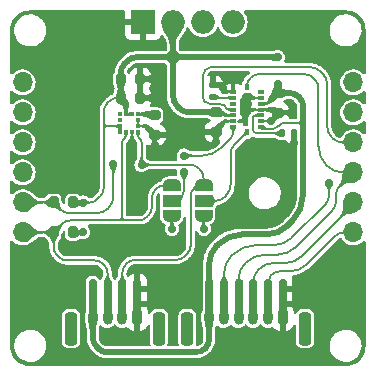
<source format=gtl>
G04 #@! TF.GenerationSoftware,KiCad,Pcbnew,7.0.1*
G04 #@! TF.CreationDate,2023-07-20T02:47:45+02:00*
G04 #@! TF.ProjectId,imu_9_axis,696d755f-395f-4617-9869-732e6b696361,rev?*
G04 #@! TF.SameCoordinates,Original*
G04 #@! TF.FileFunction,Copper,L1,Top*
G04 #@! TF.FilePolarity,Positive*
%FSLAX46Y46*%
G04 Gerber Fmt 4.6, Leading zero omitted, Abs format (unit mm)*
G04 Created by KiCad (PCBNEW 7.0.1) date 2023-07-20 02:47:45*
%MOMM*%
%LPD*%
G01*
G04 APERTURE LIST*
G04 Aperture macros list*
%AMRoundRect*
0 Rectangle with rounded corners*
0 $1 Rounding radius*
0 $2 $3 $4 $5 $6 $7 $8 $9 X,Y pos of 4 corners*
0 Add a 4 corners polygon primitive as box body*
4,1,4,$2,$3,$4,$5,$6,$7,$8,$9,$2,$3,0*
0 Add four circle primitives for the rounded corners*
1,1,$1+$1,$2,$3*
1,1,$1+$1,$4,$5*
1,1,$1+$1,$6,$7*
1,1,$1+$1,$8,$9*
0 Add four rect primitives between the rounded corners*
20,1,$1+$1,$2,$3,$4,$5,0*
20,1,$1+$1,$4,$5,$6,$7,0*
20,1,$1+$1,$6,$7,$8,$9,0*
20,1,$1+$1,$8,$9,$2,$3,0*%
%AMFreePoly0*
4,1,19,0.000000,0.744911,0.071157,0.744911,0.207708,0.704816,0.327430,0.627875,0.420627,0.520320,0.479746,0.390866,0.500000,0.250000,0.500000,-0.250000,0.479746,-0.390866,0.420627,-0.520320,0.327430,-0.627875,0.207708,-0.704816,0.071157,-0.744911,0.000000,-0.744911,0.000000,-0.750000,-0.550000,-0.750000,-0.550000,0.750000,0.000000,0.750000,0.000000,0.744911,0.000000,0.744911,
$1*%
%AMFreePoly1*
4,1,19,0.550000,-0.750000,0.000000,-0.750000,0.000000,-0.744911,-0.071157,-0.744911,-0.207708,-0.704816,-0.327430,-0.627875,-0.420627,-0.520320,-0.479746,-0.390866,-0.500000,-0.250000,-0.500000,0.250000,-0.479746,0.390866,-0.420627,0.520320,-0.327430,0.627875,-0.207708,0.704816,-0.071157,0.744911,0.000000,0.744911,0.000000,0.750000,0.550000,0.750000,0.550000,-0.750000,0.550000,-0.750000,
$1*%
G04 Aperture macros list end*
G04 #@! TA.AperFunction,SMDPad,CuDef*
%ADD10R,0.350000X0.375000*%
G04 #@! TD*
G04 #@! TA.AperFunction,SMDPad,CuDef*
%ADD11R,0.375000X0.350000*%
G04 #@! TD*
G04 #@! TA.AperFunction,SMDPad,CuDef*
%ADD12R,0.350000X0.590000*%
G04 #@! TD*
G04 #@! TA.AperFunction,SMDPad,CuDef*
%ADD13R,0.590000X0.350000*%
G04 #@! TD*
G04 #@! TA.AperFunction,SMDPad,CuDef*
%ADD14RoundRect,0.135000X-0.135000X-0.185000X0.135000X-0.185000X0.135000X0.185000X-0.135000X0.185000X0*%
G04 #@! TD*
G04 #@! TA.AperFunction,ComponentPad*
%ADD15O,2.000000X2.000000*%
G04 #@! TD*
G04 #@! TA.AperFunction,ComponentPad*
%ADD16O,1.700000X1.700000*%
G04 #@! TD*
G04 #@! TA.AperFunction,ComponentPad*
%ADD17R,2.000000X2.000000*%
G04 #@! TD*
G04 #@! TA.AperFunction,SMDPad,CuDef*
%ADD18RoundRect,0.200000X-0.275000X0.200000X-0.275000X-0.200000X0.275000X-0.200000X0.275000X0.200000X0*%
G04 #@! TD*
G04 #@! TA.AperFunction,SMDPad,CuDef*
%ADD19FreePoly0,270.000000*%
G04 #@! TD*
G04 #@! TA.AperFunction,SMDPad,CuDef*
%ADD20R,1.500000X1.000000*%
G04 #@! TD*
G04 #@! TA.AperFunction,SMDPad,CuDef*
%ADD21FreePoly1,270.000000*%
G04 #@! TD*
G04 #@! TA.AperFunction,SMDPad,CuDef*
%ADD22RoundRect,0.135000X0.185000X-0.135000X0.185000X0.135000X-0.185000X0.135000X-0.185000X-0.135000X0*%
G04 #@! TD*
G04 #@! TA.AperFunction,SMDPad,CuDef*
%ADD23RoundRect,0.200000X-0.200000X-0.275000X0.200000X-0.275000X0.200000X0.275000X-0.200000X0.275000X0*%
G04 #@! TD*
G04 #@! TA.AperFunction,SMDPad,CuDef*
%ADD24RoundRect,0.200000X0.200000X0.275000X-0.200000X0.275000X-0.200000X-0.275000X0.200000X-0.275000X0*%
G04 #@! TD*
G04 #@! TA.AperFunction,SMDPad,CuDef*
%ADD25RoundRect,0.250000X0.250000X1.150000X-0.250000X1.150000X-0.250000X-1.150000X0.250000X-1.150000X0*%
G04 #@! TD*
G04 #@! TA.AperFunction,SMDPad,CuDef*
%ADD26RoundRect,0.150000X0.150000X0.700000X-0.150000X0.700000X-0.150000X-0.700000X0.150000X-0.700000X0*%
G04 #@! TD*
G04 #@! TA.AperFunction,ComponentPad*
%ADD27O,0.800000X1.300000*%
G04 #@! TD*
G04 #@! TA.AperFunction,ComponentPad*
%ADD28RoundRect,0.200000X0.200000X0.450000X-0.200000X0.450000X-0.200000X-0.450000X0.200000X-0.450000X0*%
G04 #@! TD*
G04 #@! TA.AperFunction,ViaPad*
%ADD29C,0.700000*%
G04 #@! TD*
G04 #@! TA.AperFunction,Conductor*
%ADD30C,0.500000*%
G04 #@! TD*
G04 #@! TA.AperFunction,Conductor*
%ADD31C,0.200000*%
G04 #@! TD*
G04 #@! TA.AperFunction,Conductor*
%ADD32C,0.300000*%
G04 #@! TD*
G04 APERTURE END LIST*
D10*
X131200000Y-54637500D03*
X130700000Y-54637500D03*
D11*
X130187500Y-54625000D03*
X130187500Y-54125000D03*
X130187500Y-53625000D03*
X130187500Y-53125000D03*
D10*
X130700000Y-53112500D03*
X131200000Y-53112500D03*
D11*
X131712500Y-53125000D03*
X131712500Y-53625000D03*
X131712500Y-54125000D03*
X131712500Y-54625000D03*
D12*
X140950000Y-50810000D03*
D13*
X139785000Y-51225000D03*
X139785000Y-51725000D03*
X139785000Y-52225000D03*
X139785000Y-52725000D03*
X139785000Y-53225000D03*
X139785000Y-53725000D03*
X139785000Y-54225000D03*
D12*
X140950000Y-54640000D03*
D13*
X142115000Y-54225000D03*
X142115000Y-53725000D03*
X142115000Y-53225000D03*
X142115000Y-52725000D03*
X142115000Y-52225000D03*
X142115000Y-51725000D03*
X142115000Y-51225000D03*
D14*
X144910000Y-54750000D03*
X143890000Y-54750000D03*
D15*
X139760000Y-45345000D03*
X137220000Y-45345000D03*
D16*
X149950000Y-50425000D03*
X149950000Y-52965000D03*
X149950000Y-55505000D03*
X149950000Y-58045000D03*
X149950000Y-60585000D03*
X149950000Y-63125000D03*
X121950000Y-63125000D03*
X121950000Y-60585000D03*
X121950000Y-58045000D03*
X121950000Y-55505000D03*
X121950000Y-52965000D03*
X121950000Y-50425000D03*
D15*
X134680000Y-45345000D03*
D17*
X132140000Y-45345000D03*
D18*
X138350000Y-54600000D03*
X138350000Y-52950000D03*
D19*
X134582500Y-61740000D03*
D20*
X134582500Y-60440000D03*
D21*
X134582500Y-59140000D03*
D22*
X138075000Y-50640000D03*
X138075000Y-51660000D03*
D23*
X131925000Y-50150000D03*
X130275000Y-50150000D03*
X131925000Y-51725000D03*
X130275000Y-51725000D03*
D24*
X124575000Y-60575000D03*
X126225000Y-60575000D03*
X124575000Y-63125000D03*
X126225000Y-63125000D03*
D18*
X133125000Y-53200000D03*
X133125000Y-54850000D03*
D25*
X126050000Y-71275000D03*
X133500000Y-71275000D03*
D26*
X127900000Y-67925000D03*
X127900000Y-69200000D03*
D27*
X127900000Y-70325000D03*
D26*
X129150000Y-67925000D03*
X129150000Y-69200000D03*
D27*
X129150000Y-70325000D03*
D26*
X130400000Y-67925000D03*
X130400000Y-69200000D03*
D27*
X130400000Y-70325000D03*
D26*
X131650000Y-67925000D03*
X131650000Y-69200000D03*
D28*
X131650000Y-70325000D03*
D25*
X135900000Y-71275000D03*
X145850000Y-71275000D03*
D27*
X137745000Y-70325000D03*
D26*
X137750000Y-67925000D03*
X137750000Y-69150000D03*
D27*
X138995000Y-70325000D03*
D26*
X139000000Y-67925000D03*
X139000000Y-69150000D03*
D27*
X140245000Y-70325000D03*
D26*
X140250000Y-67925000D03*
X140250000Y-69150000D03*
D27*
X141495000Y-70325000D03*
D26*
X141500000Y-67925000D03*
X141500000Y-69150000D03*
D27*
X142745000Y-70325000D03*
D26*
X142750000Y-67925000D03*
X142750000Y-69150000D03*
D28*
X143995000Y-70325000D03*
D26*
X144000000Y-67925000D03*
X144000000Y-69150000D03*
D18*
X143550000Y-52975000D03*
X143550000Y-51325000D03*
D19*
X137275000Y-61750000D03*
D20*
X137275000Y-60450000D03*
D21*
X137275000Y-59150000D03*
D29*
X141150000Y-51700000D03*
X130299999Y-64000000D03*
X143500000Y-45800000D03*
X141630160Y-73520000D03*
X135630160Y-67520000D03*
X125630160Y-51520000D03*
X123630160Y-69520000D03*
X145500000Y-45800000D03*
X128300000Y-64000000D03*
X125630160Y-67520000D03*
X145630160Y-67520000D03*
X125630160Y-55520000D03*
X143630160Y-73520000D03*
X133630160Y-67520000D03*
X129630160Y-45520000D03*
X149630160Y-67520000D03*
X123630160Y-67520000D03*
X147630160Y-69520000D03*
X125630160Y-53520000D03*
X132300000Y-64000000D03*
X121630160Y-69520000D03*
X141630160Y-57520000D03*
X139630160Y-73520000D03*
X127630160Y-45520000D03*
X149630160Y-65520000D03*
X121630160Y-65520000D03*
X139630160Y-61520000D03*
X125630160Y-57520000D03*
X127630160Y-51520000D03*
X121630160Y-67520000D03*
X149630160Y-69520000D03*
X143630160Y-57520000D03*
X147630160Y-67520000D03*
X129650000Y-57375000D03*
X132025000Y-57400000D03*
X132837500Y-51725000D03*
X143025000Y-53700000D03*
X138900000Y-50900000D03*
X144900000Y-55575000D03*
X131200000Y-55500000D03*
X132837500Y-50150000D03*
X144575000Y-52975000D03*
X133125000Y-55700000D03*
X138325000Y-55450000D03*
X143550000Y-48300000D03*
X127075000Y-60600000D03*
X143575000Y-50575000D03*
X127075000Y-63100000D03*
X135600000Y-56625000D03*
X135625000Y-58049500D03*
X147900000Y-58925000D03*
X137300000Y-62825000D03*
X134600000Y-62825000D03*
D30*
X134680000Y-47850000D02*
X135130000Y-48300000D01*
X135450000Y-48300000D02*
X135130000Y-48300000D01*
X136550000Y-48300000D02*
X135450000Y-48300000D01*
X143550000Y-48300000D02*
X136550000Y-48300000D01*
D31*
X141528545Y-54628545D02*
X141547646Y-54647653D01*
X141547657Y-54647642D02*
G75*
G03*
X141794668Y-54750000I247043J246942D01*
G01*
X141483558Y-53286400D02*
G75*
G03*
X141425000Y-53427843I141442J-141400D01*
G01*
X141425018Y-54378564D02*
G75*
G03*
X141528545Y-54628545I353482J-36D01*
G01*
X141627886Y-53224989D02*
G75*
G03*
X141486422Y-53283578I14J-200111D01*
G01*
X147607114Y-60692900D02*
G75*
G03*
X147900000Y-59985786I-707114J707100D01*
G01*
X148207114Y-61192900D02*
G75*
G03*
X148500000Y-60485786I-707114J707100D01*
G01*
X148792886Y-59202100D02*
G75*
G03*
X148500000Y-59909214I707114J-707100D01*
G01*
X149139214Y-63125010D02*
G75*
G03*
X148432107Y-63417893I-14J-999990D01*
G01*
X143271573Y-64199980D02*
G75*
G03*
X144685785Y-63614213I27J1999980D01*
G01*
X144596573Y-66424980D02*
G75*
G03*
X146010785Y-65839213I27J1999980D01*
G01*
X143571573Y-64999980D02*
G75*
G03*
X144985786Y-64414212I27J1999980D01*
G01*
X144171573Y-65724980D02*
G75*
G03*
X145585785Y-65139213I27J1999980D01*
G01*
X143742899Y-66424984D02*
G75*
G03*
X142986777Y-66738223I1J-1069216D01*
G01*
X142986752Y-66738198D02*
G75*
G03*
X142750000Y-67309852I571648J-571602D01*
G01*
X143168607Y-65725001D02*
G75*
G03*
X141984545Y-66215455I-7J-1674499D01*
G01*
X141907085Y-66292859D02*
G75*
G03*
X141500000Y-67275745I982915J-982841D01*
G01*
X142510008Y-65000017D02*
G75*
G03*
X140871172Y-65678830I-8J-2317683D01*
G01*
X140769380Y-65780596D02*
G75*
G03*
X140250000Y-67034533I1253920J-1253904D01*
G01*
X139656198Y-65068798D02*
G75*
G03*
X139000000Y-66653008I1584202J-1584202D01*
G01*
X141737905Y-64200001D02*
G75*
G03*
X139667346Y-65057656I-5J-2928199D01*
G01*
X148432107Y-63417893D02*
X146010786Y-65839214D01*
X144596573Y-66425000D02*
X143742899Y-66425000D01*
X142750000Y-67309852D02*
X142750000Y-67925000D01*
X149950000Y-63125000D02*
X149139214Y-63125000D01*
X141500000Y-67275745D02*
X141500000Y-67925000D01*
X144171573Y-65725000D02*
X143168607Y-65725000D01*
X149950000Y-60775000D02*
X145585786Y-65139214D01*
X149950000Y-60585000D02*
X149950000Y-60775000D01*
X141984545Y-66215455D02*
X141907113Y-66292887D01*
X148792893Y-59202107D02*
X149950000Y-58045000D01*
X148500000Y-60485786D02*
X148500000Y-59909214D01*
X144985787Y-64414213D02*
X148207107Y-61192893D01*
X142510008Y-65000000D02*
X143571573Y-65000000D01*
X140250000Y-67925000D02*
X140250000Y-67034533D01*
X140769392Y-65780608D02*
X140871171Y-65678829D01*
X139000000Y-66653008D02*
X139000000Y-67925000D01*
X139667345Y-65057655D02*
X139656200Y-65068800D01*
X147607107Y-60692893D02*
X144685786Y-63614214D01*
X143271573Y-64200000D02*
X141737905Y-64200000D01*
X147900000Y-58925000D02*
X147900000Y-59985786D01*
D30*
X138358745Y-64291295D02*
G75*
G03*
X137750000Y-65760867I1469555J-1469605D01*
G01*
X144748512Y-62201544D02*
G75*
G03*
X145700000Y-59904353I-2297212J2297144D01*
G01*
X142563078Y-63299973D02*
G75*
G03*
X144418569Y-62531431I22J2624073D01*
G01*
X140552440Y-63300015D02*
G75*
G03*
X138499745Y-64150255I-40J-2902885D01*
G01*
X145700000Y-59904353D02*
X145700000Y-54300000D01*
X144418569Y-62531431D02*
X144748484Y-62201516D01*
X140552440Y-63300000D02*
X142563078Y-63300000D01*
X138358725Y-64291275D02*
X138499745Y-64150255D01*
X137750000Y-67925000D02*
X137750000Y-65760867D01*
D31*
X143147710Y-54350007D02*
G75*
G03*
X143501264Y-54203553I-10J500007D01*
G01*
X144061924Y-53850017D02*
G75*
G03*
X143708371Y-53996446I-24J-499983D01*
G01*
D30*
X145292900Y-51617886D02*
G75*
G03*
X144585786Y-51325000I-707100J-707114D01*
G01*
X145699990Y-52439214D02*
G75*
G03*
X145407107Y-51732107I-999990J14D01*
G01*
D31*
X147707801Y-57482843D02*
G75*
G03*
X149065041Y-58045000I1357199J1357243D01*
G01*
X147000022Y-55773982D02*
G75*
G03*
X147707823Y-57482821I2416678J-18D01*
G01*
X149065041Y-58045000D02*
X149950000Y-58045000D01*
X146542893Y-50017893D02*
X146707107Y-50182107D01*
X141989214Y-49725000D02*
X145835786Y-49725000D01*
X140950000Y-50810000D02*
X140950000Y-50557107D01*
X141989214Y-49725010D02*
G75*
G03*
X141282107Y-50017893I-14J-999990D01*
G01*
X146542900Y-50017886D02*
G75*
G03*
X145835786Y-49725000I-707100J-707114D01*
G01*
X141096444Y-50203550D02*
G75*
G03*
X140950000Y-50557107I353556J-353550D01*
G01*
X146999990Y-50889214D02*
G75*
G03*
X146707107Y-50182107I-999990J14D01*
G01*
X147000000Y-50889214D02*
X147000000Y-55773982D01*
X141096447Y-50203553D02*
X141282107Y-50017893D01*
X147749968Y-50627738D02*
G75*
G03*
X147341478Y-49641478I-1394768J38D01*
G01*
X147280749Y-49580759D02*
G75*
G03*
X146120111Y-49100000I-1160649J-1160641D01*
G01*
X148231551Y-55181567D02*
G75*
G03*
X149012416Y-55505000I780849J780867D01*
G01*
X147749975Y-54161930D02*
G75*
G03*
X148130474Y-55080472I1299025J30D01*
G01*
X149012416Y-55505000D02*
X149950000Y-55505000D01*
X148130473Y-55080473D02*
X148231559Y-55181559D01*
X147750000Y-50627738D02*
X147750000Y-54161930D01*
X147280754Y-49580754D02*
X147341478Y-49641478D01*
X138007997Y-49100000D02*
X146120111Y-49100000D01*
X137429250Y-49370750D02*
X137482213Y-49317787D01*
X137200000Y-51643136D02*
X137200000Y-49924209D01*
X137428915Y-52078915D02*
X137346276Y-51996276D01*
X138638212Y-52230000D02*
X137793667Y-52230000D01*
X139252451Y-52637132D02*
X138991765Y-52376446D01*
X137199971Y-51643136D02*
G75*
G03*
X137346276Y-51996276I499429J36D01*
G01*
X137428939Y-52078891D02*
G75*
G03*
X137793667Y-52230000I364761J364691D01*
G01*
X138007997Y-49100007D02*
G75*
G03*
X137482213Y-49317787I3J-743593D01*
G01*
X137429248Y-49370748D02*
G75*
G03*
X137200000Y-49924209I553452J-553452D01*
G01*
X138991759Y-52376452D02*
G75*
G03*
X138638212Y-52230000I-353559J-353548D01*
G01*
X139785000Y-52725000D02*
X139464583Y-52725000D01*
X139252459Y-52637124D02*
G75*
G03*
X139464583Y-52725000I212141J212124D01*
G01*
D30*
X131564214Y-48300010D02*
G75*
G03*
X130857107Y-48592893I-14J-999990D01*
G01*
X130567886Y-48882100D02*
G75*
G03*
X130275000Y-49589214I707114J-707100D01*
G01*
X130567893Y-48882107D02*
X130857107Y-48592893D01*
X131564214Y-48300000D02*
X133475000Y-48300000D01*
X130275000Y-50150000D02*
X130275000Y-49589214D01*
X135204540Y-52604504D02*
G75*
G03*
X136038579Y-52950000I834060J834004D01*
G01*
X134680024Y-51514277D02*
G75*
G03*
X135080028Y-52480026I1365776J-23D01*
G01*
D31*
X139492114Y-55257900D02*
G75*
G03*
X139785000Y-54550786I-707114J707100D01*
G01*
X137132909Y-56625012D02*
G75*
G03*
X138826514Y-55923486I-9J2395112D01*
G01*
X139867886Y-55722100D02*
G75*
G03*
X139575000Y-56429214I707114J-707100D01*
G01*
X139131434Y-60068510D02*
G75*
G03*
X139575000Y-58997743I-1070734J1070810D01*
G01*
X138260545Y-60450016D02*
G75*
G03*
X139096096Y-60103902I-45J1181716D01*
G01*
X135449060Y-60025958D02*
G75*
G03*
X135625000Y-59601171I-424760J424758D01*
G01*
X135625000Y-59601171D02*
X135625000Y-58049500D01*
X135035000Y-60440000D02*
X135449051Y-60025949D01*
X134582500Y-60440000D02*
X135035000Y-60440000D01*
X132025025Y-55449264D02*
G75*
G03*
X131937132Y-55237132I-300025J-36D01*
G01*
X131712475Y-54888236D02*
G75*
G03*
X131800368Y-55100368I300025J36D01*
G01*
X130612114Y-55137850D02*
G75*
G03*
X130700000Y-54925736I-212114J212150D01*
G01*
X130462886Y-55287150D02*
G75*
G03*
X130375000Y-55499264I212114J-212150D01*
G01*
X129117886Y-52207100D02*
G75*
G03*
X128825000Y-52914214I707114J-707100D01*
G01*
X130014214Y-51725010D02*
G75*
G03*
X129307107Y-52017893I-14J-999990D01*
G01*
X128825000Y-52914214D02*
X128825000Y-53925000D01*
X129307107Y-52017893D02*
X129117893Y-52207107D01*
X130275000Y-51725000D02*
X130014214Y-51725000D01*
X127585786Y-60599990D02*
G75*
G03*
X128292893Y-60307107I14J999990D01*
G01*
X128532114Y-60067900D02*
G75*
G03*
X128825000Y-59360786I-707114J707100D01*
G01*
X128235287Y-61499985D02*
G75*
G03*
X129156636Y-61118364I13J1302985D01*
G01*
X129240024Y-61034950D02*
G75*
G03*
X129650000Y-60045224I-989724J989750D01*
G01*
X125207107Y-61207107D02*
X124575000Y-60575000D01*
X128235287Y-61500000D02*
X125914214Y-61500000D01*
X129240037Y-61034963D02*
X129156636Y-61118364D01*
X129650000Y-57375000D02*
X129650000Y-60045224D01*
X125207100Y-61207114D02*
G75*
G03*
X125914214Y-61500000I707100J707114D01*
G01*
X136867900Y-57692886D02*
G75*
G03*
X136160786Y-57400000I-707100J-707114D01*
G01*
X137274990Y-58514214D02*
G75*
G03*
X136982107Y-57807107I-999990J14D01*
G01*
X136467886Y-59407100D02*
G75*
G03*
X136175000Y-60114214I707114J-707100D01*
G01*
X133974214Y-59140010D02*
G75*
G03*
X133267107Y-59432893I-14J-999990D01*
G01*
X133192886Y-59507100D02*
G75*
G03*
X132900000Y-60214214I707114J-707100D01*
G01*
X132607114Y-61692900D02*
G75*
G03*
X132900000Y-60985786I-707114J707100D01*
G01*
X131785786Y-62099990D02*
G75*
G03*
X132492893Y-61807107I14J999990D01*
G01*
X133974214Y-59140000D02*
X134582500Y-59140000D01*
X133192893Y-59507107D02*
X133267107Y-59432893D01*
X132492893Y-61807107D02*
X132607107Y-61692893D01*
X130575000Y-62100000D02*
X131785786Y-62100000D01*
X132900000Y-60985786D02*
X132900000Y-60214214D01*
X126014214Y-62100010D02*
G75*
G03*
X125307107Y-62392893I-14J-999990D01*
G01*
D30*
X136660786Y-73274990D02*
G75*
G03*
X137367893Y-72982107I14J999990D01*
G01*
X128407100Y-72982114D02*
G75*
G03*
X129114214Y-73275000I707100J707114D01*
G01*
X137452114Y-72897900D02*
G75*
G03*
X137745000Y-72190786I-707114J707100D01*
G01*
X127900010Y-72060786D02*
G75*
G03*
X128192893Y-72767893I999990J-14D01*
G01*
X137367893Y-72982107D02*
X137452107Y-72897893D01*
X129114214Y-73275000D02*
X136660786Y-73275000D01*
X128192893Y-72767893D02*
X128407107Y-72982107D01*
X137745000Y-72190786D02*
X137745000Y-70325000D01*
X127900000Y-70325000D02*
X127900000Y-72060786D01*
D31*
X131489214Y-65450010D02*
G75*
G03*
X130782107Y-65742893I-14J-999990D01*
G01*
X130692886Y-65832100D02*
G75*
G03*
X130400000Y-66539214I707114J-707100D01*
G01*
X135882114Y-64942900D02*
G75*
G03*
X136175000Y-64235786I-707114J707100D01*
G01*
X134960786Y-65449990D02*
G75*
G03*
X135667893Y-65157107I14J999990D01*
G01*
X125032100Y-65207114D02*
G75*
G03*
X125739214Y-65500000I707100J707114D01*
G01*
X124575010Y-64335786D02*
G75*
G03*
X124867893Y-65042893I999990J-14D01*
G01*
X129149990Y-66564214D02*
G75*
G03*
X128857107Y-65857107I-999990J14D01*
G01*
X128792900Y-65792886D02*
G75*
G03*
X128085786Y-65500000I-707100J-707114D01*
G01*
X136725000Y-59150000D02*
X137275000Y-59150000D01*
X136467893Y-59407107D02*
X136725000Y-59150000D01*
X130692893Y-65832107D02*
X130782107Y-65742893D01*
X131489214Y-65450000D02*
X134960786Y-65450000D01*
X136175000Y-64235786D02*
X136175000Y-60114214D01*
X130400000Y-67925000D02*
X130400000Y-66539214D01*
X135667893Y-65157107D02*
X135882107Y-64942893D01*
X129150000Y-66564214D02*
X129150000Y-67925000D01*
X128792893Y-65792893D02*
X128857107Y-65857107D01*
X125739214Y-65500000D02*
X128085786Y-65500000D01*
X124867893Y-65042893D02*
X125032107Y-65207107D01*
X124575000Y-63125000D02*
X124575000Y-64335786D01*
X137275000Y-58514214D02*
X137275000Y-59150000D01*
X132025000Y-57400000D02*
X136160786Y-57400000D01*
X131712500Y-54625000D02*
X131712500Y-54888236D01*
X124575000Y-60575000D02*
X124565000Y-60585000D01*
X124565000Y-60585000D02*
X121950000Y-60585000D01*
X136867893Y-57692893D02*
X136982107Y-57807107D01*
X132025000Y-55449264D02*
X132025000Y-57400000D01*
X131800368Y-55100368D02*
X131937132Y-55237132D01*
D30*
X143550000Y-52975000D02*
X143300000Y-52725000D01*
X138337501Y-54450000D02*
X138762501Y-54025000D01*
D31*
X141625000Y-51725000D02*
X142115000Y-51725000D01*
X139225000Y-51225000D02*
X138900000Y-50900000D01*
X131712500Y-54125000D02*
X132250000Y-54125000D01*
D32*
X132637500Y-54362500D02*
X132400000Y-54125000D01*
D31*
X139785000Y-51225000D02*
X139225000Y-51225000D01*
X142115000Y-53725000D02*
X143000000Y-53725000D01*
X142115000Y-52725000D02*
X142625000Y-52725000D01*
X131712500Y-54125000D02*
X131712500Y-53625000D01*
D30*
X143550000Y-52975000D02*
X143550000Y-53175000D01*
D32*
X132400000Y-54125000D02*
X132250000Y-54125000D01*
D30*
X143300000Y-52725000D02*
X142975000Y-52725000D01*
D31*
X138075000Y-50640000D02*
X138640000Y-50640000D01*
X131200000Y-54637500D02*
X131200000Y-55500000D01*
D30*
X143550000Y-53175000D02*
X143025000Y-53700000D01*
D31*
X133125000Y-54850000D02*
X133125000Y-55700000D01*
D32*
X139062501Y-53725000D02*
X139175000Y-53725000D01*
D31*
X138640000Y-50640000D02*
X138900000Y-50900000D01*
D30*
X133125000Y-54850000D02*
X132637500Y-54362500D01*
D32*
X138337501Y-54587501D02*
X138337501Y-54450000D01*
X138350000Y-54600000D02*
X138337501Y-54587501D01*
D31*
X142115000Y-52725000D02*
X141650000Y-52725000D01*
X139785000Y-53725000D02*
X139175000Y-53725000D01*
D32*
X138762501Y-54025000D02*
X139062501Y-53725000D01*
D31*
X143000000Y-53725000D02*
X143025000Y-53700000D01*
D32*
X142975000Y-52725000D02*
X142625000Y-52725000D01*
D30*
X145700000Y-53500000D02*
X145700000Y-52439214D01*
D31*
X128825000Y-54550000D02*
X128825000Y-59360786D01*
X128825000Y-54125000D02*
X128825000Y-54550000D01*
X145350000Y-53850000D02*
X145700000Y-53500000D01*
D30*
X134680000Y-45345000D02*
X134680000Y-47475000D01*
D31*
X128825000Y-54325000D02*
X129025000Y-54125000D01*
D30*
X143575000Y-50575000D02*
X143575000Y-51300000D01*
X134230000Y-48300000D02*
X134680000Y-47850000D01*
D31*
X144061924Y-53850000D02*
X145350000Y-53850000D01*
X128825000Y-54550000D02*
X128825000Y-54325000D01*
D30*
X144585786Y-51325000D02*
X143550000Y-51325000D01*
D31*
X129100000Y-54125000D02*
X129025000Y-54125000D01*
X142650000Y-52225000D02*
X142787500Y-52087500D01*
X142240000Y-54350000D02*
X143147710Y-54350000D01*
X139785000Y-53225000D02*
X139200000Y-53225000D01*
D30*
X135130000Y-48300000D02*
X134680000Y-48750000D01*
X130700000Y-52150000D02*
X130700000Y-52425000D01*
D31*
X126250000Y-60600000D02*
X126225000Y-60575000D01*
D30*
X133475000Y-48300000D02*
X134230000Y-48300000D01*
X130275000Y-51725000D02*
X130275000Y-50150000D01*
D31*
X142115000Y-52225000D02*
X142650000Y-52225000D01*
X127585786Y-60600000D02*
X127075000Y-60600000D01*
D32*
X143025000Y-51850000D02*
X142787500Y-52087500D01*
X138350000Y-52950000D02*
X138400000Y-52900000D01*
X138737501Y-52900000D02*
X139062501Y-53225000D01*
D30*
X134680000Y-48300000D02*
X134680000Y-48750000D01*
D31*
X130700000Y-53112500D02*
X130700000Y-52725000D01*
D32*
X139062501Y-53225000D02*
X139200000Y-53225000D01*
D31*
X139062501Y-53225000D02*
X138837501Y-53000000D01*
D30*
X143550000Y-51325000D02*
X143025000Y-51850000D01*
D32*
X138400000Y-52900000D02*
X138737501Y-52900000D01*
D30*
X133475000Y-48300000D02*
X134680000Y-48300000D01*
D31*
X127075000Y-60600000D02*
X126250000Y-60600000D01*
D30*
X135080027Y-52480027D02*
X135204522Y-52604522D01*
D31*
X128825000Y-53925000D02*
X128825000Y-54125000D01*
D30*
X134680000Y-47475000D02*
X134680000Y-48300000D01*
X145407107Y-51732107D02*
X145292893Y-51617893D01*
D31*
X145350000Y-53850000D02*
X145700000Y-54200000D01*
D30*
X134680000Y-47475000D02*
X134680000Y-47850000D01*
D31*
X129025000Y-54125000D02*
X128825000Y-53925000D01*
D30*
X134680000Y-48750000D02*
X134680000Y-51514277D01*
X130275000Y-51725000D02*
X130700000Y-52150000D01*
D31*
X127050000Y-63125000D02*
X127075000Y-63100000D01*
X130187500Y-54625000D02*
X130187500Y-54125000D01*
X130700000Y-53112500D02*
X131200000Y-53112500D01*
X145700000Y-54200000D02*
X145700000Y-54300000D01*
D30*
X143575000Y-51300000D02*
X143550000Y-51325000D01*
X134230000Y-48300000D02*
X134680000Y-48750000D01*
D31*
X142115000Y-54225000D02*
X142240000Y-54350000D01*
X128532107Y-60067893D02*
X128292893Y-60307107D01*
X126225000Y-63125000D02*
X127050000Y-63125000D01*
X143501264Y-54203553D02*
X143708371Y-53996446D01*
D30*
X135450000Y-48300000D02*
X134680000Y-48300000D01*
X145700000Y-54300000D02*
X145700000Y-53500000D01*
D31*
X130187500Y-54125000D02*
X129100000Y-54125000D01*
D30*
X136038579Y-52950000D02*
X138350000Y-52950000D01*
D32*
X130700000Y-52425000D02*
X130700000Y-52725000D01*
D31*
X129100000Y-54125000D02*
X128825000Y-54125000D01*
X130375000Y-61775000D02*
X130375000Y-61900000D01*
X125307107Y-62392893D02*
X124575000Y-63125000D01*
X124575000Y-63125000D02*
X121950000Y-63125000D01*
X130375000Y-55499264D02*
X130375000Y-61775000D01*
X130375000Y-61900000D02*
X130575000Y-62100000D01*
X130175000Y-62100000D02*
X130375000Y-61900000D01*
X130612132Y-55137868D02*
X130462868Y-55287132D01*
X130700000Y-54637500D02*
X130700000Y-54925736D01*
X130375000Y-61775000D02*
X130375000Y-62100000D01*
X130575000Y-62100000D02*
X130375000Y-62100000D01*
X130375000Y-62100000D02*
X129975000Y-62100000D01*
X129975000Y-62100000D02*
X130175000Y-62100000D01*
X129975000Y-62100000D02*
X126014214Y-62100000D01*
X139096097Y-60103903D02*
X139131462Y-60068538D01*
X139575000Y-58997743D02*
X139575000Y-56429214D01*
X137275000Y-60450000D02*
X138260545Y-60450000D01*
X139867893Y-55722107D02*
X140950000Y-54640000D01*
X138826514Y-55923486D02*
X139492107Y-55257893D01*
X139785000Y-54550786D02*
X139785000Y-54225000D01*
X135600000Y-56625000D02*
X137132909Y-56625000D01*
X140495000Y-67180000D02*
X140495000Y-70325000D01*
X149950000Y-58825000D02*
X149950000Y-58045000D01*
X137275000Y-62800000D02*
X137300000Y-62825000D01*
X137275000Y-61750000D02*
X137275000Y-62800000D01*
X134582500Y-61740000D02*
X134582500Y-62807500D01*
X134582500Y-62807500D02*
X134600000Y-62825000D01*
X132100000Y-53125000D02*
X131712500Y-53125000D01*
D32*
X132400000Y-53125000D02*
X132100000Y-53125000D01*
D30*
X133125000Y-53200000D02*
X133050000Y-53125000D01*
X133050000Y-53125000D02*
X132400000Y-53125000D01*
D31*
X141483579Y-53286421D02*
X141486422Y-53283578D01*
X143890000Y-54750000D02*
X141794668Y-54750000D01*
X141627886Y-53225000D02*
X142115000Y-53225000D01*
X141425000Y-54378564D02*
X141425000Y-53427843D01*
X138140000Y-51725000D02*
X138075000Y-51660000D01*
X139785000Y-51725000D02*
X138140000Y-51725000D01*
G04 #@! TA.AperFunction,Conductor*
G36*
X132649025Y-52877857D02*
G01*
X132652944Y-52885031D01*
X132662790Y-52953400D01*
X132687259Y-53123332D01*
X132687259Y-53126668D01*
X132680836Y-53171277D01*
X132654611Y-53353400D01*
X132652945Y-53364968D01*
X132649025Y-53372143D01*
X132641364Y-53375000D01*
X132401766Y-53375000D01*
X132401221Y-53374987D01*
X132342046Y-53372229D01*
X132340793Y-53372103D01*
X132293202Y-53364703D01*
X132291880Y-53364418D01*
X132262688Y-53356340D01*
X132252633Y-53353558D01*
X132251515Y-53353186D01*
X132217522Y-53339928D01*
X132216875Y-53339653D01*
X132185125Y-53325000D01*
X132153057Y-53310199D01*
X132118185Y-53296598D01*
X132077954Y-53285466D01*
X132077503Y-53285332D01*
X132041866Y-53273911D01*
X132011565Y-53264200D01*
X132000000Y-53200000D01*
X131925000Y-53150000D01*
X131893751Y-53125000D01*
X131946251Y-53075000D01*
X131975000Y-53050000D01*
X132011565Y-52985799D01*
X132077517Y-52964663D01*
X132077926Y-52964541D01*
X132118188Y-52953400D01*
X132153057Y-52939800D01*
X132185125Y-52925000D01*
X132216871Y-52910348D01*
X132217521Y-52910072D01*
X132251508Y-52896815D01*
X132252640Y-52896439D01*
X132291888Y-52885579D01*
X132293194Y-52885297D01*
X132340803Y-52877894D01*
X132342035Y-52877771D01*
X132401221Y-52875012D01*
X132401766Y-52875000D01*
X132641364Y-52875000D01*
X132649025Y-52877857D01*
G37*
G04 #@! TD.AperFunction*
G04 #@! TA.AperFunction,Conductor*
G36*
X132523029Y-54021190D02*
G01*
X132559568Y-54041889D01*
X132593841Y-54056929D01*
X132626981Y-54069139D01*
X132660122Y-54081349D01*
X132694395Y-54096389D01*
X132730934Y-54117088D01*
X132770870Y-54146277D01*
X132815337Y-54186784D01*
X132992113Y-54363560D01*
X132840793Y-54565793D01*
X132638560Y-54717113D01*
X132461784Y-54540337D01*
X132421277Y-54495870D01*
X132392088Y-54455934D01*
X132371389Y-54419395D01*
X132356349Y-54385122D01*
X132344139Y-54351981D01*
X132331929Y-54318841D01*
X132316889Y-54284568D01*
X132296190Y-54248029D01*
X132267001Y-54208093D01*
X132226495Y-54163627D01*
X132210586Y-54147718D01*
X132279528Y-54004528D01*
X132350000Y-54025000D01*
X132400000Y-54025000D01*
X132450000Y-53992001D01*
X132523029Y-54021190D01*
G37*
G04 #@! TD.AperFunction*
G04 #@! TA.AperFunction,Conductor*
G36*
X139200230Y-53075008D02*
G01*
X139235388Y-53076379D01*
X139236418Y-53076466D01*
X139259094Y-53079405D01*
X139264663Y-53080127D01*
X139265778Y-53080327D01*
X139289116Y-53085688D01*
X139290088Y-53085956D01*
X139310399Y-53092507D01*
X139310971Y-53092708D01*
X139330123Y-53099999D01*
X139330124Y-53100000D01*
X139349560Y-53107400D01*
X139370644Y-53114199D01*
X139395021Y-53119800D01*
X139424341Y-53123600D01*
X139433317Y-53123949D01*
X139460246Y-53125000D01*
X139460249Y-53125000D01*
X139550022Y-53125000D01*
X139557722Y-53127891D01*
X139561617Y-53135135D01*
X139573536Y-53223435D01*
X139573536Y-53226565D01*
X139561617Y-53314865D01*
X139557722Y-53322109D01*
X139550022Y-53325000D01*
X139460246Y-53325000D01*
X139424342Y-53326399D01*
X139395021Y-53330200D01*
X139370639Y-53335801D01*
X139349559Y-53342600D01*
X139330124Y-53349999D01*
X139330124Y-53350000D01*
X139320645Y-53353608D01*
X139310970Y-53357292D01*
X139310399Y-53357492D01*
X139290088Y-53364042D01*
X139289117Y-53364310D01*
X139265779Y-53369673D01*
X139264663Y-53369873D01*
X139236427Y-53373532D01*
X139235379Y-53373620D01*
X139200231Y-53374991D01*
X139199775Y-53375000D01*
X139185801Y-53375000D01*
X139179031Y-53372842D01*
X139174758Y-53367165D01*
X139156453Y-53314865D01*
X139126352Y-53228863D01*
X139126352Y-53221137D01*
X139171373Y-53092507D01*
X139174758Y-53082835D01*
X139179031Y-53077158D01*
X139185801Y-53075000D01*
X139199775Y-53075000D01*
X139200230Y-53075008D01*
G37*
G04 #@! TD.AperFunction*
G04 #@! TA.AperFunction,Conductor*
G36*
X130947368Y-52181531D02*
G01*
X130954543Y-52185451D01*
X130957400Y-52193112D01*
X130957400Y-52432710D01*
X130957387Y-52433255D01*
X130954629Y-52492428D01*
X130954503Y-52493681D01*
X130947103Y-52541272D01*
X130946818Y-52542594D01*
X130935959Y-52581838D01*
X130935583Y-52582970D01*
X130922330Y-52616948D01*
X130922053Y-52617599D01*
X130907400Y-52649350D01*
X130892599Y-52681417D01*
X130878998Y-52716289D01*
X130868046Y-52755871D01*
X130867417Y-52757601D01*
X130832397Y-52834477D01*
X130782400Y-52865725D01*
X130757400Y-52888225D01*
X130707400Y-52940725D01*
X130650000Y-52925000D01*
X130625000Y-52875000D01*
X130560821Y-52813455D01*
X130560697Y-52813016D01*
X130547000Y-52756761D01*
X130535800Y-52716287D01*
X130522200Y-52681418D01*
X130507400Y-52649350D01*
X130492749Y-52617604D01*
X130492472Y-52616953D01*
X130479215Y-52582966D01*
X130478839Y-52581834D01*
X130467981Y-52542594D01*
X130467696Y-52541272D01*
X130460296Y-52493681D01*
X130460170Y-52492437D01*
X130457412Y-52433254D01*
X130457400Y-52432710D01*
X130457400Y-52193112D01*
X130460257Y-52185451D01*
X130467431Y-52181531D01*
X130705733Y-52147216D01*
X130709067Y-52147216D01*
X130947368Y-52181531D01*
G37*
G04 #@! TD.AperFunction*
G04 #@! TA.AperFunction,Conductor*
G36*
X132422500Y-54125000D02*
G01*
X132401000Y-54275000D01*
X132251000Y-54275000D01*
X132215159Y-54273600D01*
X132185895Y-54269800D01*
X132161565Y-54264200D01*
X132140523Y-54257400D01*
X132121125Y-54250000D01*
X132101727Y-54242600D01*
X132080685Y-54235799D01*
X132056355Y-54230200D01*
X132027091Y-54226400D01*
X131991251Y-54225000D01*
X131976251Y-54225000D01*
X131941251Y-54125000D01*
X131976251Y-54025000D01*
X131991251Y-54025000D01*
X132027091Y-54023600D01*
X132056355Y-54019800D01*
X132080685Y-54014200D01*
X132101727Y-54007400D01*
X132121125Y-54000000D01*
X132140523Y-53992600D01*
X132161565Y-53985799D01*
X132185895Y-53980200D01*
X132215159Y-53976400D01*
X132251000Y-53975000D01*
X132401000Y-53975000D01*
X132422500Y-54125000D01*
G37*
G04 #@! TD.AperFunction*
G04 #@! TA.AperFunction,Conductor*
G36*
X139281339Y-53718293D02*
G01*
X139175273Y-53824359D01*
X139134671Y-53868919D01*
X139105405Y-53908934D01*
X139084638Y-53945539D01*
X139069540Y-53979872D01*
X139057274Y-54013067D01*
X139045009Y-54046263D01*
X139029910Y-54080595D01*
X139009144Y-54117200D01*
X138979877Y-54157215D01*
X138939277Y-54201776D01*
X138912761Y-54228292D01*
X138674113Y-54113388D01*
X138559209Y-53874740D01*
X138585725Y-53848224D01*
X138630285Y-53807623D01*
X138670300Y-53778356D01*
X138706905Y-53757590D01*
X138741237Y-53742491D01*
X138774433Y-53730226D01*
X138807628Y-53717960D01*
X138841961Y-53702862D01*
X138878566Y-53682095D01*
X138918581Y-53652829D01*
X138963142Y-53612228D01*
X139075000Y-53600000D01*
X139189415Y-53598086D01*
X139281339Y-53718293D01*
G37*
G04 #@! TD.AperFunction*
G04 #@! TA.AperFunction,Conductor*
G36*
X139209840Y-53576400D02*
G01*
X139239104Y-53580200D01*
X139263434Y-53585800D01*
X139284476Y-53592600D01*
X139303874Y-53600000D01*
X139323272Y-53607400D01*
X139344314Y-53614199D01*
X139368644Y-53619800D01*
X139397908Y-53623600D01*
X139433749Y-53625000D01*
X139448749Y-53625000D01*
X139483749Y-53725000D01*
X139448749Y-53825000D01*
X139433749Y-53825000D01*
X139397908Y-53826400D01*
X139368644Y-53830200D01*
X139344314Y-53835800D01*
X139323272Y-53842600D01*
X139303874Y-53850000D01*
X139284476Y-53857400D01*
X139263434Y-53864199D01*
X139239104Y-53869800D01*
X139209840Y-53873600D01*
X139174000Y-53875000D01*
X139024000Y-53875000D01*
X139002500Y-53725000D01*
X139025000Y-53600000D01*
X139174000Y-53575000D01*
X139209840Y-53576400D01*
G37*
G04 #@! TD.AperFunction*
G04 #@! TA.AperFunction,Conductor*
G36*
X130850000Y-52574000D02*
G01*
X130850000Y-52724000D01*
X130848600Y-52759840D01*
X130844800Y-52789104D01*
X130839200Y-52813434D01*
X130832401Y-52834468D01*
X130830457Y-52838738D01*
X130830291Y-52840002D01*
X130825000Y-52853874D01*
X130817597Y-52873278D01*
X130810798Y-52894312D01*
X130805201Y-52918639D01*
X130801399Y-52947913D01*
X130800000Y-52983748D01*
X130800000Y-52990448D01*
X130797842Y-52997218D01*
X130792165Y-53001491D01*
X130703865Y-53032396D01*
X130696135Y-53032396D01*
X130607835Y-53001491D01*
X130602158Y-52997218D01*
X130600000Y-52990448D01*
X130600000Y-52983748D01*
X130598600Y-52947913D01*
X130598600Y-52947908D01*
X130594800Y-52918644D01*
X130589200Y-52894314D01*
X130589200Y-52894312D01*
X130582402Y-52873278D01*
X130575000Y-52853874D01*
X130567705Y-52834752D01*
X130567504Y-52834180D01*
X130560932Y-52813846D01*
X130560728Y-52813125D01*
X130555200Y-52789104D01*
X130551400Y-52759840D01*
X130550000Y-52724000D01*
X130550000Y-52574000D01*
X130700000Y-52552500D01*
X130850000Y-52574000D01*
G37*
G04 #@! TD.AperFunction*
G04 #@! TA.AperFunction,Conductor*
G36*
X143262500Y-52725000D02*
G01*
X143226500Y-52975000D01*
X142976500Y-52975000D01*
X142916414Y-52972200D01*
X142867536Y-52964600D01*
X142827062Y-52953400D01*
X142792193Y-52939800D01*
X142760125Y-52925000D01*
X142728057Y-52910200D01*
X142693188Y-52896599D01*
X142652714Y-52885400D01*
X142603836Y-52877800D01*
X142536565Y-52864200D01*
X142515523Y-52857400D01*
X142468751Y-52725000D01*
X142515523Y-52592600D01*
X142560895Y-52580200D01*
X142603836Y-52572200D01*
X142652714Y-52564600D01*
X142693188Y-52553400D01*
X142728057Y-52539800D01*
X142760125Y-52525000D01*
X142792193Y-52510200D01*
X142827062Y-52496599D01*
X142867536Y-52485400D01*
X142916414Y-52477800D01*
X142976500Y-52475000D01*
X143226500Y-52475000D01*
X143262500Y-52725000D01*
G37*
G04 #@! TD.AperFunction*
G04 #@! TA.AperFunction,Conductor*
G36*
X143034174Y-51501459D02*
G01*
X143226943Y-51645697D01*
X143229302Y-51648056D01*
X143373540Y-51840825D01*
X143375842Y-51848670D01*
X143372445Y-51856107D01*
X143203028Y-52025524D01*
X143202634Y-52025900D01*
X143158838Y-52065795D01*
X143157863Y-52066592D01*
X143118980Y-52095011D01*
X143117843Y-52095745D01*
X143082417Y-52115814D01*
X143081351Y-52116348D01*
X143047946Y-52131006D01*
X143047290Y-52131270D01*
X143014481Y-52143359D01*
X142981348Y-52155567D01*
X142947068Y-52170609D01*
X142910529Y-52191308D01*
X142871048Y-52220164D01*
X142870108Y-52220784D01*
X142823693Y-52248283D01*
X142823195Y-52248556D01*
X142784789Y-52267000D01*
X142784759Y-52267014D01*
X142784759Y-52267015D01*
X142667028Y-52207972D01*
X142607984Y-52090240D01*
X142626457Y-52051772D01*
X142626703Y-52051324D01*
X142654216Y-52004886D01*
X142654834Y-52003950D01*
X142683690Y-51964470D01*
X142704389Y-51927931D01*
X142719429Y-51893658D01*
X142725370Y-51877530D01*
X142731640Y-51860518D01*
X142731639Y-51860518D01*
X142743727Y-51827708D01*
X142743992Y-51827052D01*
X142749079Y-51815457D01*
X142758655Y-51793635D01*
X142759174Y-51792600D01*
X142779259Y-51757145D01*
X142779980Y-51756027D01*
X142808417Y-51717121D01*
X142809192Y-51716173D01*
X142849120Y-51672342D01*
X142849454Y-51671992D01*
X143018893Y-51502553D01*
X143026329Y-51499157D01*
X143034174Y-51501459D01*
G37*
G04 #@! TD.AperFunction*
G04 #@! TA.AperFunction,Conductor*
G36*
X132272500Y-53125000D02*
G01*
X132251000Y-53275000D01*
X132101000Y-53275000D01*
X132065159Y-53273600D01*
X132035895Y-53269800D01*
X132011565Y-53264200D01*
X132008900Y-53263338D01*
X131990818Y-53257495D01*
X131990246Y-53257294D01*
X131971125Y-53250000D01*
X131951720Y-53242597D01*
X131930686Y-53235798D01*
X131906359Y-53230201D01*
X131906355Y-53230200D01*
X131877091Y-53226400D01*
X131846370Y-53225199D01*
X131841252Y-53225000D01*
X131841251Y-53225000D01*
X131834552Y-53225000D01*
X131827782Y-53222842D01*
X131823509Y-53217165D01*
X131815782Y-53195089D01*
X131792603Y-53128863D01*
X131792603Y-53121137D01*
X131823508Y-53032835D01*
X131827782Y-53027158D01*
X131834552Y-53025000D01*
X131841252Y-53025000D01*
X131842351Y-53024957D01*
X131877091Y-53023600D01*
X131906355Y-53019800D01*
X131926410Y-53015183D01*
X131930686Y-53014200D01*
X131942299Y-53010446D01*
X131951727Y-53007400D01*
X131971125Y-53000000D01*
X131971124Y-53000001D01*
X131990245Y-52992706D01*
X131990795Y-52992511D01*
X132011565Y-52985799D01*
X132035895Y-52980200D01*
X132065159Y-52976400D01*
X132101000Y-52975000D01*
X132251000Y-52975000D01*
X132272500Y-53125000D01*
G37*
G04 #@! TD.AperFunction*
G04 #@! TA.AperFunction,Conductor*
G36*
X142797500Y-52725000D02*
G01*
X142776000Y-52875000D01*
X142626000Y-52875000D01*
X142590159Y-52873600D01*
X142560895Y-52869800D01*
X142536565Y-52864200D01*
X142515523Y-52857400D01*
X142496125Y-52850000D01*
X142476727Y-52842600D01*
X142455685Y-52835799D01*
X142431355Y-52830200D01*
X142402091Y-52826400D01*
X142366251Y-52825000D01*
X142351251Y-52825000D01*
X142316251Y-52725000D01*
X142351251Y-52625000D01*
X142366251Y-52625000D01*
X142402091Y-52623600D01*
X142431355Y-52619800D01*
X142455685Y-52614200D01*
X142476727Y-52607400D01*
X142496125Y-52600000D01*
X142515523Y-52592600D01*
X142536565Y-52585799D01*
X142560895Y-52580200D01*
X142590159Y-52576400D01*
X142626000Y-52575000D01*
X142776000Y-52575000D01*
X142797500Y-52725000D01*
G37*
G04 #@! TD.AperFunction*
G04 #@! TA.AperFunction,Conductor*
G36*
X142909475Y-51965525D02*
G01*
X143000339Y-52086792D01*
X142894273Y-52192858D01*
X142867939Y-52217211D01*
X142844560Y-52235216D01*
X142823569Y-52248351D01*
X142823057Y-52248633D01*
X142803991Y-52258386D01*
X142803444Y-52258648D01*
X142784759Y-52267014D01*
X142784760Y-52267014D01*
X142765805Y-52275501D01*
X142746122Y-52285569D01*
X142726019Y-52298149D01*
X142723780Y-52299238D01*
X142701848Y-52307143D01*
X142690666Y-52311173D01*
X142683321Y-52311367D01*
X142677308Y-52307143D01*
X142675000Y-52300166D01*
X142675000Y-52300000D01*
X142650000Y-52300000D01*
X142640697Y-52300669D01*
X142577114Y-52305246D01*
X142570409Y-52303700D01*
X142565732Y-52298652D01*
X142526822Y-52217838D01*
X142525829Y-52210801D01*
X142529092Y-52204488D01*
X142533819Y-52199761D01*
X142533827Y-52199753D01*
X142558180Y-52173419D01*
X142576185Y-52150040D01*
X142589429Y-52128876D01*
X142599500Y-52109189D01*
X142607984Y-52090240D01*
X142608431Y-52089243D01*
X142616349Y-52071555D01*
X142616612Y-52071007D01*
X142626377Y-52051918D01*
X142626635Y-52051447D01*
X142639783Y-52030439D01*
X142657788Y-52007060D01*
X142682142Y-51980727D01*
X142788208Y-51874661D01*
X142909475Y-51965525D01*
G37*
G04 #@! TD.AperFunction*
G04 #@! TA.AperFunction,Conductor*
G36*
X123738586Y-63481170D02*
G01*
X123750004Y-63484699D01*
X123760805Y-63488037D01*
X123778722Y-63495143D01*
X123818614Y-63514677D01*
X123833118Y-63523037D01*
X123883248Y-63556635D01*
X123894565Y-63565198D01*
X123953654Y-63615472D01*
X123962326Y-63623597D01*
X124031015Y-63694441D01*
X124041760Y-63707124D01*
X124062290Y-63734942D01*
X124074060Y-63747380D01*
X124081923Y-63759365D01*
X124087170Y-63768128D01*
X124130914Y-63848538D01*
X124134441Y-63855540D01*
X124172754Y-63937988D01*
X124182352Y-63958644D01*
X124182353Y-63958645D01*
X124184811Y-63964299D01*
X124202120Y-64006981D01*
X124215411Y-64039754D01*
X124224500Y-64086354D01*
X124224500Y-64374849D01*
X124224508Y-64374958D01*
X124224508Y-64424299D01*
X124247613Y-64599815D01*
X124293428Y-64770810D01*
X124293431Y-64770817D01*
X124361176Y-64934374D01*
X124433964Y-65060449D01*
X124449692Y-65087691D01*
X124557461Y-65228142D01*
X124564463Y-65235144D01*
X124564466Y-65235148D01*
X124578694Y-65249376D01*
X124578695Y-65249377D01*
X124630232Y-65300914D01*
X124630234Y-65300917D01*
X124673526Y-65344210D01*
X124673534Y-65344216D01*
X124736327Y-65407009D01*
X124736340Y-65407025D01*
X124749895Y-65420579D01*
X124749922Y-65420618D01*
X124846850Y-65517546D01*
X124846853Y-65517548D01*
X124987305Y-65625318D01*
X125140621Y-65713833D01*
X125304180Y-65781579D01*
X125475182Y-65827396D01*
X125650702Y-65850501D01*
X125739219Y-65850500D01*
X128030274Y-65850500D01*
X128030277Y-65850501D01*
X128079702Y-65850500D01*
X128091852Y-65851096D01*
X128116266Y-65853501D01*
X128200347Y-65861781D01*
X128224188Y-65866523D01*
X128279585Y-65883326D01*
X128322657Y-65896391D01*
X128345114Y-65905693D01*
X128435868Y-65954202D01*
X128456079Y-65967706D01*
X128540281Y-66036807D01*
X128549298Y-66044980D01*
X128604948Y-66100630D01*
X128613121Y-66109647D01*
X128682286Y-66193927D01*
X128695791Y-66214139D01*
X128744296Y-66304887D01*
X128753597Y-66327342D01*
X128783097Y-66424594D01*
X128783467Y-66425811D01*
X128788209Y-66449654D01*
X128798902Y-66558245D01*
X128799499Y-66570397D01*
X128799499Y-66639841D01*
X128799500Y-66639847D01*
X128799500Y-66693814D01*
X128791874Y-66736625D01*
X128777573Y-66775500D01*
X128775268Y-66781765D01*
X128773355Y-66786644D01*
X128742591Y-66860477D01*
X128739903Y-66866476D01*
X128712124Y-66924305D01*
X128708218Y-66931775D01*
X128692137Y-66960136D01*
X128671961Y-66986646D01*
X128671950Y-66986656D01*
X128664649Y-67000984D01*
X128656158Y-67015208D01*
X128654800Y-67017171D01*
X128633624Y-67057439D01*
X128587638Y-67106073D01*
X128523074Y-67123720D01*
X128458744Y-67105240D01*
X128413390Y-67056017D01*
X128378050Y-66986657D01*
X128288343Y-66896950D01*
X128175302Y-66839353D01*
X128081521Y-66824500D01*
X127718485Y-66824500D01*
X127675046Y-66831380D01*
X127624696Y-66839354D01*
X127624694Y-66839354D01*
X127624693Y-66839355D01*
X127511657Y-66896949D01*
X127421950Y-66986656D01*
X127364353Y-67099697D01*
X127349500Y-67193479D01*
X127349500Y-69694242D01*
X127334162Y-69753979D01*
X127290372Y-69833632D01*
X127249500Y-69992821D01*
X127249500Y-70530438D01*
X127248923Y-70542384D01*
X127247375Y-70558367D01*
X127249307Y-70592910D01*
X127249500Y-70599831D01*
X127249500Y-70615926D01*
X127250919Y-70627159D01*
X127251703Y-70635772D01*
X127251734Y-70636331D01*
X127253106Y-70644477D01*
X127264928Y-70738055D01*
X127264928Y-70738057D01*
X127264929Y-70738058D01*
X127278371Y-70772010D01*
X127284701Y-70793490D01*
X127309009Y-70915841D01*
X127309262Y-70917152D01*
X127338546Y-71073329D01*
X127338761Y-71074507D01*
X127359138Y-71189294D01*
X127362791Y-71209875D01*
X127368134Y-71239970D01*
X127368319Y-71241036D01*
X127397776Y-71415817D01*
X127399500Y-71436425D01*
X127399500Y-72105198D01*
X127399508Y-72105324D01*
X127399508Y-72159129D01*
X127425179Y-72354139D01*
X127476084Y-72544131D01*
X127551355Y-72725857D01*
X127584083Y-72782545D01*
X127649702Y-72896203D01*
X127749456Y-73026208D01*
X127769443Y-73052255D01*
X127809684Y-73092497D01*
X127809707Y-73092522D01*
X127857409Y-73140223D01*
X127857410Y-73140225D01*
X127895776Y-73178592D01*
X127895789Y-73178602D01*
X127995811Y-73278624D01*
X127995822Y-73278638D01*
X128016876Y-73299691D01*
X128016898Y-73299724D01*
X128053197Y-73336023D01*
X128053197Y-73336024D01*
X128122740Y-73405567D01*
X128278792Y-73525307D01*
X128449137Y-73623653D01*
X128523152Y-73654310D01*
X128630862Y-73698924D01*
X128820859Y-73749831D01*
X128947062Y-73766443D01*
X129015873Y-73775502D01*
X129114220Y-73775500D01*
X129114222Y-73775500D01*
X136706155Y-73775500D01*
X136706276Y-73775490D01*
X136759127Y-73775492D01*
X136954140Y-73749820D01*
X137116094Y-73706427D01*
X137144131Y-73698915D01*
X137144132Y-73698914D01*
X137144134Y-73698914D01*
X137325858Y-73623644D01*
X137496203Y-73525298D01*
X137652253Y-73405559D01*
X137687800Y-73370011D01*
X137687806Y-73370007D01*
X137696482Y-73361330D01*
X137696486Y-73361328D01*
X137745092Y-73312721D01*
X137768390Y-73289425D01*
X137768390Y-73289424D01*
X137769695Y-73288118D01*
X137769732Y-73288093D01*
X137806023Y-73251802D01*
X137806024Y-73251803D01*
X137875567Y-73182260D01*
X137995307Y-73026208D01*
X138093653Y-72855863D01*
X138168924Y-72674137D01*
X138170925Y-72666670D01*
X138219831Y-72484140D01*
X138234822Y-72370256D01*
X138245502Y-72289127D01*
X138245500Y-72190779D01*
X138245500Y-72158239D01*
X138245500Y-71436425D01*
X138247224Y-71415818D01*
X138261674Y-71330074D01*
X138276697Y-71240931D01*
X138276833Y-71240146D01*
X138303885Y-71087760D01*
X138330915Y-71029814D01*
X138383225Y-70993038D01*
X138446903Y-70987215D01*
X138505016Y-71013892D01*
X138517036Y-71023835D01*
X138517037Y-71023837D01*
X138643674Y-71128600D01*
X138792387Y-71198579D01*
X138953830Y-71229376D01*
X138953832Y-71229375D01*
X138953833Y-71229376D01*
X139052248Y-71223183D01*
X139117860Y-71219056D01*
X139274171Y-71168268D01*
X139412940Y-71080202D01*
X139525448Y-70960393D01*
X139525449Y-70960390D01*
X139533059Y-70952287D01*
X139577804Y-70921878D01*
X139631238Y-70913415D01*
X139683190Y-70928508D01*
X139723770Y-70964285D01*
X139767034Y-71023834D01*
X139767036Y-71023835D01*
X139767037Y-71023837D01*
X139893674Y-71128600D01*
X140042387Y-71198579D01*
X140203830Y-71229376D01*
X140203832Y-71229375D01*
X140203833Y-71229376D01*
X140302248Y-71223183D01*
X140367860Y-71219056D01*
X140524171Y-71168268D01*
X140662940Y-71080202D01*
X140775448Y-70960393D01*
X140775449Y-70960390D01*
X140783059Y-70952287D01*
X140827804Y-70921878D01*
X140881238Y-70913415D01*
X140933190Y-70928508D01*
X140973770Y-70964285D01*
X141017034Y-71023834D01*
X141017036Y-71023835D01*
X141017037Y-71023837D01*
X141143674Y-71128600D01*
X141292387Y-71198579D01*
X141453830Y-71229376D01*
X141453832Y-71229375D01*
X141453833Y-71229376D01*
X141552248Y-71223183D01*
X141617860Y-71219056D01*
X141774171Y-71168268D01*
X141912940Y-71080202D01*
X142025448Y-70960393D01*
X142025449Y-70960390D01*
X142033059Y-70952287D01*
X142077804Y-70921878D01*
X142131238Y-70913415D01*
X142183190Y-70928508D01*
X142223770Y-70964285D01*
X142267034Y-71023834D01*
X142267036Y-71023835D01*
X142267037Y-71023837D01*
X142393674Y-71128600D01*
X142542387Y-71198579D01*
X142703830Y-71229376D01*
X142703832Y-71229375D01*
X142703833Y-71229376D01*
X142802248Y-71223183D01*
X142867860Y-71219056D01*
X143024171Y-71168268D01*
X143054928Y-71148748D01*
X143117072Y-71129520D01*
X143180402Y-71144400D01*
X143227484Y-71189294D01*
X143239925Y-71209873D01*
X143360126Y-71330075D01*
X143505603Y-71418019D01*
X143667893Y-71468590D01*
X143738424Y-71475000D01*
X143745000Y-71475000D01*
X143745000Y-71474999D01*
X144245000Y-71474999D01*
X144251579Y-71474999D01*
X144322104Y-71468591D01*
X144484397Y-71418018D01*
X144629875Y-71330074D01*
X144750074Y-71209875D01*
X144838016Y-71064400D01*
X144857114Y-71003114D01*
X144895539Y-70945229D01*
X144959067Y-70917098D01*
X145027753Y-70927551D01*
X145080036Y-70973308D01*
X145099500Y-71040004D01*
X145099500Y-72472869D01*
X145105909Y-72532484D01*
X145111783Y-72548232D01*
X145156204Y-72667331D01*
X145242454Y-72782546D01*
X145357669Y-72868796D01*
X145492517Y-72919091D01*
X145552127Y-72925500D01*
X146147872Y-72925499D01*
X146207483Y-72919091D01*
X146342331Y-72868796D01*
X146457546Y-72782546D01*
X146543796Y-72667331D01*
X146543804Y-72667309D01*
X147941828Y-72667309D01*
X147951613Y-72897665D01*
X148000190Y-73123064D01*
X148085764Y-73336024D01*
X148086159Y-73337006D01*
X148207049Y-73533343D01*
X148286061Y-73623118D01*
X148359381Y-73706427D01*
X148538768Y-73851272D01*
X148740063Y-73963721D01*
X148957464Y-74040534D01*
X149184713Y-74079500D01*
X149184715Y-74079500D01*
X149357535Y-74079500D01*
X149357539Y-74079500D01*
X149472337Y-74069728D01*
X149529739Y-74064843D01*
X149752869Y-74006745D01*
X149962971Y-73911773D01*
X150154000Y-73782659D01*
X150320462Y-73623119D01*
X150457566Y-73437742D01*
X150561370Y-73231860D01*
X150628886Y-73011397D01*
X150658172Y-72782694D01*
X150648386Y-72552332D01*
X150599810Y-72326938D01*
X150584616Y-72289127D01*
X150542656Y-72184704D01*
X150513841Y-72112994D01*
X150392951Y-71916657D01*
X150296032Y-71806535D01*
X150240618Y-71743572D01*
X150061231Y-71598727D01*
X149859936Y-71486278D01*
X149642535Y-71409465D01*
X149415287Y-71370500D01*
X149415285Y-71370500D01*
X149242465Y-71370500D01*
X149242461Y-71370500D01*
X149070262Y-71385156D01*
X148847129Y-71443255D01*
X148637029Y-71538226D01*
X148446000Y-71667340D01*
X148279537Y-71826881D01*
X148142434Y-72012257D01*
X148038630Y-72218139D01*
X147985166Y-72392716D01*
X147971114Y-72438603D01*
X147941910Y-72666670D01*
X147941828Y-72667309D01*
X146543804Y-72667309D01*
X146594091Y-72532483D01*
X146600500Y-72472873D01*
X146600499Y-70077128D01*
X146594091Y-70017517D01*
X146543796Y-69882669D01*
X146457546Y-69767454D01*
X146342331Y-69681204D01*
X146207483Y-69630909D01*
X146147873Y-69624500D01*
X146147869Y-69624500D01*
X145552130Y-69624500D01*
X145492515Y-69630909D01*
X145357669Y-69681204D01*
X145242454Y-69767454D01*
X145156204Y-69882669D01*
X145135181Y-69939035D01*
X145094719Y-69993897D01*
X145031373Y-70019082D01*
X144964287Y-70006978D01*
X144913737Y-69961244D01*
X144894999Y-69895701D01*
X144894999Y-69818421D01*
X144888591Y-69747895D01*
X144838018Y-69585602D01*
X144817883Y-69552294D01*
X144800000Y-69488144D01*
X144800000Y-69400000D01*
X144250000Y-69400000D01*
X144250000Y-70483638D01*
X144245000Y-70508775D01*
X144245000Y-71474999D01*
X143745000Y-71474999D01*
X143745000Y-69191362D01*
X143750000Y-69166225D01*
X143750000Y-68175000D01*
X144250000Y-68175000D01*
X144250000Y-68900000D01*
X144800000Y-68900000D01*
X144800000Y-68175000D01*
X144250000Y-68175000D01*
X143750000Y-68175000D01*
X143750000Y-67799000D01*
X143766613Y-67737000D01*
X143812000Y-67691613D01*
X143874000Y-67675000D01*
X144800000Y-67675000D01*
X144800000Y-67159361D01*
X144797099Y-67122506D01*
X144751282Y-66964802D01*
X144742412Y-66949803D01*
X144725224Y-66891132D01*
X144738159Y-66831380D01*
X144778073Y-66785071D01*
X144835259Y-66763462D01*
X144990911Y-66745927D01*
X145248294Y-66687184D01*
X145497482Y-66599993D01*
X145735340Y-66485450D01*
X145958878Y-66344995D01*
X146114991Y-66220502D01*
X146165284Y-66180396D01*
X146183428Y-66162252D01*
X146207058Y-66138621D01*
X146207062Y-66138619D01*
X146217268Y-66128412D01*
X146217270Y-66128412D01*
X146285311Y-66060371D01*
X146297879Y-66047804D01*
X146297879Y-66047803D01*
X146308079Y-66037604D01*
X146308086Y-66037594D01*
X148675633Y-63670047D01*
X148684630Y-63661892D01*
X148768931Y-63592709D01*
X148789136Y-63579210D01*
X148801082Y-63572824D01*
X148864784Y-63558293D01*
X148927031Y-63578161D01*
X148970536Y-63626911D01*
X149010324Y-63706818D01*
X149133236Y-63869580D01*
X149283958Y-64006981D01*
X149410760Y-64085493D01*
X149457363Y-64114348D01*
X149647544Y-64188024D01*
X149848024Y-64225500D01*
X150051974Y-64225500D01*
X150051976Y-64225500D01*
X150252456Y-64188024D01*
X150442637Y-64114348D01*
X150616041Y-64006981D01*
X150766764Y-63869579D01*
X150776545Y-63856626D01*
X150824368Y-63818386D01*
X150884658Y-63807692D01*
X150942715Y-63827151D01*
X150984382Y-63872018D01*
X150999500Y-63931353D01*
X150999500Y-72697057D01*
X150999499Y-72697063D01*
X150999499Y-72760351D01*
X150999183Y-72769195D01*
X150983242Y-72992135D01*
X150980724Y-73009648D01*
X150934160Y-73223707D01*
X150929176Y-73240683D01*
X150852618Y-73445948D01*
X150845268Y-73462041D01*
X150740280Y-73654315D01*
X150730718Y-73669194D01*
X150599433Y-73844571D01*
X150587847Y-73857942D01*
X150432942Y-74012847D01*
X150419571Y-74024433D01*
X150244194Y-74155718D01*
X150229315Y-74165280D01*
X150045311Y-74265753D01*
X150037041Y-74270269D01*
X150020948Y-74277618D01*
X149815683Y-74354176D01*
X149798707Y-74359160D01*
X149584648Y-74405724D01*
X149567135Y-74408242D01*
X149344195Y-74424183D01*
X149335351Y-74424499D01*
X149272063Y-74424499D01*
X149272057Y-74424500D01*
X122627943Y-74424500D01*
X122627937Y-74424499D01*
X122564648Y-74424499D01*
X122555804Y-74424183D01*
X122332864Y-74408242D01*
X122315351Y-74405724D01*
X122101292Y-74359160D01*
X122084316Y-74354176D01*
X121879051Y-74277618D01*
X121862963Y-74270271D01*
X121670677Y-74165276D01*
X121655805Y-74155718D01*
X121480428Y-74024433D01*
X121467057Y-74012847D01*
X121312152Y-73857942D01*
X121300566Y-73844571D01*
X121169278Y-73669189D01*
X121159725Y-73654326D01*
X121054725Y-73462030D01*
X121047381Y-73445948D01*
X120970823Y-73240683D01*
X120965839Y-73223707D01*
X120956823Y-73182258D01*
X120919273Y-73009640D01*
X120916758Y-72992142D01*
X120900815Y-72769193D01*
X120900500Y-72760349D01*
X120900501Y-72717181D01*
X120900500Y-72717178D01*
X120900500Y-72667309D01*
X121241828Y-72667309D01*
X121251613Y-72897665D01*
X121300190Y-73123064D01*
X121385764Y-73336024D01*
X121386159Y-73337006D01*
X121507049Y-73533343D01*
X121586061Y-73623118D01*
X121659381Y-73706427D01*
X121838768Y-73851272D01*
X122040063Y-73963721D01*
X122257464Y-74040534D01*
X122484713Y-74079500D01*
X122484715Y-74079500D01*
X122657535Y-74079500D01*
X122657539Y-74079500D01*
X122772337Y-74069728D01*
X122829739Y-74064843D01*
X123052869Y-74006745D01*
X123262971Y-73911773D01*
X123454000Y-73782659D01*
X123620462Y-73623119D01*
X123757566Y-73437742D01*
X123861370Y-73231860D01*
X123928886Y-73011397D01*
X123958172Y-72782694D01*
X123948386Y-72552332D01*
X123931260Y-72472869D01*
X125299500Y-72472869D01*
X125305909Y-72532484D01*
X125311783Y-72548232D01*
X125356204Y-72667331D01*
X125442454Y-72782546D01*
X125557669Y-72868796D01*
X125692517Y-72919091D01*
X125752127Y-72925500D01*
X126347872Y-72925499D01*
X126407483Y-72919091D01*
X126542331Y-72868796D01*
X126657546Y-72782546D01*
X126743796Y-72667331D01*
X126794091Y-72532483D01*
X126800500Y-72472873D01*
X126800499Y-70077128D01*
X126794091Y-70017517D01*
X126743796Y-69882669D01*
X126657546Y-69767454D01*
X126542331Y-69681204D01*
X126407483Y-69630909D01*
X126347873Y-69624500D01*
X126347869Y-69624500D01*
X125752130Y-69624500D01*
X125692515Y-69630909D01*
X125557669Y-69681204D01*
X125442454Y-69767454D01*
X125356204Y-69882668D01*
X125305909Y-70017516D01*
X125299500Y-70077130D01*
X125299500Y-72472869D01*
X123931260Y-72472869D01*
X123899810Y-72326938D01*
X123884616Y-72289127D01*
X123842656Y-72184704D01*
X123813841Y-72112994D01*
X123692951Y-71916657D01*
X123596032Y-71806535D01*
X123540618Y-71743572D01*
X123361231Y-71598727D01*
X123159936Y-71486278D01*
X122942535Y-71409465D01*
X122715287Y-71370500D01*
X122715285Y-71370500D01*
X122542465Y-71370500D01*
X122542461Y-71370500D01*
X122370262Y-71385156D01*
X122147129Y-71443255D01*
X121937029Y-71538226D01*
X121746000Y-71667340D01*
X121579537Y-71826881D01*
X121442434Y-72012257D01*
X121338630Y-72218139D01*
X121285166Y-72392716D01*
X121271114Y-72438603D01*
X121241910Y-72666670D01*
X121241828Y-72667309D01*
X120900500Y-72667309D01*
X120900500Y-63931353D01*
X120915618Y-63872018D01*
X120957285Y-63827151D01*
X121015342Y-63807692D01*
X121075632Y-63818386D01*
X121123454Y-63856626D01*
X121133236Y-63869579D01*
X121283958Y-64006981D01*
X121410760Y-64085493D01*
X121457363Y-64114348D01*
X121647544Y-64188024D01*
X121848024Y-64225500D01*
X122051974Y-64225500D01*
X122051976Y-64225500D01*
X122252456Y-64188024D01*
X122331474Y-64157411D01*
X122333237Y-64156904D01*
X122333186Y-64156767D01*
X122344383Y-64152616D01*
X122407872Y-64129083D01*
X122409436Y-64128239D01*
X122423453Y-64121779D01*
X122442637Y-64114348D01*
X122489244Y-64085489D01*
X122495695Y-64081758D01*
X122532052Y-64062167D01*
X122737234Y-63951604D01*
X122757596Y-63939378D01*
X122759405Y-63938174D01*
X122778535Y-63924117D01*
X123005147Y-63740796D01*
X123007265Y-63739065D01*
X123164496Y-63609059D01*
X123190763Y-63592403D01*
X123332870Y-63525619D01*
X123371260Y-63514680D01*
X123600089Y-63488037D01*
X123680430Y-63478683D01*
X123680452Y-63478876D01*
X123702093Y-63475641D01*
X123738586Y-63481170D01*
G37*
G04 #@! TD.AperFunction*
G04 #@! TA.AperFunction,Conductor*
G36*
X145098000Y-54516613D02*
G01*
X145143387Y-54562000D01*
X145160000Y-54624000D01*
X145160000Y-55567350D01*
X145186424Y-55599037D01*
X145199500Y-55654462D01*
X145199500Y-59823200D01*
X145199499Y-59823208D01*
X145199499Y-59901312D01*
X145199350Y-59907394D01*
X145186569Y-60167649D01*
X145185376Y-60179760D01*
X145147595Y-60434483D01*
X145145221Y-60446418D01*
X145082655Y-60696209D01*
X145079123Y-60707853D01*
X144992374Y-60950313D01*
X144987717Y-60961556D01*
X144877615Y-61194356D01*
X144871879Y-61205088D01*
X144739500Y-61425955D01*
X144732740Y-61436073D01*
X144579341Y-61642915D01*
X144571621Y-61652322D01*
X144397172Y-61844803D01*
X144392996Y-61849190D01*
X144382856Y-61859331D01*
X144382851Y-61859335D01*
X144382852Y-61859335D01*
X144087727Y-62154459D01*
X144087725Y-62154461D01*
X144067127Y-62175058D01*
X144062073Y-62179836D01*
X143892297Y-62331552D01*
X143881426Y-62340222D01*
X143698563Y-62469966D01*
X143686789Y-62477364D01*
X143490553Y-62585816D01*
X143478025Y-62591849D01*
X143270875Y-62677651D01*
X143257749Y-62682243D01*
X143042308Y-62744308D01*
X143028751Y-62747402D01*
X142807710Y-62784956D01*
X142793892Y-62786513D01*
X142566076Y-62799304D01*
X142559125Y-62799499D01*
X142481930Y-62799499D01*
X142481922Y-62799500D01*
X140508274Y-62799500D01*
X140508069Y-62799513D01*
X140385246Y-62799513D01*
X140052458Y-62832286D01*
X139724472Y-62897523D01*
X139404469Y-62994591D01*
X139095525Y-63122559D01*
X138800605Y-63280195D01*
X138522566Y-63465974D01*
X138264065Y-63678121D01*
X138171156Y-63771028D01*
X138171154Y-63771032D01*
X138171151Y-63771035D01*
X137973411Y-63968773D01*
X137973151Y-63969073D01*
X137902439Y-64039782D01*
X137721842Y-64266236D01*
X137567739Y-64511482D01*
X137442062Y-64772440D01*
X137346394Y-65045831D01*
X137281936Y-65328216D01*
X137249502Y-65616036D01*
X137249500Y-65708052D01*
X137249500Y-65725062D01*
X137249500Y-65725068D01*
X137249500Y-65740669D01*
X137249500Y-65760859D01*
X137249500Y-65801097D01*
X137249499Y-65842010D01*
X137249500Y-65842019D01*
X137249500Y-66725112D01*
X137245255Y-66754474D01*
X137244781Y-66759015D01*
X137244782Y-66759015D01*
X137235926Y-66844019D01*
X137235923Y-66844048D01*
X137234440Y-66857838D01*
X137226491Y-66931775D01*
X137226057Y-66935807D01*
X137226010Y-66936243D01*
X137216149Y-67025000D01*
X137216096Y-67025469D01*
X137206241Y-67111199D01*
X137206183Y-67111694D01*
X137196661Y-67191687D01*
X137197477Y-67258306D01*
X137198235Y-67263568D01*
X137199500Y-67281237D01*
X137199500Y-69685147D01*
X137184162Y-69744884D01*
X137135372Y-69833632D01*
X137094500Y-69992821D01*
X137094500Y-70530438D01*
X137093923Y-70542384D01*
X137092375Y-70558367D01*
X137094307Y-70592910D01*
X137094500Y-70599831D01*
X137094500Y-70615926D01*
X137095919Y-70627159D01*
X137096703Y-70635772D01*
X137096734Y-70636331D01*
X137098106Y-70644477D01*
X137109928Y-70738055D01*
X137109928Y-70738057D01*
X137109929Y-70738058D01*
X137123371Y-70772010D01*
X137129701Y-70793490D01*
X137154009Y-70915841D01*
X137154262Y-70917152D01*
X137183546Y-71073329D01*
X137183761Y-71074507D01*
X137204138Y-71189294D01*
X137207791Y-71209875D01*
X137213134Y-71239970D01*
X137213319Y-71241036D01*
X137242776Y-71415817D01*
X137244500Y-71436425D01*
X137244500Y-72109633D01*
X137244499Y-72109641D01*
X137244499Y-72184704D01*
X137243902Y-72196856D01*
X137236100Y-72276085D01*
X137231358Y-72299926D01*
X137210025Y-72370256D01*
X137200723Y-72392716D01*
X137166078Y-72457533D01*
X137152572Y-72477745D01*
X137102124Y-72539216D01*
X137093952Y-72548232D01*
X137018299Y-72623885D01*
X137009283Y-72632057D01*
X136947739Y-72682565D01*
X136927525Y-72696071D01*
X136862710Y-72730714D01*
X136840253Y-72740016D01*
X136771503Y-72760870D01*
X136703503Y-72762007D01*
X136645131Y-72727108D01*
X136613946Y-72666670D01*
X136619327Y-72598876D01*
X136644091Y-72532483D01*
X136650500Y-72472873D01*
X136650499Y-70077128D01*
X136644091Y-70017517D01*
X136593796Y-69882669D01*
X136507546Y-69767454D01*
X136392331Y-69681204D01*
X136257483Y-69630909D01*
X136197873Y-69624500D01*
X136197869Y-69624500D01*
X135602130Y-69624500D01*
X135542515Y-69630909D01*
X135407669Y-69681204D01*
X135292454Y-69767454D01*
X135206204Y-69882668D01*
X135155909Y-70017516D01*
X135149500Y-70077130D01*
X135149500Y-72472869D01*
X135155909Y-72532484D01*
X135183764Y-72607167D01*
X135190615Y-72665954D01*
X135169438Y-72721220D01*
X135125057Y-72760376D01*
X135067582Y-72774500D01*
X134332418Y-72774500D01*
X134274943Y-72760376D01*
X134230562Y-72721220D01*
X134209385Y-72665954D01*
X134216236Y-72607167D01*
X134239745Y-72544134D01*
X134244091Y-72532483D01*
X134250500Y-72472873D01*
X134250499Y-70077128D01*
X134244091Y-70017517D01*
X134193796Y-69882669D01*
X134107546Y-69767454D01*
X133992331Y-69681204D01*
X133857483Y-69630909D01*
X133797873Y-69624500D01*
X133797869Y-69624500D01*
X133202130Y-69624500D01*
X133142515Y-69630909D01*
X133007669Y-69681204D01*
X132892454Y-69767454D01*
X132806202Y-69882671D01*
X132790180Y-69925629D01*
X132749719Y-69980491D01*
X132686373Y-70005676D01*
X132619287Y-69993572D01*
X132568737Y-69947838D01*
X132549999Y-69882295D01*
X132549999Y-69818421D01*
X132543591Y-69747895D01*
X132493018Y-69585602D01*
X132467883Y-69544023D01*
X132450000Y-69479873D01*
X132450000Y-69450000D01*
X131900000Y-69450000D01*
X131900000Y-71474999D01*
X131906579Y-71474999D01*
X131977104Y-71468591D01*
X132139397Y-71418018D01*
X132284875Y-71330074D01*
X132405074Y-71209875D01*
X132493016Y-71064400D01*
X132507114Y-71019160D01*
X132545539Y-70961275D01*
X132609067Y-70933144D01*
X132677753Y-70943597D01*
X132730036Y-70989354D01*
X132749500Y-71056050D01*
X132749500Y-72472869D01*
X132755909Y-72532484D01*
X132783764Y-72607167D01*
X132790615Y-72665954D01*
X132769438Y-72721220D01*
X132725057Y-72760376D01*
X132667582Y-72774500D01*
X129195367Y-72774500D01*
X129195359Y-72774499D01*
X129120295Y-72774499D01*
X129108143Y-72773902D01*
X129028914Y-72766100D01*
X129005073Y-72761358D01*
X128934743Y-72740025D01*
X128912284Y-72730723D01*
X128847468Y-72696079D01*
X128827256Y-72682574D01*
X128765777Y-72632120D01*
X128756760Y-72623947D01*
X128551119Y-72418305D01*
X128542947Y-72409289D01*
X128529346Y-72392716D01*
X128492430Y-72347734D01*
X128478928Y-72327525D01*
X128478614Y-72326938D01*
X128444285Y-72262710D01*
X128434985Y-72240258D01*
X128413648Y-72169917D01*
X128408909Y-72146090D01*
X128401096Y-72066752D01*
X128400500Y-72054602D01*
X128400501Y-71994901D01*
X128400500Y-71994897D01*
X128400500Y-71436425D01*
X128402224Y-71415818D01*
X128416674Y-71330074D01*
X128431697Y-71240931D01*
X128431833Y-71240146D01*
X128458885Y-71087760D01*
X128485915Y-71029814D01*
X128538225Y-70993038D01*
X128601903Y-70987215D01*
X128660016Y-71013892D01*
X128672036Y-71023835D01*
X128672037Y-71023837D01*
X128798674Y-71128600D01*
X128947387Y-71198579D01*
X129108830Y-71229376D01*
X129108832Y-71229375D01*
X129108833Y-71229376D01*
X129207248Y-71223183D01*
X129272860Y-71219056D01*
X129429171Y-71168268D01*
X129567940Y-71080202D01*
X129680448Y-70960393D01*
X129680449Y-70960390D01*
X129688059Y-70952287D01*
X129732804Y-70921878D01*
X129786238Y-70913415D01*
X129838190Y-70928508D01*
X129878770Y-70964285D01*
X129922034Y-71023834D01*
X129922036Y-71023835D01*
X129922037Y-71023837D01*
X130048674Y-71128600D01*
X130197387Y-71198579D01*
X130358830Y-71229376D01*
X130358832Y-71229375D01*
X130358833Y-71229376D01*
X130457248Y-71223183D01*
X130522860Y-71219056D01*
X130679171Y-71168268D01*
X130709928Y-71148748D01*
X130772072Y-71129520D01*
X130835402Y-71144400D01*
X130882484Y-71189294D01*
X130894925Y-71209873D01*
X131015126Y-71330075D01*
X131160603Y-71418019D01*
X131322893Y-71468590D01*
X131393424Y-71475000D01*
X131400000Y-71475000D01*
X131400000Y-68175000D01*
X131900000Y-68175000D01*
X131900000Y-68950000D01*
X132450000Y-68950000D01*
X132450000Y-68175000D01*
X131900000Y-68175000D01*
X131400000Y-68175000D01*
X131400000Y-66577705D01*
X131399999Y-66577704D01*
X131900000Y-66577704D01*
X131900000Y-67675000D01*
X132450000Y-67675000D01*
X132450000Y-67159361D01*
X132447099Y-67122506D01*
X132401282Y-66964802D01*
X132317682Y-66823442D01*
X132201557Y-66707317D01*
X132060200Y-66623719D01*
X131902488Y-66577900D01*
X131900000Y-66577704D01*
X131399999Y-66577704D01*
X131397511Y-66577900D01*
X131239799Y-66623719D01*
X131098444Y-66707316D01*
X130978885Y-66826875D01*
X130927251Y-66857838D01*
X130867120Y-66860832D01*
X130812667Y-66835151D01*
X130776727Y-66786849D01*
X130776635Y-66786628D01*
X130774737Y-66781784D01*
X130758125Y-66736628D01*
X130750500Y-66693816D01*
X130750500Y-66594726D01*
X130750501Y-66594723D01*
X130750500Y-66545296D01*
X130751097Y-66533145D01*
X130753938Y-66504301D01*
X130761781Y-66424651D01*
X130766523Y-66400811D01*
X130774128Y-66375736D01*
X130796392Y-66302338D01*
X130805690Y-66279889D01*
X130838593Y-66218332D01*
X130854204Y-66189127D01*
X130867702Y-66168925D01*
X130936822Y-66084699D01*
X130944966Y-66075714D01*
X131025633Y-65995047D01*
X131034630Y-65986892D01*
X131118931Y-65917709D01*
X131139135Y-65904210D01*
X131229895Y-65855699D01*
X131252333Y-65846405D01*
X131350824Y-65816529D01*
X131374643Y-65811792D01*
X131483251Y-65801096D01*
X131495396Y-65800500D01*
X131544723Y-65800501D01*
X131544726Y-65800500D01*
X134960781Y-65800500D01*
X134989826Y-65800500D01*
X135000957Y-65800500D01*
X135001059Y-65800490D01*
X135049297Y-65800492D01*
X135224816Y-65777386D01*
X135344233Y-65745390D01*
X135395810Y-65731571D01*
X135395810Y-65731570D01*
X135395817Y-65731569D01*
X135559374Y-65663824D01*
X135712690Y-65575309D01*
X135853140Y-65467540D01*
X135862449Y-65458230D01*
X135862458Y-65458224D01*
X135941960Y-65378722D01*
X135965186Y-65355497D01*
X135965193Y-65355487D01*
X136080487Y-65240194D01*
X136080492Y-65240190D01*
X136090695Y-65229986D01*
X136090697Y-65229986D01*
X136093624Y-65227058D01*
X136093658Y-65227035D01*
X136129956Y-65190737D01*
X136129957Y-65190738D01*
X136192548Y-65128147D01*
X136300318Y-64987695D01*
X136388833Y-64834379D01*
X136456579Y-64670820D01*
X136502396Y-64499818D01*
X136525501Y-64324298D01*
X136525500Y-64235781D01*
X136525500Y-64209914D01*
X136525500Y-63147765D01*
X136543773Y-63082975D01*
X136593205Y-63037280D01*
X136659229Y-63024147D01*
X136722385Y-63047447D01*
X136764061Y-63100312D01*
X136775464Y-63127841D01*
X136871717Y-63253282D01*
X136969739Y-63328496D01*
X136997159Y-63349536D01*
X137143238Y-63410044D01*
X137300000Y-63430682D01*
X137456762Y-63410044D01*
X137602841Y-63349536D01*
X137728282Y-63253282D01*
X137824536Y-63127841D01*
X137885044Y-62981762D01*
X137905682Y-62825000D01*
X137885044Y-62668238D01*
X137867107Y-62624934D01*
X137864641Y-62618980D01*
X137862214Y-62612634D01*
X137847326Y-62570262D01*
X137844718Y-62562839D01*
X137844716Y-62562837D01*
X137843386Y-62559049D01*
X137837872Y-62498724D01*
X137861594Y-62442986D01*
X137897923Y-62413912D01*
X137896741Y-62412073D01*
X137904201Y-62407279D01*
X137965355Y-62367978D01*
X138074016Y-62273824D01*
X138121624Y-62218881D01*
X138199356Y-62097927D01*
X138229555Y-62031800D01*
X138270062Y-61893845D01*
X138280408Y-61821889D01*
X138280408Y-61200000D01*
X138280219Y-61199052D01*
X138271018Y-61152794D01*
X138261152Y-61103199D01*
X138259489Y-61065679D01*
X138269134Y-61029383D01*
X138302240Y-60953588D01*
X138304995Y-60947712D01*
X138341880Y-60874171D01*
X138345838Y-60866902D01*
X138356254Y-60849211D01*
X138394654Y-60808739D01*
X138446913Y-60789196D01*
X138560104Y-60774291D01*
X138754102Y-60722305D01*
X138939655Y-60645442D01*
X139113589Y-60545019D01*
X139272928Y-60422753D01*
X139292371Y-60403308D01*
X139292374Y-60403307D01*
X139302579Y-60393101D01*
X139302581Y-60393101D01*
X139399838Y-60295844D01*
X139399840Y-60295840D01*
X139407104Y-60288577D01*
X139407400Y-60288225D01*
X139465696Y-60229935D01*
X139614516Y-60036003D01*
X139736750Y-59824304D01*
X139767610Y-59749809D01*
X141091828Y-59749809D01*
X141101613Y-59980165D01*
X141150190Y-60205564D01*
X141232596Y-60410640D01*
X141236159Y-60419506D01*
X141357049Y-60615843D01*
X141427780Y-60696209D01*
X141509381Y-60788927D01*
X141688768Y-60933772D01*
X141890063Y-61046221D01*
X142107464Y-61123034D01*
X142334713Y-61162000D01*
X142334715Y-61162000D01*
X142507535Y-61162000D01*
X142507539Y-61162000D01*
X142622337Y-61152228D01*
X142679739Y-61147343D01*
X142902869Y-61089245D01*
X143112971Y-60994273D01*
X143304000Y-60865159D01*
X143470462Y-60705619D01*
X143607566Y-60520242D01*
X143711370Y-60314360D01*
X143778886Y-60093897D01*
X143808172Y-59865194D01*
X143798386Y-59634832D01*
X143749810Y-59409438D01*
X143732698Y-59366854D01*
X143680196Y-59236195D01*
X143663841Y-59195494D01*
X143542951Y-58999157D01*
X143419096Y-58858430D01*
X143390618Y-58826072D01*
X143211231Y-58681227D01*
X143009936Y-58568778D01*
X142792535Y-58491965D01*
X142565287Y-58453000D01*
X142565285Y-58453000D01*
X142392465Y-58453000D01*
X142392461Y-58453000D01*
X142220262Y-58467656D01*
X141997129Y-58525755D01*
X141787029Y-58620726D01*
X141596000Y-58749840D01*
X141429537Y-58909381D01*
X141292434Y-59094757D01*
X141188630Y-59300639D01*
X141121114Y-59521102D01*
X141116996Y-59553265D01*
X141097820Y-59703018D01*
X141091828Y-59749809D01*
X139767610Y-59749809D01*
X139830305Y-59598462D01*
X139893582Y-59362340D01*
X139925496Y-59119979D01*
X139925497Y-59080112D01*
X139925500Y-59080101D01*
X139925500Y-58984383D01*
X139925501Y-58966239D01*
X139925502Y-58942239D01*
X139925501Y-58942237D01*
X139925502Y-58922128D01*
X139925500Y-58922110D01*
X139925500Y-56484726D01*
X139925501Y-56484723D01*
X139925500Y-56435296D01*
X139926097Y-56423145D01*
X139936781Y-56314652D01*
X139941523Y-56290811D01*
X139958832Y-56233748D01*
X139971392Y-56192338D01*
X139980690Y-56169889D01*
X140017799Y-56100464D01*
X140029204Y-56079127D01*
X140042702Y-56058925D01*
X140111822Y-55974699D01*
X140119966Y-55965714D01*
X140854700Y-55230980D01*
X140873931Y-55215267D01*
X140884562Y-55208232D01*
X140894319Y-55202402D01*
X140895334Y-55201857D01*
X140934016Y-55188734D01*
X140943940Y-55187116D01*
X140963893Y-55185500D01*
X141149675Y-55185500D01*
X141174029Y-55180655D01*
X141222740Y-55170966D01*
X141305601Y-55115601D01*
X141332820Y-55074864D01*
X141373925Y-55036365D01*
X141427823Y-55020020D01*
X141483390Y-55029200D01*
X141590486Y-55073580D01*
X141655365Y-55086493D01*
X141725735Y-55100500D01*
X141794636Y-55100500D01*
X141850150Y-55100505D01*
X141850151Y-55100504D01*
X141870244Y-55100506D01*
X141870288Y-55100500D01*
X143285632Y-55100500D01*
X143312818Y-55103517D01*
X143325977Y-55106474D01*
X143344177Y-55112062D01*
X143353236Y-55115625D01*
X143368593Y-55122917D01*
X143386680Y-55133080D01*
X143399078Y-55141051D01*
X143425777Y-55160553D01*
X143435538Y-55168472D01*
X143472954Y-55202110D01*
X143476114Y-55204275D01*
X143493709Y-55218887D01*
X143527898Y-55253077D01*
X143643481Y-55309582D01*
X143718415Y-55320500D01*
X143718418Y-55320500D01*
X144061579Y-55320500D01*
X144061582Y-55320500D01*
X144136518Y-55309582D01*
X144136520Y-55309580D01*
X144141508Y-55308854D01*
X144183574Y-55298199D01*
X144233777Y-55306575D01*
X144276386Y-55334412D01*
X144382709Y-55440735D01*
X144520804Y-55522404D01*
X144660000Y-55562844D01*
X144660000Y-54624000D01*
X144676613Y-54562000D01*
X144722000Y-54516613D01*
X144784000Y-54500000D01*
X145036000Y-54500000D01*
X145098000Y-54516613D01*
G37*
G04 #@! TD.AperFunction*
G04 #@! TA.AperFunction,Conductor*
G36*
X133518589Y-59824798D02*
G01*
X133564979Y-59870286D01*
X133582000Y-59932987D01*
X133582000Y-60964675D01*
X133597144Y-61040805D01*
X133597144Y-61089188D01*
X133577092Y-61189998D01*
X133577092Y-61811888D01*
X133587438Y-61883847D01*
X133627944Y-62021799D01*
X133645908Y-62061133D01*
X133658144Y-62087927D01*
X133735876Y-62208881D01*
X133783484Y-62263824D01*
X133837490Y-62310620D01*
X133892141Y-62357975D01*
X133892143Y-62357976D01*
X133892145Y-62357978D01*
X133933265Y-62384404D01*
X133953302Y-62397281D01*
X133987061Y-62412698D01*
X134033716Y-62449733D01*
X134057717Y-62504252D01*
X134053526Y-62563672D01*
X134038112Y-62611301D01*
X134034699Y-62620570D01*
X134014956Y-62668238D01*
X133994317Y-62825000D01*
X134014956Y-62981762D01*
X134075463Y-63127840D01*
X134171717Y-63253282D01*
X134269739Y-63328496D01*
X134297159Y-63349536D01*
X134443238Y-63410044D01*
X134600000Y-63430682D01*
X134756762Y-63410044D01*
X134902841Y-63349536D01*
X135028282Y-63253282D01*
X135124536Y-63127841D01*
X135185044Y-62981762D01*
X135205682Y-62825000D01*
X135199125Y-62775198D01*
X135185044Y-62668238D01*
X135185044Y-62668237D01*
X135164681Y-62619078D01*
X135162074Y-62612216D01*
X135145386Y-62564007D01*
X135145382Y-62564000D01*
X135142599Y-62555959D01*
X135144956Y-62555142D01*
X135134508Y-62504026D01*
X135156223Y-62441844D01*
X135206716Y-62399555D01*
X135211701Y-62397279D01*
X135272855Y-62357978D01*
X135381516Y-62263824D01*
X135429124Y-62208881D01*
X135506856Y-62087927D01*
X135537055Y-62021800D01*
X135577562Y-61883845D01*
X135577761Y-61882455D01*
X135578478Y-61880724D01*
X135580061Y-61875336D01*
X135580640Y-61875506D01*
X135601233Y-61825792D01*
X135648989Y-61787308D01*
X135709346Y-61776419D01*
X135767540Y-61795788D01*
X135809332Y-61840676D01*
X135824500Y-61900103D01*
X135824500Y-64160153D01*
X135824499Y-64160159D01*
X135824499Y-64229702D01*
X135823902Y-64241854D01*
X135813218Y-64350347D01*
X135808476Y-64374188D01*
X135778609Y-64472654D01*
X135769306Y-64495114D01*
X135720797Y-64585868D01*
X135707293Y-64606079D01*
X135638191Y-64690281D01*
X135630018Y-64699298D01*
X135424364Y-64904952D01*
X135415347Y-64913125D01*
X135331072Y-64982286D01*
X135310860Y-64995791D01*
X135220112Y-65044296D01*
X135197655Y-65053598D01*
X135099188Y-65083467D01*
X135075345Y-65088209D01*
X134966754Y-65098902D01*
X134954602Y-65099499D01*
X134885159Y-65099499D01*
X134885153Y-65099500D01*
X131450330Y-65099500D01*
X131450217Y-65099508D01*
X131400701Y-65099508D01*
X131225184Y-65122613D01*
X131054189Y-65168428D01*
X131000344Y-65190731D01*
X130890626Y-65236176D01*
X130867768Y-65249373D01*
X130737307Y-65324692D01*
X130596862Y-65432457D01*
X130586243Y-65443076D01*
X130575627Y-65453692D01*
X130534269Y-65495050D01*
X130495014Y-65534303D01*
X130484303Y-65545014D01*
X130484293Y-65545022D01*
X130481373Y-65547943D01*
X130481342Y-65547963D01*
X130382450Y-65646854D01*
X130310466Y-65740669D01*
X130274682Y-65787305D01*
X130238197Y-65850500D01*
X130189628Y-65934627D01*
X130186167Y-65940621D01*
X130119892Y-66100630D01*
X130118419Y-66104186D01*
X130072603Y-66275183D01*
X130049499Y-66450698D01*
X130049500Y-66501463D01*
X130049500Y-66693814D01*
X130041874Y-66736625D01*
X130027573Y-66775500D01*
X130025268Y-66781765D01*
X130023355Y-66786644D01*
X129992591Y-66860477D01*
X129989903Y-66866476D01*
X129962124Y-66924305D01*
X129958218Y-66931775D01*
X129942137Y-66960136D01*
X129921961Y-66986646D01*
X129921950Y-66986656D01*
X129914649Y-67000984D01*
X129906158Y-67015208D01*
X129904800Y-67017170D01*
X129884748Y-67055302D01*
X129839105Y-67103729D01*
X129774998Y-67121586D01*
X129710892Y-67103729D01*
X129665249Y-67055300D01*
X129645197Y-67017169D01*
X129643859Y-67015235D01*
X129635348Y-67000980D01*
X129628050Y-66986657D01*
X129628042Y-66986649D01*
X129607857Y-66960132D01*
X129591761Y-66931744D01*
X129587869Y-66924299D01*
X129560093Y-66866473D01*
X129557408Y-66860484D01*
X129526642Y-66786644D01*
X129524737Y-66781784D01*
X129508125Y-66736628D01*
X129500500Y-66693816D01*
X129500500Y-66524241D01*
X129500490Y-66524130D01*
X129500492Y-66475703D01*
X129477386Y-66300184D01*
X129470687Y-66275182D01*
X129431571Y-66129189D01*
X129431250Y-66128413D01*
X129363824Y-65965626D01*
X129275309Y-65812310D01*
X129167540Y-65671860D01*
X129156515Y-65660835D01*
X129156510Y-65660828D01*
X129094216Y-65598534D01*
X129094212Y-65598528D01*
X129079047Y-65583364D01*
X129079024Y-65583328D01*
X128978149Y-65482453D01*
X128925998Y-65442438D01*
X128837695Y-65374682D01*
X128684379Y-65286167D01*
X128520820Y-65218421D01*
X128520813Y-65218419D01*
X128349816Y-65172603D01*
X128174301Y-65149499D01*
X128174298Y-65149499D01*
X128085781Y-65149500D01*
X125814847Y-65149500D01*
X125814841Y-65149499D01*
X125745297Y-65149499D01*
X125733145Y-65148902D01*
X125624652Y-65138218D01*
X125600811Y-65133476D01*
X125502345Y-65103609D01*
X125479885Y-65094306D01*
X125389131Y-65045797D01*
X125368920Y-65032293D01*
X125284717Y-64963191D01*
X125275699Y-64955018D01*
X125120045Y-64799363D01*
X125111873Y-64790345D01*
X125042713Y-64706071D01*
X125029208Y-64685860D01*
X125008935Y-64647931D01*
X124980701Y-64595107D01*
X124971404Y-64572663D01*
X124941529Y-64474177D01*
X124936791Y-64450354D01*
X124926096Y-64341749D01*
X124925500Y-64329600D01*
X124925500Y-64308630D01*
X124925501Y-64280277D01*
X124925500Y-64280274D01*
X124925500Y-64086351D01*
X124934588Y-64039754D01*
X124965185Y-63964300D01*
X124967644Y-63958645D01*
X125015569Y-63855509D01*
X125019055Y-63848588D01*
X125062850Y-63768085D01*
X125068055Y-63759390D01*
X125075934Y-63747379D01*
X125087719Y-63734929D01*
X125124536Y-63685043D01*
X125177793Y-63612882D01*
X125190409Y-63576823D01*
X125194662Y-63567266D01*
X125195967Y-63563197D01*
X125195970Y-63563194D01*
X125198622Y-63554932D01*
X125198622Y-63554927D01*
X125202234Y-63543677D01*
X125202444Y-63543744D01*
X125203355Y-63539826D01*
X125222646Y-63484699D01*
X125225500Y-63454266D01*
X125225500Y-63369432D01*
X125232452Y-63328496D01*
X125279115Y-63195073D01*
X125280511Y-63191282D01*
X125334868Y-63050916D01*
X125375763Y-62996750D01*
X125439049Y-62972227D01*
X125505766Y-62984694D01*
X125555925Y-63030417D01*
X125574500Y-63095697D01*
X125574500Y-63454269D01*
X125577353Y-63484696D01*
X125622207Y-63612884D01*
X125702849Y-63722150D01*
X125812115Y-63802792D01*
X125812118Y-63802793D01*
X125940301Y-63847646D01*
X125952474Y-63848787D01*
X125970731Y-63850500D01*
X125970734Y-63850500D01*
X126479266Y-63850500D01*
X126479269Y-63850500D01*
X126494482Y-63849073D01*
X126509699Y-63847646D01*
X126637882Y-63802793D01*
X126747150Y-63722150D01*
X126750575Y-63717508D01*
X126791721Y-63681873D01*
X126844165Y-63667293D01*
X126897799Y-63676577D01*
X126901525Y-63678121D01*
X126918238Y-63685044D01*
X127074999Y-63705682D01*
X127074999Y-63705681D01*
X127075000Y-63705682D01*
X127231762Y-63685044D01*
X127377841Y-63624536D01*
X127503282Y-63528282D01*
X127599536Y-63402841D01*
X127660044Y-63256762D01*
X127680682Y-63100000D01*
X127660044Y-62943238D01*
X127599536Y-62797159D01*
X127572526Y-62761959D01*
X127493344Y-62658766D01*
X127493545Y-62658611D01*
X127466998Y-62624934D01*
X127456660Y-62564770D01*
X127476283Y-62506964D01*
X127521111Y-62465527D01*
X127580278Y-62450500D01*
X129916512Y-62450500D01*
X130004040Y-62450500D01*
X130125788Y-62450500D01*
X130151234Y-62453139D01*
X130152556Y-62453416D01*
X130160315Y-62455043D01*
X130186364Y-62451795D01*
X130189123Y-62451452D01*
X130204460Y-62450500D01*
X130316512Y-62450500D01*
X130355376Y-62450500D01*
X130365614Y-62450923D01*
X130404344Y-62454132D01*
X130404347Y-62454131D01*
X130404744Y-62454164D01*
X130434142Y-62450500D01*
X130505869Y-62450500D01*
X130522753Y-62452960D01*
X130579679Y-62450606D01*
X130584802Y-62450500D01*
X131825957Y-62450500D01*
X131826059Y-62450490D01*
X131874297Y-62450492D01*
X132049816Y-62427386D01*
X132213334Y-62383574D01*
X132220810Y-62381571D01*
X132220810Y-62381570D01*
X132220817Y-62381569D01*
X132384374Y-62313824D01*
X132537690Y-62225309D01*
X132678140Y-62117540D01*
X132687449Y-62108230D01*
X132687458Y-62108224D01*
X132769919Y-62025763D01*
X132779986Y-62015697D01*
X132779986Y-62015695D01*
X132790187Y-62005496D01*
X132790195Y-62005485D01*
X132805487Y-61990194D01*
X132805492Y-61990190D01*
X132815695Y-61979986D01*
X132815697Y-61979986D01*
X132818624Y-61977058D01*
X132818658Y-61977035D01*
X132854956Y-61940737D01*
X132854957Y-61940738D01*
X132917548Y-61878147D01*
X133025318Y-61737695D01*
X133113833Y-61584379D01*
X133181579Y-61420820D01*
X133227396Y-61249818D01*
X133250501Y-61074298D01*
X133250500Y-60985781D01*
X133250500Y-60958910D01*
X133250500Y-60269726D01*
X133250501Y-60269723D01*
X133250500Y-60220296D01*
X133251097Y-60208145D01*
X133251352Y-60205562D01*
X133261781Y-60099651D01*
X133266523Y-60075811D01*
X133278385Y-60036704D01*
X133296392Y-59977338D01*
X133305690Y-59954889D01*
X133331077Y-59907394D01*
X133348642Y-59874533D01*
X133393211Y-59827259D01*
X133455566Y-59809011D01*
X133518589Y-59824798D01*
G37*
G04 #@! TD.AperFunction*
G04 #@! TA.AperFunction,Conductor*
G36*
X131266807Y-54890828D02*
G01*
X131311455Y-54931296D01*
X131354103Y-54995125D01*
X131369661Y-55028019D01*
X131375000Y-55064014D01*
X131375000Y-55325000D01*
X131422829Y-55325000D01*
X131459992Y-55321004D01*
X131514501Y-55327356D01*
X131560930Y-55356612D01*
X131637177Y-55432859D01*
X131637204Y-55432895D01*
X131638181Y-55433872D01*
X131640143Y-55436809D01*
X131658147Y-55460782D01*
X131658158Y-55460802D01*
X131656708Y-55461599D01*
X131665061Y-55474100D01*
X131674500Y-55521553D01*
X131674500Y-56655052D01*
X131670101Y-56687786D01*
X131669463Y-56690114D01*
X131661904Y-56783390D01*
X131656166Y-56811917D01*
X131650033Y-56830670D01*
X131638848Y-56855348D01*
X131613991Y-56897288D01*
X131611816Y-56900822D01*
X131554614Y-56990362D01*
X131547361Y-57002434D01*
X131546762Y-57003496D01*
X131540192Y-57015931D01*
X131478062Y-57141769D01*
X131478061Y-57141773D01*
X131463230Y-57186167D01*
X131463084Y-57186603D01*
X131460035Y-57194762D01*
X131439956Y-57243237D01*
X131419317Y-57399999D01*
X131439956Y-57556762D01*
X131500463Y-57702840D01*
X131596717Y-57828282D01*
X131670353Y-57884784D01*
X131722159Y-57924536D01*
X131868238Y-57985044D01*
X132025000Y-58005682D01*
X132181762Y-57985044D01*
X132230255Y-57964956D01*
X132238350Y-57961930D01*
X132283232Y-57946935D01*
X132409082Y-57884797D01*
X132421464Y-57878256D01*
X132422583Y-57877625D01*
X132434636Y-57870383D01*
X132524232Y-57813144D01*
X132527731Y-57810991D01*
X132536670Y-57805693D01*
X132569648Y-57786146D01*
X132594317Y-57774964D01*
X132613077Y-57768829D01*
X132641595Y-57763094D01*
X132734882Y-57755536D01*
X132737220Y-57754896D01*
X132769946Y-57750500D01*
X134917287Y-57750500D01*
X134983912Y-57769919D01*
X135029669Y-57822095D01*
X135040226Y-57890685D01*
X135019317Y-58049499D01*
X135039956Y-58206264D01*
X135044885Y-58218164D01*
X135053213Y-58282166D01*
X135028247Y-58341684D01*
X134976751Y-58380593D01*
X134912677Y-58388351D01*
X134868850Y-58382050D01*
X134868849Y-58382050D01*
X134796151Y-58382050D01*
X134787247Y-58383330D01*
X134769602Y-58384592D01*
X134395398Y-58384592D01*
X134377752Y-58383330D01*
X134368849Y-58382050D01*
X134296151Y-58382050D01*
X134278471Y-58384592D01*
X134153837Y-58402511D01*
X134084079Y-58422994D01*
X133953302Y-58482718D01*
X133892141Y-58522024D01*
X133783487Y-58616173D01*
X133783484Y-58616176D01*
X133779541Y-58620727D01*
X133735872Y-58671123D01*
X133657290Y-58793400D01*
X133626099Y-58826505D01*
X133585069Y-58846136D01*
X133539186Y-58858430D01*
X133539184Y-58858430D01*
X133539183Y-58858431D01*
X133375626Y-58926176D01*
X133334535Y-58949898D01*
X133222307Y-59014692D01*
X133081856Y-59122462D01*
X133008824Y-59195494D01*
X133008821Y-59195495D01*
X132981369Y-59222946D01*
X132981341Y-59222964D01*
X132882450Y-59321854D01*
X132815247Y-59409438D01*
X132774682Y-59462305D01*
X132709882Y-59574544D01*
X132696074Y-59598462D01*
X132686167Y-59615621D01*
X132621469Y-59771823D01*
X132618419Y-59779186D01*
X132572603Y-59950183D01*
X132549499Y-60125698D01*
X132549500Y-60171719D01*
X132549500Y-60910153D01*
X132549499Y-60910159D01*
X132549499Y-60979702D01*
X132548902Y-60991854D01*
X132538218Y-61100347D01*
X132533476Y-61124188D01*
X132503609Y-61222654D01*
X132494306Y-61245114D01*
X132445797Y-61335868D01*
X132432293Y-61356079D01*
X132363191Y-61440281D01*
X132355018Y-61449298D01*
X132249364Y-61554952D01*
X132240347Y-61563125D01*
X132156072Y-61632286D01*
X132135860Y-61645791D01*
X132045112Y-61694296D01*
X132022654Y-61703598D01*
X131940088Y-61728644D01*
X131924188Y-61733467D01*
X131900345Y-61738209D01*
X131791754Y-61748902D01*
X131779602Y-61749499D01*
X131710159Y-61749499D01*
X131710153Y-61749500D01*
X130849500Y-61749500D01*
X130787500Y-61732887D01*
X130742113Y-61687500D01*
X130725500Y-61625500D01*
X130725500Y-55571552D01*
X130734942Y-55524092D01*
X130761830Y-55483859D01*
X130765568Y-55480121D01*
X130765585Y-55480095D01*
X130880507Y-55365175D01*
X130880507Y-55365174D01*
X130884364Y-55361318D01*
X130924593Y-55334439D01*
X130972045Y-55325000D01*
X131025000Y-55325000D01*
X131025000Y-55130146D01*
X131027385Y-55105943D01*
X131039044Y-55047358D01*
X131057550Y-55002683D01*
X131064056Y-54992945D01*
X131075305Y-54978537D01*
X131076237Y-54977511D01*
X131079769Y-54972366D01*
X131082361Y-54967218D01*
X131089988Y-54954135D01*
X131105252Y-54931290D01*
X131149901Y-54890825D01*
X131208354Y-54876185D01*
X131266807Y-54890828D01*
G37*
G04 #@! TD.AperFunction*
G04 #@! TA.AperFunction,Conductor*
G36*
X130578000Y-44342113D02*
G01*
X130623387Y-44387500D01*
X130640000Y-44449500D01*
X130640000Y-45095000D01*
X132266000Y-45095000D01*
X132328000Y-45111613D01*
X132373387Y-45157000D01*
X132390000Y-45219000D01*
X132390000Y-46845000D01*
X133187824Y-46845000D01*
X133247375Y-46838597D01*
X133382089Y-46788352D01*
X133497188Y-46702188D01*
X133583352Y-46587089D01*
X133633253Y-46453300D01*
X133672827Y-46399129D01*
X133734824Y-46373498D01*
X133801097Y-46383909D01*
X133852249Y-46427315D01*
X133923818Y-46533466D01*
X133925418Y-46535900D01*
X134050892Y-46731777D01*
X134063256Y-46756961D01*
X134135156Y-46958306D01*
X134141892Y-46989041D01*
X134174554Y-47356930D01*
X134174880Y-47358090D01*
X134179500Y-47391621D01*
X134179500Y-47591324D01*
X134170061Y-47638777D01*
X134143181Y-47679005D01*
X134059005Y-47763181D01*
X134018777Y-47790061D01*
X133971324Y-47799500D01*
X131519936Y-47799500D01*
X131519806Y-47799508D01*
X131465871Y-47799508D01*
X131270860Y-47825179D01*
X131080868Y-47876084D01*
X130899142Y-47951355D01*
X130728796Y-48049702D01*
X130572748Y-48169439D01*
X130503205Y-48238981D01*
X130503204Y-48238982D01*
X130503204Y-48238983D01*
X130456610Y-48285575D01*
X130450377Y-48291808D01*
X130260575Y-48481610D01*
X130260571Y-48481612D01*
X130250306Y-48491878D01*
X130250275Y-48491898D01*
X130144431Y-48597741D01*
X130070272Y-48694391D01*
X130024693Y-48753792D01*
X129928161Y-48920995D01*
X129926345Y-48924141D01*
X129851075Y-49105862D01*
X129800169Y-49295858D01*
X129773442Y-49498891D01*
X129750273Y-49556340D01*
X129672207Y-49662115D01*
X129627353Y-49790303D01*
X129624500Y-49820731D01*
X129624500Y-50479269D01*
X129627353Y-50509697D01*
X129640477Y-50547205D01*
X129645848Y-50568386D01*
X129648448Y-50584485D01*
X129671680Y-50659202D01*
X129672627Y-50662398D01*
X129697046Y-50749087D01*
X129697775Y-50751790D01*
X129722763Y-50848841D01*
X129723321Y-50851100D01*
X129737023Y-50908891D01*
X129737023Y-50908892D01*
X129737022Y-50966101D01*
X129723318Y-51023904D01*
X129722747Y-51026217D01*
X129697775Y-51123206D01*
X129697046Y-51125908D01*
X129672624Y-51212609D01*
X129671677Y-51215806D01*
X129648447Y-51290514D01*
X129645848Y-51306613D01*
X129640477Y-51327794D01*
X129629387Y-51359488D01*
X129627857Y-51363865D01*
X129622353Y-51379595D01*
X129618437Y-51378225D01*
X129604936Y-51413533D01*
X129552647Y-51454421D01*
X129415630Y-51511174D01*
X129415627Y-51511175D01*
X129415626Y-51511176D01*
X129391117Y-51525326D01*
X129262307Y-51599692D01*
X129121856Y-51707462D01*
X129109303Y-51720015D01*
X129048799Y-51780518D01*
X129048799Y-51780519D01*
X129020014Y-51809303D01*
X128906374Y-51922943D01*
X128906340Y-51922965D01*
X128807450Y-52021854D01*
X128727441Y-52126128D01*
X128699682Y-52162305D01*
X128648268Y-52251358D01*
X128620585Y-52299309D01*
X128611167Y-52315621D01*
X128545153Y-52475000D01*
X128543419Y-52479186D01*
X128497603Y-52650183D01*
X128474499Y-52825698D01*
X128474500Y-52870223D01*
X128474500Y-53875788D01*
X128471861Y-53901234D01*
X128469957Y-53910314D01*
X128473548Y-53939123D01*
X128474500Y-53954460D01*
X128474500Y-54105376D01*
X128474077Y-54115614D01*
X128470835Y-54154744D01*
X128474500Y-54184142D01*
X128474500Y-54255869D01*
X128472040Y-54272752D01*
X128474394Y-54329668D01*
X128474500Y-54334792D01*
X128474500Y-59285153D01*
X128474499Y-59285159D01*
X128474499Y-59354702D01*
X128473902Y-59366854D01*
X128463218Y-59475347D01*
X128458476Y-59499188D01*
X128428609Y-59597654D01*
X128419306Y-59620114D01*
X128370797Y-59710868D01*
X128357293Y-59731079D01*
X128288187Y-59815286D01*
X128280014Y-59824303D01*
X128049364Y-60054952D01*
X128040347Y-60063125D01*
X127956072Y-60132286D01*
X127935860Y-60145791D01*
X127845112Y-60194296D01*
X127822655Y-60203598D01*
X127785390Y-60214902D01*
X127735832Y-60229935D01*
X127724188Y-60233467D01*
X127700344Y-60238209D01*
X127643646Y-60243792D01*
X127589919Y-60237211D01*
X127544367Y-60208529D01*
X127544327Y-60208571D01*
X127544129Y-60208379D01*
X127544115Y-60208370D01*
X127543871Y-60208128D01*
X127543839Y-60208096D01*
X127483950Y-60149874D01*
X127460015Y-60129321D01*
X127457714Y-60127580D01*
X127457713Y-60127579D01*
X127457706Y-60127574D01*
X127431415Y-60110127D01*
X127431412Y-60110125D01*
X127404367Y-60094492D01*
X127390945Y-60085519D01*
X127377839Y-60075462D01*
X127362814Y-60069239D01*
X127348424Y-60062138D01*
X127273459Y-60031986D01*
X127270675Y-60031074D01*
X127231762Y-60014956D01*
X127075000Y-59994317D01*
X126918237Y-60014956D01*
X126897798Y-60023422D01*
X126844165Y-60032706D01*
X126791724Y-60018127D01*
X126750578Y-59982494D01*
X126747149Y-59977848D01*
X126637884Y-59897207D01*
X126512614Y-59853374D01*
X126509699Y-59852354D01*
X126509698Y-59852353D01*
X126509696Y-59852353D01*
X126479269Y-59849500D01*
X126479266Y-59849500D01*
X125970734Y-59849500D01*
X125970731Y-59849500D01*
X125940303Y-59852353D01*
X125812115Y-59897207D01*
X125702849Y-59977849D01*
X125622207Y-60087115D01*
X125577353Y-60215303D01*
X125574500Y-60245731D01*
X125574500Y-60617950D01*
X125556251Y-60682702D01*
X125506875Y-60728394D01*
X125440905Y-60741578D01*
X125377760Y-60718374D01*
X125336025Y-60665610D01*
X125334873Y-60662843D01*
X125333076Y-60658274D01*
X125328321Y-60645443D01*
X125277282Y-60507724D01*
X125275956Y-60503956D01*
X125231881Y-60371930D01*
X125225500Y-60332665D01*
X125225500Y-60245731D01*
X125223787Y-60227474D01*
X125222646Y-60215301D01*
X125177793Y-60087118D01*
X125177792Y-60087115D01*
X125097150Y-59977849D01*
X124987884Y-59897207D01*
X124862614Y-59853374D01*
X124859699Y-59852354D01*
X124859698Y-59852353D01*
X124859696Y-59852353D01*
X124829269Y-59849500D01*
X124829266Y-59849500D01*
X124320734Y-59849500D01*
X124320731Y-59849500D01*
X124290303Y-59852353D01*
X124162117Y-59897207D01*
X124052849Y-59977850D01*
X124036986Y-59999344D01*
X124027060Y-60011174D01*
X123958005Y-60083766D01*
X123949511Y-60091887D01*
X123890438Y-60143236D01*
X123879321Y-60151843D01*
X123829188Y-60186297D01*
X123814874Y-60194780D01*
X123775047Y-60214902D01*
X123757261Y-60222217D01*
X123739172Y-60228063D01*
X123701968Y-60234069D01*
X123680477Y-60230928D01*
X123680432Y-60231318D01*
X123669205Y-60230010D01*
X123669203Y-60230010D01*
X123515474Y-60212110D01*
X123371265Y-60195318D01*
X123332865Y-60184374D01*
X123190767Y-60117593D01*
X123164494Y-60100933D01*
X123007378Y-59971024D01*
X123005315Y-59969335D01*
X122778529Y-59785875D01*
X122767867Y-59778041D01*
X122759405Y-59771824D01*
X122757596Y-59770620D01*
X122737234Y-59758393D01*
X122737233Y-59758392D01*
X122737224Y-59758387D01*
X122495670Y-59628224D01*
X122489216Y-59624492D01*
X122442635Y-59595651D01*
X122423460Y-59588222D01*
X122409445Y-59581762D01*
X122407875Y-59580916D01*
X122349086Y-59559128D01*
X122341329Y-59556253D01*
X122341327Y-59556252D01*
X122333266Y-59553265D01*
X122333306Y-59553156D01*
X122331553Y-59552617D01*
X122252459Y-59521977D01*
X122252458Y-59521976D01*
X122252456Y-59521976D01*
X122051976Y-59484500D01*
X121848024Y-59484500D01*
X121769450Y-59499188D01*
X121647542Y-59521976D01*
X121457361Y-59595652D01*
X121283958Y-59703018D01*
X121133236Y-59840420D01*
X121123454Y-59853374D01*
X121075632Y-59891614D01*
X121015342Y-59902308D01*
X120957285Y-59882849D01*
X120915618Y-59837982D01*
X120900500Y-59778647D01*
X120900500Y-58851353D01*
X120915618Y-58792018D01*
X120957285Y-58747151D01*
X121015342Y-58727692D01*
X121075632Y-58738386D01*
X121123454Y-58776626D01*
X121133236Y-58789579D01*
X121283958Y-58926981D01*
X121425617Y-59014692D01*
X121457363Y-59034348D01*
X121647544Y-59108024D01*
X121848024Y-59145500D01*
X122051974Y-59145500D01*
X122051976Y-59145500D01*
X122252456Y-59108024D01*
X122442637Y-59034348D01*
X122616041Y-58926981D01*
X122766764Y-58789579D01*
X122889673Y-58626821D01*
X122889673Y-58626819D01*
X122889675Y-58626818D01*
X122954456Y-58496718D01*
X122980582Y-58444250D01*
X123036397Y-58248083D01*
X123055215Y-58045000D01*
X123036397Y-57841917D01*
X123032517Y-57828282D01*
X122996826Y-57702841D01*
X122980582Y-57645750D01*
X122968686Y-57621860D01*
X122889675Y-57463181D01*
X122766763Y-57300419D01*
X122616041Y-57163018D01*
X122442638Y-57055652D01*
X122252457Y-56981976D01*
X122177701Y-56968002D01*
X122051976Y-56944500D01*
X121848024Y-56944500D01*
X121773018Y-56958521D01*
X121647542Y-56981976D01*
X121457361Y-57055652D01*
X121283958Y-57163018D01*
X121133236Y-57300420D01*
X121123454Y-57313374D01*
X121075632Y-57351614D01*
X121015342Y-57362308D01*
X120957285Y-57342849D01*
X120915618Y-57297982D01*
X120900500Y-57238647D01*
X120900500Y-56311353D01*
X120915618Y-56252018D01*
X120957285Y-56207151D01*
X121015342Y-56187692D01*
X121075632Y-56198386D01*
X121123454Y-56236626D01*
X121133236Y-56249579D01*
X121283958Y-56386981D01*
X121457361Y-56494347D01*
X121457363Y-56494348D01*
X121647544Y-56568024D01*
X121848024Y-56605500D01*
X122051974Y-56605500D01*
X122051976Y-56605500D01*
X122252456Y-56568024D01*
X122442637Y-56494348D01*
X122616041Y-56386981D01*
X122747988Y-56266696D01*
X122766763Y-56249580D01*
X122773666Y-56240439D01*
X122889673Y-56086821D01*
X122889673Y-56086819D01*
X122889675Y-56086818D01*
X122971434Y-55922621D01*
X122980582Y-55904250D01*
X123036397Y-55708083D01*
X123055215Y-55505000D01*
X123036397Y-55301917D01*
X123033354Y-55291223D01*
X122996688Y-55162356D01*
X122980582Y-55105750D01*
X122967923Y-55080327D01*
X122889675Y-54923181D01*
X122766763Y-54760419D01*
X122616041Y-54623018D01*
X122442638Y-54515652D01*
X122252457Y-54441976D01*
X122159898Y-54424674D01*
X122051976Y-54404500D01*
X121848024Y-54404500D01*
X121747784Y-54423237D01*
X121647542Y-54441976D01*
X121457361Y-54515652D01*
X121283958Y-54623018D01*
X121133236Y-54760420D01*
X121123454Y-54773374D01*
X121075632Y-54811614D01*
X121015342Y-54822308D01*
X120957285Y-54802849D01*
X120915618Y-54757982D01*
X120900500Y-54698647D01*
X120900500Y-53771353D01*
X120915618Y-53712018D01*
X120957285Y-53667151D01*
X121015342Y-53647692D01*
X121075632Y-53658386D01*
X121123454Y-53696626D01*
X121133236Y-53709579D01*
X121283958Y-53846981D01*
X121457361Y-53954347D01*
X121457363Y-53954348D01*
X121647544Y-54028024D01*
X121848024Y-54065500D01*
X122051974Y-54065500D01*
X122051976Y-54065500D01*
X122252456Y-54028024D01*
X122442637Y-53954348D01*
X122616041Y-53846981D01*
X122713773Y-53757887D01*
X122766763Y-53709580D01*
X122773041Y-53701267D01*
X122889673Y-53546821D01*
X122889673Y-53546819D01*
X122889675Y-53546818D01*
X122950172Y-53425322D01*
X122980582Y-53364250D01*
X123036397Y-53168083D01*
X123055215Y-52965000D01*
X123036397Y-52761917D01*
X123024309Y-52719434D01*
X123004608Y-52650192D01*
X122980582Y-52565750D01*
X122973911Y-52552353D01*
X122889675Y-52383181D01*
X122766763Y-52220419D01*
X122616041Y-52083018D01*
X122442638Y-51975652D01*
X122252457Y-51901976D01*
X122185629Y-51889483D01*
X122051976Y-51864500D01*
X121848024Y-51864500D01*
X121769910Y-51879102D01*
X121647542Y-51901976D01*
X121457361Y-51975652D01*
X121283958Y-52083018D01*
X121133236Y-52220420D01*
X121123454Y-52233374D01*
X121075632Y-52271614D01*
X121015342Y-52282308D01*
X120957285Y-52262849D01*
X120915618Y-52217982D01*
X120900500Y-52158647D01*
X120900500Y-51231353D01*
X120915618Y-51172018D01*
X120957285Y-51127151D01*
X121015342Y-51107692D01*
X121075632Y-51118386D01*
X121123454Y-51156626D01*
X121133236Y-51169579D01*
X121283958Y-51306981D01*
X121457361Y-51414347D01*
X121457363Y-51414348D01*
X121647544Y-51488024D01*
X121848024Y-51525500D01*
X122051974Y-51525500D01*
X122051976Y-51525500D01*
X122252456Y-51488024D01*
X122442637Y-51414348D01*
X122616041Y-51306981D01*
X122720031Y-51212182D01*
X122766763Y-51169580D01*
X122773543Y-51160602D01*
X122889673Y-51006821D01*
X122889673Y-51006819D01*
X122889675Y-51006818D01*
X122945155Y-50895397D01*
X122980582Y-50824250D01*
X123036397Y-50628083D01*
X123055215Y-50425000D01*
X123036397Y-50221917D01*
X123033476Y-50211652D01*
X123004937Y-50111348D01*
X122980582Y-50025750D01*
X122957663Y-49979722D01*
X122889675Y-49843181D01*
X122766763Y-49680419D01*
X122616041Y-49543018D01*
X122442638Y-49435652D01*
X122252457Y-49361976D01*
X122154120Y-49343594D01*
X122051976Y-49324500D01*
X121848024Y-49324500D01*
X121747784Y-49343237D01*
X121647542Y-49361976D01*
X121457361Y-49435652D01*
X121283958Y-49543018D01*
X121133236Y-49680420D01*
X121123454Y-49693374D01*
X121075632Y-49731614D01*
X121015342Y-49742308D01*
X120957285Y-49722849D01*
X120915618Y-49677982D01*
X120900500Y-49618647D01*
X120900500Y-46032822D01*
X120900501Y-46032819D01*
X120900500Y-45989647D01*
X120900816Y-45980804D01*
X120901781Y-45967309D01*
X121241828Y-45967309D01*
X121251613Y-46197665D01*
X121300190Y-46423064D01*
X121371400Y-46600277D01*
X121386159Y-46637006D01*
X121507049Y-46833343D01*
X121586061Y-46923118D01*
X121659381Y-47006427D01*
X121838768Y-47151272D01*
X122040063Y-47263721D01*
X122257464Y-47340534D01*
X122484713Y-47379500D01*
X122484715Y-47379500D01*
X122657535Y-47379500D01*
X122657539Y-47379500D01*
X122772337Y-47369728D01*
X122829739Y-47364843D01*
X123052869Y-47306745D01*
X123262971Y-47211773D01*
X123454000Y-47082659D01*
X123620462Y-46923119D01*
X123757566Y-46737742D01*
X123861370Y-46531860D01*
X123928886Y-46311397D01*
X123958172Y-46082694D01*
X123948386Y-45852332D01*
X123899810Y-45626938D01*
X123886976Y-45595000D01*
X130640000Y-45595000D01*
X130640000Y-46392824D01*
X130646402Y-46452375D01*
X130696647Y-46587089D01*
X130782811Y-46702188D01*
X130897910Y-46788352D01*
X131032624Y-46838597D01*
X131092176Y-46845000D01*
X131890000Y-46845000D01*
X131890000Y-45595000D01*
X130640000Y-45595000D01*
X123886976Y-45595000D01*
X123813842Y-45412997D01*
X123813841Y-45412994D01*
X123692951Y-45216657D01*
X123585880Y-45095000D01*
X123540618Y-45043572D01*
X123361231Y-44898727D01*
X123159936Y-44786278D01*
X122942535Y-44709465D01*
X122715287Y-44670500D01*
X122715285Y-44670500D01*
X122542465Y-44670500D01*
X122542461Y-44670500D01*
X122370262Y-44685156D01*
X122147129Y-44743255D01*
X121937029Y-44838226D01*
X121746000Y-44967340D01*
X121579537Y-45126881D01*
X121442434Y-45312257D01*
X121338630Y-45518139D01*
X121271114Y-45738602D01*
X121267191Y-45769241D01*
X121243067Y-45957636D01*
X121241828Y-45967309D01*
X120901781Y-45967309D01*
X120902350Y-45959350D01*
X120916758Y-45757855D01*
X120919273Y-45740361D01*
X120965840Y-45526288D01*
X120970823Y-45509316D01*
X121047383Y-45304045D01*
X121054722Y-45287975D01*
X121159729Y-45095667D01*
X121169273Y-45080816D01*
X121300571Y-44905421D01*
X121312145Y-44892064D01*
X121467064Y-44737145D01*
X121480421Y-44725571D01*
X121655816Y-44594273D01*
X121670667Y-44584729D01*
X121862975Y-44479722D01*
X121879045Y-44472383D01*
X122084319Y-44395821D01*
X122101288Y-44390840D01*
X122315361Y-44344273D01*
X122332855Y-44341758D01*
X122555807Y-44325815D01*
X122564647Y-44325500D01*
X122607819Y-44325501D01*
X122607822Y-44325500D01*
X130516000Y-44325500D01*
X130578000Y-44342113D01*
G37*
G04 #@! TD.AperFunction*
G04 #@! TA.AperFunction,Conductor*
G36*
X134018777Y-48809939D02*
G01*
X134059005Y-48836819D01*
X134143181Y-48920995D01*
X134170061Y-48961223D01*
X134179500Y-49008676D01*
X134179500Y-51558673D01*
X134179522Y-51558996D01*
X134179522Y-51636593D01*
X134211449Y-51879137D01*
X134274763Y-52115447D01*
X134368377Y-52341463D01*
X134368378Y-52341466D01*
X134368380Y-52341469D01*
X134490696Y-52553338D01*
X134639620Y-52747429D01*
X134695350Y-52803162D01*
X134695364Y-52803178D01*
X134726112Y-52833926D01*
X134784432Y-52892250D01*
X134784448Y-52892262D01*
X134837917Y-52945731D01*
X134882048Y-52989862D01*
X134882290Y-52990071D01*
X134891410Y-52999192D01*
X134928486Y-53036270D01*
X135103189Y-53170333D01*
X135103193Y-53170335D01*
X135103198Y-53170339D01*
X135293920Y-53280459D01*
X135497384Y-53364743D01*
X135710109Y-53421748D01*
X135928455Y-53450498D01*
X135990501Y-53450498D01*
X135990508Y-53450500D01*
X136038570Y-53450500D01*
X136104462Y-53450501D01*
X136104466Y-53450500D01*
X137429078Y-53450500D01*
X137462269Y-53455024D01*
X137463929Y-53455486D01*
X137541940Y-53462158D01*
X137552298Y-53463486D01*
X137625823Y-53476095D01*
X137635763Y-53478224D01*
X137710885Y-53497565D01*
X137720219Y-53500365D01*
X137784923Y-53522586D01*
X137836362Y-53556412D01*
X137865194Y-53610808D01*
X137864310Y-53672367D01*
X137833929Y-53725913D01*
X137797867Y-53748169D01*
X137798486Y-53749193D01*
X137640124Y-53844925D01*
X137519925Y-53965124D01*
X137431980Y-54110603D01*
X137381409Y-54272893D01*
X137375000Y-54343424D01*
X137375000Y-54350000D01*
X138476000Y-54350000D01*
X138538000Y-54366613D01*
X138583387Y-54412000D01*
X138600000Y-54474000D01*
X138600000Y-55507701D01*
X138621572Y-55545064D01*
X138621572Y-55609252D01*
X138589478Y-55664839D01*
X138581137Y-55673180D01*
X138576084Y-55677958D01*
X138412898Y-55823792D01*
X138402026Y-55832462D01*
X138226388Y-55957086D01*
X138214614Y-55964484D01*
X138026132Y-56068656D01*
X138013603Y-56074690D01*
X137814639Y-56157105D01*
X137801514Y-56161698D01*
X137594567Y-56221320D01*
X137581010Y-56224414D01*
X137368698Y-56260488D01*
X137354880Y-56262045D01*
X137136594Y-56274305D01*
X137129641Y-56274500D01*
X136344948Y-56274500D01*
X136312218Y-56270102D01*
X136309885Y-56269463D01*
X136216607Y-56261904D01*
X136188076Y-56256165D01*
X136169325Y-56250032D01*
X136144650Y-56238848D01*
X136102724Y-56213999D01*
X136099192Y-56211824D01*
X136009644Y-56154619D01*
X135997659Y-56147415D01*
X135996569Y-56146800D01*
X135984085Y-56140202D01*
X135858224Y-56078059D01*
X135813406Y-56063087D01*
X135805245Y-56060038D01*
X135756762Y-56039956D01*
X135600000Y-56019317D01*
X135443237Y-56039956D01*
X135297159Y-56100463D01*
X135171717Y-56196717D01*
X135075463Y-56322159D01*
X135014956Y-56468237D01*
X134994317Y-56625000D01*
X135014955Y-56781760D01*
X135014956Y-56781762D01*
X135052851Y-56873249D01*
X135054839Y-56878047D01*
X135063681Y-56937654D01*
X135043380Y-56994391D01*
X134998731Y-57034858D01*
X134940278Y-57049500D01*
X132769948Y-57049500D01*
X132737218Y-57045102D01*
X132734885Y-57044463D01*
X132641607Y-57036904D01*
X132613076Y-57031165D01*
X132594325Y-57025032D01*
X132569652Y-57013849D01*
X132532977Y-56992113D01*
X132527716Y-56988995D01*
X132524219Y-56986842D01*
X132494726Y-56968001D01*
X132456989Y-56930263D01*
X132438166Y-56900799D01*
X132436004Y-56897288D01*
X132411146Y-56855347D01*
X132399963Y-56830674D01*
X132395860Y-56818128D01*
X132393830Y-56811921D01*
X132388094Y-56783399D01*
X132380536Y-56690117D01*
X132380536Y-56690114D01*
X132379898Y-56687783D01*
X132375500Y-56655053D01*
X132375500Y-55800978D01*
X132392426Y-55738438D01*
X132438584Y-55692972D01*
X132501372Y-55676992D01*
X132545847Y-55689753D01*
X132546226Y-55688539D01*
X132722893Y-55743590D01*
X132793424Y-55750000D01*
X132875000Y-55750000D01*
X132875000Y-55100000D01*
X133375000Y-55100000D01*
X133375000Y-55749999D01*
X133456579Y-55749999D01*
X133527104Y-55743591D01*
X133689397Y-55693018D01*
X133834875Y-55605074D01*
X133955074Y-55484875D01*
X134043019Y-55339396D01*
X134093590Y-55177106D01*
X134100000Y-55106576D01*
X134100000Y-55100000D01*
X133375000Y-55100000D01*
X132875000Y-55100000D01*
X132875000Y-54850000D01*
X137375001Y-54850000D01*
X137375001Y-54856579D01*
X137381408Y-54927104D01*
X137431981Y-55089397D01*
X137519925Y-55234875D01*
X137640124Y-55355074D01*
X137785603Y-55443019D01*
X137947893Y-55493590D01*
X138018424Y-55500000D01*
X138100000Y-55500000D01*
X138100000Y-54850000D01*
X137375001Y-54850000D01*
X132875000Y-54850000D01*
X132875000Y-54724000D01*
X132891613Y-54662000D01*
X132937000Y-54616613D01*
X132999000Y-54600000D01*
X134099999Y-54600000D01*
X134099999Y-54593421D01*
X134093591Y-54522895D01*
X134043018Y-54360602D01*
X133955074Y-54215124D01*
X133834875Y-54094925D01*
X133689398Y-54006981D01*
X133674737Y-54002413D01*
X133618224Y-53965585D01*
X133589351Y-53904622D01*
X133596663Y-53837564D01*
X133637993Y-53784259D01*
X133722150Y-53722150D01*
X133722150Y-53722148D01*
X133722152Y-53722148D01*
X133802792Y-53612884D01*
X133802793Y-53612882D01*
X133847646Y-53484699D01*
X133850500Y-53454266D01*
X133850500Y-52945734D01*
X133847646Y-52915301D01*
X133802793Y-52787118D01*
X133802792Y-52787115D01*
X133722150Y-52677849D01*
X133612884Y-52597207D01*
X133493161Y-52555315D01*
X133484699Y-52552354D01*
X133484698Y-52552353D01*
X133484696Y-52552353D01*
X133454269Y-52549500D01*
X133454266Y-52549500D01*
X132830639Y-52549500D01*
X132768099Y-52532574D01*
X132722633Y-52486416D01*
X132706653Y-52423627D01*
X132724522Y-52361350D01*
X132768019Y-52289396D01*
X132818590Y-52127106D01*
X132825000Y-52056576D01*
X132825000Y-51975000D01*
X131799000Y-51975000D01*
X131737000Y-51958387D01*
X131691613Y-51913000D01*
X131675000Y-51851000D01*
X131675000Y-50400000D01*
X132175000Y-50400000D01*
X132175000Y-51475000D01*
X132824999Y-51475000D01*
X132824999Y-51393421D01*
X132818591Y-51322895D01*
X132768018Y-51160602D01*
X132672286Y-51002241D01*
X132675702Y-51000175D01*
X132658018Y-50969525D01*
X132658072Y-50905270D01*
X132675706Y-50874826D01*
X132672286Y-50872759D01*
X132768019Y-50714396D01*
X132818590Y-50552106D01*
X132825000Y-50481576D01*
X132825000Y-50400000D01*
X132175000Y-50400000D01*
X131675000Y-50400000D01*
X131675000Y-49175001D01*
X131668421Y-49175001D01*
X131597895Y-49181408D01*
X131435602Y-49231981D01*
X131290124Y-49319925D01*
X131169925Y-49440124D01*
X131081982Y-49585601D01*
X131077413Y-49600263D01*
X131040584Y-49656776D01*
X130979621Y-49685648D01*
X130912564Y-49678336D01*
X130859257Y-49637003D01*
X130850351Y-49624936D01*
X130812429Y-49573552D01*
X130790001Y-49520976D01*
X130793539Y-49463926D01*
X130802314Y-49434998D01*
X130809976Y-49409737D01*
X130819270Y-49387296D01*
X130853926Y-49322458D01*
X130867421Y-49302261D01*
X130917885Y-49240769D01*
X130926037Y-49231775D01*
X130982812Y-49175000D01*
X132175000Y-49175000D01*
X132175000Y-49900000D01*
X132824999Y-49900000D01*
X132824999Y-49818421D01*
X132818591Y-49747895D01*
X132768018Y-49585602D01*
X132680074Y-49440124D01*
X132559875Y-49319925D01*
X132414396Y-49231980D01*
X132252106Y-49181409D01*
X132181576Y-49175000D01*
X132175000Y-49175000D01*
X130982812Y-49175000D01*
X131206699Y-48951113D01*
X131215695Y-48942959D01*
X131277270Y-48892427D01*
X131297466Y-48878932D01*
X131362293Y-48844283D01*
X131384737Y-48834986D01*
X131455084Y-48813647D01*
X131478907Y-48808909D01*
X131558248Y-48801096D01*
X131570395Y-48800500D01*
X131630099Y-48800501D01*
X131630103Y-48800500D01*
X133439201Y-48800500D01*
X133510799Y-48800500D01*
X133971324Y-48800500D01*
X134018777Y-48809939D01*
G37*
G04 #@! TD.AperFunction*
G04 #@! TA.AperFunction,Conductor*
G36*
X149292181Y-44325501D02*
G01*
X149335351Y-44325500D01*
X149344193Y-44325815D01*
X149567142Y-44341758D01*
X149584640Y-44344273D01*
X149764518Y-44383402D01*
X149798707Y-44390839D01*
X149815683Y-44395823D01*
X150020948Y-44472381D01*
X150037030Y-44479725D01*
X150229326Y-44584725D01*
X150244189Y-44594278D01*
X150398062Y-44709465D01*
X150419571Y-44725566D01*
X150432942Y-44737152D01*
X150587847Y-44892057D01*
X150599433Y-44905428D01*
X150730718Y-45080805D01*
X150740276Y-45095677D01*
X150845271Y-45287963D01*
X150852618Y-45304051D01*
X150929176Y-45509316D01*
X150934160Y-45526292D01*
X150980724Y-45740351D01*
X150983242Y-45757864D01*
X150999183Y-45980804D01*
X150999499Y-45989648D01*
X150999499Y-46052937D01*
X150999500Y-46052943D01*
X150999500Y-49618647D01*
X150984382Y-49677982D01*
X150942715Y-49722849D01*
X150884658Y-49742308D01*
X150824368Y-49731614D01*
X150776546Y-49693374D01*
X150766763Y-49680420D01*
X150616041Y-49543018D01*
X150442638Y-49435652D01*
X150252457Y-49361976D01*
X150154120Y-49343594D01*
X150051976Y-49324500D01*
X149848024Y-49324500D01*
X149747784Y-49343237D01*
X149647542Y-49361976D01*
X149457361Y-49435652D01*
X149283958Y-49543018D01*
X149133236Y-49680419D01*
X149010324Y-49843181D01*
X148919418Y-50025748D01*
X148863602Y-50221916D01*
X148844785Y-50424999D01*
X148863602Y-50628083D01*
X148919418Y-50824251D01*
X149010324Y-51006818D01*
X149133236Y-51169580D01*
X149283958Y-51306981D01*
X149457361Y-51414347D01*
X149457363Y-51414348D01*
X149647544Y-51488024D01*
X149848024Y-51525500D01*
X150051974Y-51525500D01*
X150051976Y-51525500D01*
X150252456Y-51488024D01*
X150442637Y-51414348D01*
X150616041Y-51306981D01*
X150766764Y-51169579D01*
X150776545Y-51156626D01*
X150824368Y-51118386D01*
X150884658Y-51107692D01*
X150942715Y-51127151D01*
X150984382Y-51172018D01*
X150999500Y-51231353D01*
X150999500Y-52158647D01*
X150984382Y-52217982D01*
X150942715Y-52262849D01*
X150884658Y-52282308D01*
X150824368Y-52271614D01*
X150776546Y-52233374D01*
X150766763Y-52220420D01*
X150616041Y-52083018D01*
X150442638Y-51975652D01*
X150252457Y-51901976D01*
X150185629Y-51889483D01*
X150051976Y-51864500D01*
X149848024Y-51864500D01*
X149769910Y-51879102D01*
X149647542Y-51901976D01*
X149457361Y-51975652D01*
X149283958Y-52083018D01*
X149133236Y-52220419D01*
X149010324Y-52383181D01*
X148919418Y-52565748D01*
X148863602Y-52761916D01*
X148844785Y-52964999D01*
X148863602Y-53168083D01*
X148919418Y-53364251D01*
X149010324Y-53546818D01*
X149133236Y-53709580D01*
X149283958Y-53846981D01*
X149457361Y-53954347D01*
X149457363Y-53954348D01*
X149647544Y-54028024D01*
X149848024Y-54065500D01*
X150051974Y-54065500D01*
X150051976Y-54065500D01*
X150252456Y-54028024D01*
X150442637Y-53954348D01*
X150616041Y-53846981D01*
X150766764Y-53709579D01*
X150776545Y-53696626D01*
X150824368Y-53658386D01*
X150884658Y-53647692D01*
X150942715Y-53667151D01*
X150984382Y-53712018D01*
X150999500Y-53771353D01*
X150999500Y-54698647D01*
X150984382Y-54757982D01*
X150942715Y-54802849D01*
X150884658Y-54822308D01*
X150824368Y-54811614D01*
X150776546Y-54773374D01*
X150766763Y-54760420D01*
X150616041Y-54623018D01*
X150442638Y-54515652D01*
X150252457Y-54441976D01*
X150159898Y-54424674D01*
X150051976Y-54404500D01*
X149848024Y-54404500D01*
X149747784Y-54423237D01*
X149647542Y-54441976D01*
X149457361Y-54515652D01*
X149283958Y-54623019D01*
X149184255Y-54713910D01*
X149180061Y-54717564D01*
X149176060Y-54720894D01*
X149171157Y-54725849D01*
X149133238Y-54760418D01*
X149010326Y-54923179D01*
X148944209Y-55055961D01*
X148907363Y-55100073D01*
X148854586Y-55122833D01*
X148797215Y-55119350D01*
X148735629Y-55100669D01*
X148713171Y-55091367D01*
X148604389Y-55033223D01*
X148584177Y-55019718D01*
X148484184Y-54937658D01*
X148475167Y-54929485D01*
X148431794Y-54886112D01*
X148431788Y-54886104D01*
X148417563Y-54871880D01*
X148417563Y-54871879D01*
X148381741Y-54836059D01*
X148375157Y-54828936D01*
X148287980Y-54726869D01*
X148276544Y-54711131D01*
X148208965Y-54600859D01*
X148200131Y-54583521D01*
X148150638Y-54464042D01*
X148144627Y-54445542D01*
X148139616Y-54424674D01*
X148114434Y-54319793D01*
X148111390Y-54300578D01*
X148109852Y-54281046D01*
X148102224Y-54184142D01*
X148100882Y-54167091D01*
X148100500Y-54157360D01*
X148100500Y-50588406D01*
X148100468Y-50588029D01*
X148100468Y-50584484D01*
X148100471Y-50513357D01*
X148070616Y-50286532D01*
X148011409Y-50065544D01*
X147994926Y-50025748D01*
X147923866Y-49854178D01*
X147809478Y-49656041D01*
X147670207Y-49474529D01*
X147640887Y-49445209D01*
X147640879Y-49445198D01*
X147601676Y-49405995D01*
X147589328Y-49393646D01*
X147589327Y-49393645D01*
X147589326Y-49393644D01*
X147550073Y-49354389D01*
X147550071Y-49354388D01*
X147539278Y-49343594D01*
X147539277Y-49343594D01*
X147500842Y-49305159D01*
X147500772Y-49305100D01*
X147449493Y-49253820D01*
X147449492Y-49253819D01*
X147449490Y-49253817D01*
X147274580Y-49114329D01*
X147187802Y-49059803D01*
X147085146Y-48995300D01*
X146883578Y-48898228D01*
X146883571Y-48898225D01*
X146883570Y-48898225D01*
X146672411Y-48824337D01*
X146672410Y-48824336D01*
X146672408Y-48824336D01*
X146454293Y-48774551D01*
X146270057Y-48753791D01*
X146231977Y-48749500D01*
X146231976Y-48749500D01*
X146178599Y-48749500D01*
X144199367Y-48749500D01*
X144140914Y-48734858D01*
X144096265Y-48694391D01*
X144075964Y-48637654D01*
X144084806Y-48578048D01*
X144105452Y-48528203D01*
X144135044Y-48456762D01*
X144155682Y-48300000D01*
X144135044Y-48143238D01*
X144074536Y-47997159D01*
X144039390Y-47951356D01*
X143978282Y-47871717D01*
X143852840Y-47775463D01*
X143706762Y-47714956D01*
X143549998Y-47694317D01*
X143546067Y-47694835D01*
X143528844Y-47695307D01*
X143360985Y-47705304D01*
X143343232Y-47706986D01*
X143341591Y-47707199D01*
X143323975Y-47710121D01*
X143252049Y-47724660D01*
X143202474Y-47734682D01*
X143202446Y-47734688D01*
X143202437Y-47734690D01*
X143193380Y-47736693D01*
X143192524Y-47736899D01*
X143183204Y-47739328D01*
X143091811Y-47765000D01*
X143082846Y-47767162D01*
X143000073Y-47783893D01*
X142982880Y-47786132D01*
X142845811Y-47794297D01*
X142840306Y-47795694D01*
X142809820Y-47799500D01*
X136585799Y-47799500D01*
X135485799Y-47799500D01*
X135388676Y-47799500D01*
X135341223Y-47790061D01*
X135300995Y-47763181D01*
X135216819Y-47679005D01*
X135189939Y-47638777D01*
X135180500Y-47591324D01*
X135180500Y-47391621D01*
X135185121Y-47358086D01*
X135185445Y-47356930D01*
X135185446Y-47356928D01*
X135218105Y-46989041D01*
X135224839Y-46958312D01*
X135296742Y-46756954D01*
X135309104Y-46731777D01*
X135434602Y-46535862D01*
X135436148Y-46533509D01*
X135616495Y-46266022D01*
X135625168Y-46252229D01*
X135625917Y-46250949D01*
X135633605Y-46236807D01*
X135761307Y-45983163D01*
X135765341Y-45976414D01*
X135767099Y-45972642D01*
X135767102Y-45972639D01*
X135772550Y-45960953D01*
X135774124Y-45957704D01*
X135826429Y-45853819D01*
X135833035Y-45834495D01*
X135864384Y-45785264D01*
X135914785Y-45755826D01*
X135973069Y-45752707D01*
X136026324Y-45776598D01*
X136062749Y-45822206D01*
X136112061Y-45927954D01*
X136132898Y-45972639D01*
X136258402Y-46151877D01*
X136413123Y-46306598D01*
X136592361Y-46432102D01*
X136790670Y-46524575D01*
X137002023Y-46581207D01*
X137147341Y-46593920D01*
X137219999Y-46600277D01*
X137219999Y-46600276D01*
X137220000Y-46600277D01*
X137437977Y-46581207D01*
X137649330Y-46524575D01*
X137847639Y-46432102D01*
X138026877Y-46306598D01*
X138181598Y-46151877D01*
X138307102Y-45972639D01*
X138377617Y-45821417D01*
X138423375Y-45769241D01*
X138490000Y-45749822D01*
X138556625Y-45769241D01*
X138602382Y-45821417D01*
X138672898Y-45972639D01*
X138798402Y-46151877D01*
X138953123Y-46306598D01*
X139132361Y-46432102D01*
X139330670Y-46524575D01*
X139542023Y-46581207D01*
X139687341Y-46593920D01*
X139759999Y-46600277D01*
X139759999Y-46600276D01*
X139760000Y-46600277D01*
X139977977Y-46581207D01*
X140189330Y-46524575D01*
X140387639Y-46432102D01*
X140566877Y-46306598D01*
X140721598Y-46151877D01*
X140847102Y-45972639D01*
X140849587Y-45967309D01*
X147941828Y-45967309D01*
X147951613Y-46197665D01*
X148000190Y-46423064D01*
X148071400Y-46600277D01*
X148086159Y-46637006D01*
X148207049Y-46833343D01*
X148286061Y-46923118D01*
X148359381Y-47006427D01*
X148538768Y-47151272D01*
X148740063Y-47263721D01*
X148957464Y-47340534D01*
X149184713Y-47379500D01*
X149184715Y-47379500D01*
X149357535Y-47379500D01*
X149357539Y-47379500D01*
X149472337Y-47369728D01*
X149529739Y-47364843D01*
X149752869Y-47306745D01*
X149962971Y-47211773D01*
X150154000Y-47082659D01*
X150320462Y-46923119D01*
X150457566Y-46737742D01*
X150561370Y-46531860D01*
X150628886Y-46311397D01*
X150658172Y-46082694D01*
X150648386Y-45852332D01*
X150599810Y-45626938D01*
X150586976Y-45595000D01*
X150513842Y-45412997D01*
X150513841Y-45412994D01*
X150392951Y-45216657D01*
X150285880Y-45095000D01*
X150240618Y-45043572D01*
X150061231Y-44898727D01*
X149859936Y-44786278D01*
X149642535Y-44709465D01*
X149415287Y-44670500D01*
X149415285Y-44670500D01*
X149242465Y-44670500D01*
X149242461Y-44670500D01*
X149070262Y-44685156D01*
X148847129Y-44743255D01*
X148637029Y-44838226D01*
X148446000Y-44967340D01*
X148279537Y-45126881D01*
X148142434Y-45312257D01*
X148038630Y-45518139D01*
X147971114Y-45738602D01*
X147967191Y-45769241D01*
X147943067Y-45957636D01*
X147941828Y-45967309D01*
X140849587Y-45967309D01*
X140939575Y-45774330D01*
X140996207Y-45562977D01*
X141015277Y-45345000D01*
X140996207Y-45127023D01*
X140939575Y-44915670D01*
X140847102Y-44717362D01*
X140721598Y-44538123D01*
X140720656Y-44537180D01*
X140718677Y-44533952D01*
X140715375Y-44529236D01*
X140715663Y-44529034D01*
X140690406Y-44487818D01*
X140685864Y-44430102D01*
X140708019Y-44376615D01*
X140752042Y-44339015D01*
X140808337Y-44325500D01*
X149292178Y-44325500D01*
X149292181Y-44325501D01*
G37*
G04 #@! TD.AperFunction*
G04 #@! TA.AperFunction,Conductor*
G36*
X141231840Y-51352780D02*
G01*
X141282184Y-51380706D01*
X141314490Y-51428358D01*
X141321795Y-51485464D01*
X141320000Y-51502168D01*
X141320000Y-51550000D01*
X141555987Y-51550000D01*
X141591982Y-51555339D01*
X141624878Y-51570898D01*
X141639398Y-51580600D01*
X141639399Y-51580601D01*
X141649928Y-51587636D01*
X141701205Y-51621898D01*
X141741672Y-51666547D01*
X141756314Y-51725000D01*
X141741672Y-51783453D01*
X141701205Y-51828102D01*
X141687656Y-51837155D01*
X141639399Y-51869399D01*
X141639398Y-51869399D01*
X141624878Y-51879102D01*
X141591982Y-51894661D01*
X141555987Y-51900000D01*
X141320000Y-51900000D01*
X141320000Y-51947824D01*
X141326402Y-52007375D01*
X141376648Y-52142091D01*
X141383086Y-52150691D01*
X141404984Y-52198642D01*
X141404984Y-52251358D01*
X141383086Y-52299309D01*
X141376648Y-52307908D01*
X141326402Y-52442624D01*
X141320000Y-52502176D01*
X141320000Y-52550000D01*
X141555987Y-52550000D01*
X141591982Y-52555339D01*
X141624877Y-52570897D01*
X141639398Y-52580599D01*
X141639399Y-52580601D01*
X141699901Y-52621027D01*
X141742209Y-52669256D01*
X141754750Y-52732175D01*
X141734167Y-52792940D01*
X141685970Y-52835284D01*
X141669354Y-52843499D01*
X141656565Y-52852269D01*
X141607397Y-52872218D01*
X141604551Y-52872706D01*
X141583606Y-52874490D01*
X141573646Y-52874490D01*
X141457389Y-52897617D01*
X141433197Y-52900000D01*
X141320000Y-52900000D01*
X141320000Y-52902942D01*
X141310563Y-52950390D01*
X141283689Y-52990616D01*
X141272034Y-53002273D01*
X141271907Y-53002358D01*
X141197341Y-53076946D01*
X141137107Y-53167124D01*
X141095626Y-53267323D01*
X141078144Y-53355292D01*
X141074486Y-53368853D01*
X141074500Y-53426491D01*
X141074500Y-53970500D01*
X141057887Y-54032500D01*
X141012500Y-54077887D01*
X140950500Y-54094500D01*
X140750324Y-54094500D01*
X140725685Y-54099401D01*
X140668155Y-54097218D01*
X140617812Y-54069290D01*
X140585507Y-54021636D01*
X140578204Y-53964529D01*
X140580000Y-53947823D01*
X140580000Y-53900000D01*
X140344013Y-53900000D01*
X140308018Y-53894661D01*
X140275123Y-53879103D01*
X140260602Y-53869400D01*
X140260601Y-53869399D01*
X140198793Y-53828101D01*
X140158327Y-53783454D01*
X140143685Y-53725000D01*
X140158327Y-53666546D01*
X140198793Y-53621898D01*
X140260601Y-53580601D01*
X140260602Y-53580599D01*
X140275123Y-53570897D01*
X140308018Y-53555339D01*
X140344013Y-53550000D01*
X140580000Y-53550000D01*
X140580000Y-53502176D01*
X140573597Y-53442624D01*
X140523352Y-53307910D01*
X140437188Y-53192810D01*
X140380189Y-53150141D01*
X140343616Y-53106378D01*
X140330500Y-53050874D01*
X140330500Y-53025327D01*
X140325334Y-52999357D01*
X140325301Y-52999190D01*
X140325301Y-52950809D01*
X140330500Y-52924674D01*
X140330500Y-52525326D01*
X140325301Y-52499190D01*
X140325301Y-52450810D01*
X140330500Y-52424674D01*
X140330500Y-52025326D01*
X140325301Y-51999190D01*
X140325301Y-51950809D01*
X140330500Y-51924674D01*
X140330500Y-51899126D01*
X140343616Y-51843622D01*
X140380189Y-51799859D01*
X140437188Y-51757189D01*
X140523352Y-51642089D01*
X140573597Y-51507375D01*
X140578790Y-51459078D01*
X140604155Y-51396262D01*
X140658747Y-51356150D01*
X140726271Y-51350715D01*
X140750326Y-51355500D01*
X141149670Y-51355500D01*
X141149674Y-51355500D01*
X141174316Y-51350598D01*
X141231840Y-51352780D01*
G37*
G04 #@! TD.AperFunction*
G04 #@! TA.AperFunction,Conductor*
G36*
X144519901Y-51825501D02*
G01*
X144579703Y-51825500D01*
X144591855Y-51826096D01*
X144631745Y-51830025D01*
X144671085Y-51833899D01*
X144694926Y-51838641D01*
X144735671Y-51851000D01*
X144765258Y-51859975D01*
X144787714Y-51869276D01*
X144852534Y-51903922D01*
X144872740Y-51917422D01*
X144915190Y-51952260D01*
X144934217Y-51967875D01*
X144943233Y-51976047D01*
X145048882Y-52081696D01*
X145057055Y-52090713D01*
X145107565Y-52152261D01*
X145121069Y-52172472D01*
X145155713Y-52237287D01*
X145165016Y-52259746D01*
X145186349Y-52330074D01*
X145191091Y-52353917D01*
X145198902Y-52433244D01*
X145199499Y-52445395D01*
X145199499Y-52520359D01*
X145199500Y-52520367D01*
X145199500Y-53375500D01*
X145182887Y-53437500D01*
X145137500Y-53482887D01*
X145075500Y-53499500D01*
X144625601Y-53499500D01*
X144569640Y-53486154D01*
X144525725Y-53448990D01*
X144503309Y-53396007D01*
X144507215Y-53338610D01*
X144518591Y-53302102D01*
X144525000Y-53231576D01*
X144525000Y-53225000D01*
X143424000Y-53225000D01*
X143362000Y-53208387D01*
X143316613Y-53163000D01*
X143300000Y-53101000D01*
X143300000Y-52849000D01*
X143316613Y-52787000D01*
X143362000Y-52741613D01*
X143424000Y-52725000D01*
X144524999Y-52725000D01*
X144524999Y-52718421D01*
X144518591Y-52647895D01*
X144468018Y-52485602D01*
X144380074Y-52340124D01*
X144259875Y-52219925D01*
X144101514Y-52124193D01*
X144102132Y-52123170D01*
X144066068Y-52100911D01*
X144035687Y-52047365D01*
X144034803Y-51985806D01*
X144063635Y-51931410D01*
X144115072Y-51897586D01*
X144179795Y-51875358D01*
X144189125Y-51872560D01*
X144264219Y-51853226D01*
X144274134Y-51851102D01*
X144347701Y-51838485D01*
X144358060Y-51837157D01*
X144436070Y-51830486D01*
X144437729Y-51830024D01*
X144470921Y-51825500D01*
X144519897Y-51825500D01*
X144519901Y-51825501D01*
G37*
G04 #@! TD.AperFunction*
G04 #@! TA.AperFunction,Conductor*
G36*
X141125614Y-49465527D02*
G01*
X141170441Y-49506965D01*
X141190064Y-49564772D01*
X141179725Y-49624936D01*
X141141932Y-49672875D01*
X141124476Y-49686269D01*
X141096855Y-49707463D01*
X141023799Y-49780519D01*
X140995014Y-49809303D01*
X140995012Y-49809304D01*
X140995012Y-49809305D01*
X140931485Y-49872833D01*
X140884926Y-49919392D01*
X140884907Y-49919404D01*
X140801271Y-50003040D01*
X140722582Y-50111348D01*
X140661807Y-50230627D01*
X140650720Y-50264750D01*
X140631658Y-50301271D01*
X140601683Y-50329531D01*
X140594400Y-50334397D01*
X140539033Y-50417261D01*
X140524500Y-50490325D01*
X140524500Y-50510450D01*
X140505995Y-50575617D01*
X140456004Y-50621334D01*
X140389447Y-50633956D01*
X140326189Y-50609717D01*
X140322088Y-50606647D01*
X140187375Y-50556402D01*
X140127824Y-50550000D01*
X139960000Y-50550000D01*
X139960000Y-51175500D01*
X139943387Y-51237500D01*
X139898000Y-51282887D01*
X139836000Y-51299500D01*
X139512900Y-51299500D01*
X139499502Y-51298774D01*
X139488673Y-51297597D01*
X139485700Y-51297273D01*
X139483535Y-51296456D01*
X139481498Y-51296817D01*
X139477095Y-51297597D01*
X139473149Y-51297944D01*
X139458152Y-51300925D01*
X139455626Y-51301400D01*
X139410357Y-51309425D01*
X139409686Y-51309646D01*
X139395226Y-51313443D01*
X139392261Y-51314032D01*
X139379925Y-51322276D01*
X139365993Y-51330329D01*
X139339356Y-51343498D01*
X139326565Y-51352270D01*
X139277414Y-51372216D01*
X139274518Y-51372713D01*
X139253544Y-51374500D01*
X138857888Y-51374500D01*
X138801593Y-51360985D01*
X138757570Y-51323385D01*
X138735415Y-51269898D01*
X138739957Y-51212182D01*
X138758820Y-51181400D01*
X138757761Y-51180774D01*
X138811288Y-51090263D01*
X138849941Y-51049743D01*
X138902479Y-51030361D01*
X138958187Y-51036068D01*
X138980525Y-51050000D01*
X139463921Y-51050000D01*
X139481715Y-51054490D01*
X139499099Y-51050000D01*
X139610000Y-51050000D01*
X139610000Y-50550000D01*
X139442176Y-50550000D01*
X139382624Y-50556402D01*
X139247910Y-50606647D01*
X139132811Y-50692811D01*
X139046647Y-50807911D01*
X139046117Y-50809333D01*
X139019678Y-50851570D01*
X138978748Y-50879988D01*
X138929935Y-50890000D01*
X137949000Y-50890000D01*
X137887000Y-50873387D01*
X137841613Y-50828000D01*
X137825000Y-50766000D01*
X137825000Y-49870069D01*
X138325000Y-49870069D01*
X138325000Y-50390000D01*
X138887844Y-50390000D01*
X138847404Y-50250804D01*
X138765735Y-50112709D01*
X138652290Y-49999264D01*
X138514192Y-49917593D01*
X138360127Y-49872833D01*
X138325000Y-49870069D01*
X137825000Y-49870069D01*
X137789873Y-49872833D01*
X137756037Y-49882663D01*
X137698493Y-49885444D01*
X137645904Y-49861921D01*
X137609620Y-49817172D01*
X137597474Y-49760857D01*
X137612085Y-49705136D01*
X137617588Y-49694841D01*
X137631078Y-49674652D01*
X137673207Y-49623316D01*
X137681362Y-49614318D01*
X137724302Y-49571378D01*
X137736483Y-49560695D01*
X137798514Y-49513101D01*
X137826538Y-49496922D01*
X137891182Y-49470147D01*
X137922443Y-49461770D01*
X137999993Y-49451560D01*
X138016176Y-49450500D01*
X138063512Y-49450500D01*
X141066446Y-49450500D01*
X141125614Y-49465527D01*
G37*
G04 #@! TD.AperFunction*
G04 #@! TA.AperFunction,Conductor*
G36*
X143543769Y-47952053D02*
G01*
X143548338Y-47956346D01*
X143550035Y-47962382D01*
X143551000Y-48300000D01*
X143551000Y-48300066D01*
X143550035Y-48637617D01*
X143548338Y-48643653D01*
X143543769Y-48647946D01*
X143537639Y-48649263D01*
X143376195Y-48639648D01*
X143374573Y-48639437D01*
X143253115Y-48614886D01*
X143252269Y-48614682D01*
X143147310Y-48585199D01*
X143024621Y-48560399D01*
X142861004Y-48550655D01*
X142853184Y-48546999D01*
X142850000Y-48538976D01*
X142850000Y-48061024D01*
X142853184Y-48053001D01*
X142861004Y-48049345D01*
X142984267Y-48042003D01*
X143024623Y-48039600D01*
X143147311Y-48014800D01*
X143252286Y-47985312D01*
X143253097Y-47985117D01*
X143374577Y-47960561D01*
X143376191Y-47960351D01*
X143537639Y-47950736D01*
X143543769Y-47952053D01*
G37*
G04 #@! TD.AperFunction*
G04 #@! TA.AperFunction,Conductor*
G36*
X149177083Y-60264831D02*
G01*
X149946216Y-60582438D01*
X149950021Y-60584978D01*
X149952561Y-60588784D01*
X150011955Y-60732616D01*
X150270491Y-61358699D01*
X150271236Y-61364974D01*
X150268609Y-61370722D01*
X150263377Y-61374265D01*
X149927409Y-61486261D01*
X149926045Y-61486625D01*
X149660316Y-61540773D01*
X149433859Y-61593335D01*
X149205299Y-61704324D01*
X148940740Y-61926981D01*
X148932704Y-61929718D01*
X148924933Y-61926302D01*
X148798224Y-61799593D01*
X148794830Y-61792195D01*
X148797083Y-61784373D01*
X148938055Y-61593337D01*
X149015165Y-61488843D01*
X149076632Y-61221870D01*
X149063441Y-60953721D01*
X149063428Y-60953145D01*
X149063476Y-60646929D01*
X149063858Y-60643973D01*
X149161301Y-60272674D01*
X149164681Y-60267050D01*
X149170558Y-60264129D01*
X149177083Y-60264831D01*
G37*
G04 #@! TD.AperFunction*
G04 #@! TA.AperFunction,Conductor*
G36*
X149176754Y-57724695D02*
G01*
X149946216Y-58042438D01*
X149950021Y-58044978D01*
X149952561Y-58048784D01*
X149964934Y-58078745D01*
X150270302Y-58818242D01*
X150271023Y-58824666D01*
X150268224Y-58830491D01*
X150262758Y-58833942D01*
X149917394Y-58934473D01*
X149915070Y-58934901D01*
X149633868Y-58957705D01*
X149633635Y-58957721D01*
X149389653Y-58972616D01*
X149145662Y-59053118D01*
X148871758Y-59266465D01*
X148863845Y-59268913D01*
X148856295Y-59265508D01*
X148729491Y-59138704D01*
X148726086Y-59131154D01*
X148728533Y-59123243D01*
X148941881Y-58849336D01*
X149022382Y-58605346D01*
X149037278Y-58361334D01*
X149037293Y-58361129D01*
X149060096Y-58079928D01*
X149060524Y-58077604D01*
X149070021Y-58044978D01*
X149161058Y-57732236D01*
X149164507Y-57726774D01*
X149170332Y-57723975D01*
X149176754Y-57724695D01*
G37*
G04 #@! TD.AperFunction*
G04 #@! TA.AperFunction,Conductor*
G36*
X140353228Y-67037168D02*
G01*
X140371480Y-67052066D01*
X140382220Y-67059043D01*
X140392960Y-67066021D01*
X140414436Y-67076396D01*
X140414438Y-67076396D01*
X140414441Y-67076398D01*
X140435922Y-67083197D01*
X140444699Y-67084513D01*
X140450531Y-67087161D01*
X140454096Y-67092485D01*
X140454322Y-67098889D01*
X140261359Y-67880017D01*
X140257213Y-67886423D01*
X140250000Y-67888911D01*
X140242787Y-67886423D01*
X140238641Y-67880017D01*
X140190972Y-67687052D01*
X140045677Y-67098886D01*
X140045903Y-67092485D01*
X140049468Y-67087161D01*
X140055299Y-67084513D01*
X140064077Y-67083197D01*
X140085558Y-67076398D01*
X140107038Y-67066021D01*
X140128519Y-67052066D01*
X140139094Y-67043434D01*
X140146771Y-67037169D01*
X140154169Y-67034533D01*
X140345832Y-67034533D01*
X140353228Y-67037168D01*
G37*
G04 #@! TD.AperFunction*
G04 #@! TA.AperFunction,Conductor*
G36*
X139098532Y-66777104D02*
G01*
X139102817Y-66782657D01*
X139137716Y-66877519D01*
X139175432Y-66968038D01*
X139213149Y-67046558D01*
X139238293Y-67090904D01*
X139250867Y-67113081D01*
X139285079Y-67162534D01*
X139287072Y-67167780D01*
X139286392Y-67173351D01*
X139010935Y-67897262D01*
X139006641Y-67902734D01*
X139000000Y-67904801D01*
X138993359Y-67902734D01*
X138989065Y-67897262D01*
X138713607Y-67173351D01*
X138712927Y-67167780D01*
X138714920Y-67162534D01*
X138749131Y-67113081D01*
X138749134Y-67113077D01*
X138786850Y-67046558D01*
X138824567Y-66968038D01*
X138862283Y-66877519D01*
X138897181Y-66782660D01*
X138901468Y-66777104D01*
X138908162Y-66775000D01*
X139091838Y-66775000D01*
X139098532Y-66777104D01*
G37*
G04 #@! TD.AperFunction*
G04 #@! TA.AperFunction,Conductor*
G36*
X147904505Y-58925880D02*
G01*
X148211854Y-59054138D01*
X148216797Y-59058036D01*
X148219005Y-59063930D01*
X148217839Y-59070116D01*
X148155701Y-59195966D01*
X148155070Y-59197085D01*
X148094426Y-59292013D01*
X148045086Y-59375261D01*
X148012051Y-59476274D01*
X148012050Y-59476277D01*
X148012051Y-59476277D01*
X148000871Y-59614246D01*
X147997142Y-59621901D01*
X147989210Y-59625000D01*
X147810790Y-59625000D01*
X147802858Y-59621901D01*
X147799128Y-59614245D01*
X147787948Y-59476277D01*
X147754911Y-59375261D01*
X147705564Y-59292001D01*
X147644923Y-59197076D01*
X147644301Y-59195974D01*
X147582159Y-59070114D01*
X147580994Y-59063930D01*
X147583202Y-59058036D01*
X147588143Y-59054139D01*
X147895496Y-58925879D01*
X147899999Y-58924978D01*
X147904505Y-58925880D01*
G37*
G04 #@! TD.AperFunction*
G04 #@! TA.AperFunction,Conductor*
G36*
X137997288Y-66778009D02*
G01*
X138001092Y-66785488D01*
X138009998Y-66870981D01*
X138020002Y-66964020D01*
X138029996Y-67053978D01*
X138039996Y-67140977D01*
X138049630Y-67221892D01*
X138048768Y-67227878D01*
X137760756Y-67900866D01*
X137754435Y-67907090D01*
X137745565Y-67907090D01*
X137739244Y-67900866D01*
X137640681Y-67670558D01*
X137451230Y-67227875D01*
X137450369Y-67221895D01*
X137460000Y-67141000D01*
X137470000Y-67054000D01*
X137470003Y-67053978D01*
X137479997Y-66964020D01*
X137490001Y-66870981D01*
X137498907Y-66785488D01*
X137502711Y-66778009D01*
X137510544Y-66775000D01*
X137989455Y-66775000D01*
X137997288Y-66778009D01*
G37*
G04 #@! TD.AperFunction*
G04 #@! TA.AperFunction,Conductor*
G36*
X149177259Y-57724913D02*
G01*
X149324359Y-57785767D01*
X149924866Y-58034189D01*
X149930120Y-58038498D01*
X149932093Y-58045000D01*
X149930120Y-58051502D01*
X149924866Y-58055811D01*
X149177260Y-58365085D01*
X149170680Y-58365783D01*
X149164774Y-58362799D01*
X149161432Y-58357090D01*
X149148328Y-58304231D01*
X149148001Y-58302050D01*
X149144731Y-58241822D01*
X149139755Y-58191525D01*
X149118177Y-58157504D01*
X149074059Y-58147122D01*
X149067569Y-58142998D01*
X149065041Y-58135734D01*
X149065041Y-57954266D01*
X149067569Y-57947002D01*
X149074060Y-57942877D01*
X149118177Y-57932495D01*
X149139755Y-57898473D01*
X149144731Y-57848176D01*
X149148001Y-57787946D01*
X149148328Y-57785767D01*
X149161432Y-57732907D01*
X149164774Y-57727200D01*
X149170680Y-57724216D01*
X149177259Y-57724913D01*
G37*
G04 #@! TD.AperFunction*
G04 #@! TA.AperFunction,Conductor*
G36*
X149359125Y-54914108D02*
G01*
X149942706Y-55496720D01*
X149945740Y-55501969D01*
X149945740Y-55508031D01*
X149942706Y-55513280D01*
X149359125Y-56095891D01*
X149353103Y-56099094D01*
X149346319Y-56098394D01*
X149341077Y-56094030D01*
X149262023Y-55973569D01*
X149260498Y-55970156D01*
X149225296Y-55837763D01*
X149225167Y-55837230D01*
X149199792Y-55719908D01*
X149142816Y-55636622D01*
X149142814Y-55636621D01*
X149068128Y-55618510D01*
X149021358Y-55607168D01*
X149014920Y-55603032D01*
X149012416Y-55595799D01*
X149012416Y-55414201D01*
X149014919Y-55406968D01*
X149021358Y-55402831D01*
X149142816Y-55373377D01*
X149199792Y-55290091D01*
X149225172Y-55172743D01*
X149225289Y-55172262D01*
X149260498Y-55039841D01*
X149262023Y-55036429D01*
X149341077Y-54915969D01*
X149346319Y-54911605D01*
X149353104Y-54910905D01*
X149359125Y-54914108D01*
G37*
G04 #@! TD.AperFunction*
G04 #@! TA.AperFunction,Conductor*
G36*
X139503403Y-52557924D02*
G01*
X139768965Y-52714929D01*
X139774019Y-52721036D01*
X139774019Y-52728964D01*
X139768965Y-52735071D01*
X139503403Y-52892075D01*
X139496471Y-52893663D01*
X139489900Y-52890943D01*
X139486118Y-52884921D01*
X139484916Y-52880248D01*
X139479833Y-52862873D01*
X139474749Y-52847873D01*
X139474748Y-52847869D01*
X139469670Y-52835257D01*
X139465801Y-52827456D01*
X139464583Y-52822257D01*
X139464583Y-52627742D01*
X139465800Y-52622545D01*
X139469666Y-52614751D01*
X139474749Y-52602126D01*
X139479833Y-52587126D01*
X139484916Y-52569751D01*
X139486119Y-52565077D01*
X139489900Y-52559056D01*
X139496471Y-52556336D01*
X139503403Y-52557924D01*
G37*
G04 #@! TD.AperFunction*
G04 #@! TA.AperFunction,Conductor*
G36*
X130523854Y-49591025D02*
G01*
X130528172Y-49595897D01*
X130551957Y-49646003D01*
X130578911Y-49695317D01*
X130605859Y-49737155D01*
X130605863Y-49737161D01*
X130605865Y-49737163D01*
X130632820Y-49771546D01*
X130651120Y-49789820D01*
X130654196Y-49795229D01*
X130654062Y-49801451D01*
X130650757Y-49806725D01*
X130282904Y-50143758D01*
X130275000Y-50146831D01*
X130267096Y-50143758D01*
X129899242Y-49806725D01*
X129895937Y-49801451D01*
X129895803Y-49795229D01*
X129898877Y-49789821D01*
X129917179Y-49771546D01*
X129944134Y-49737163D01*
X129971089Y-49695314D01*
X129998044Y-49645997D01*
X130017298Y-49605437D01*
X130021828Y-49595896D01*
X130026145Y-49591025D01*
X130032397Y-49589214D01*
X130517602Y-49589214D01*
X130523854Y-49591025D01*
G37*
G04 #@! TD.AperFunction*
G04 #@! TA.AperFunction,Conductor*
G36*
X135629504Y-58050379D02*
G01*
X135936854Y-58178638D01*
X135941797Y-58182536D01*
X135944005Y-58188430D01*
X135942839Y-58194616D01*
X135880701Y-58320466D01*
X135880070Y-58321585D01*
X135819426Y-58416513D01*
X135770086Y-58499761D01*
X135737051Y-58600774D01*
X135737050Y-58600777D01*
X135737051Y-58600777D01*
X135725871Y-58738746D01*
X135722142Y-58746401D01*
X135714210Y-58749500D01*
X135535790Y-58749500D01*
X135527858Y-58746401D01*
X135524128Y-58738745D01*
X135512948Y-58600777D01*
X135479911Y-58499761D01*
X135430564Y-58416501D01*
X135369923Y-58321576D01*
X135369301Y-58320474D01*
X135307159Y-58194614D01*
X135305994Y-58188430D01*
X135308202Y-58182536D01*
X135313143Y-58178639D01*
X135620495Y-58050379D01*
X135625000Y-58049478D01*
X135629504Y-58050379D01*
G37*
G04 #@! TD.AperFunction*
G04 #@! TA.AperFunction,Conductor*
G36*
X135338954Y-59944186D02*
G01*
X135341668Y-59945946D01*
X135350835Y-59950443D01*
X135360004Y-59953490D01*
X135369172Y-59955089D01*
X135373605Y-59955161D01*
X135381687Y-59958586D01*
X135513753Y-60090652D01*
X135517035Y-60097092D01*
X135515908Y-60104231D01*
X135482306Y-60170264D01*
X135444857Y-60260984D01*
X135407405Y-60368840D01*
X135369951Y-60493826D01*
X135335471Y-60624649D01*
X135330065Y-60631766D01*
X135321212Y-60632990D01*
X134607059Y-60447277D01*
X134600030Y-60442070D01*
X134598577Y-60433443D01*
X134603510Y-60426221D01*
X135326100Y-59944268D01*
X135332515Y-59942303D01*
X135338954Y-59944186D01*
G37*
G04 #@! TD.AperFunction*
G04 #@! TA.AperFunction,Conductor*
G36*
X124975426Y-60415971D02*
G01*
X124978966Y-60421197D01*
X125032155Y-60580523D01*
X125035562Y-60590727D01*
X125096126Y-60754148D01*
X125156690Y-60899563D01*
X125217256Y-61026987D01*
X125273549Y-61128686D01*
X125274899Y-61135984D01*
X125271586Y-61142625D01*
X125142978Y-61271233D01*
X125136027Y-61274585D01*
X125128501Y-61272880D01*
X125005974Y-61196250D01*
X124875562Y-61132689D01*
X124745147Y-61087126D01*
X124614735Y-61059563D01*
X124497391Y-61050958D01*
X124491310Y-61048710D01*
X124487358Y-61043570D01*
X124486751Y-61037119D01*
X124573115Y-60580520D01*
X124575539Y-60575308D01*
X124580152Y-60571880D01*
X124963417Y-60414083D01*
X124969685Y-60413345D01*
X124975426Y-60415971D01*
G37*
G04 #@! TD.AperFunction*
G04 #@! TA.AperFunction,Conductor*
G36*
X129654504Y-57375879D02*
G01*
X129961854Y-57504138D01*
X129966797Y-57508036D01*
X129969005Y-57513930D01*
X129967839Y-57520116D01*
X129905701Y-57645966D01*
X129905070Y-57647085D01*
X129844426Y-57742013D01*
X129795086Y-57825261D01*
X129762051Y-57926274D01*
X129762050Y-57926277D01*
X129762051Y-57926277D01*
X129750871Y-58064246D01*
X129747142Y-58071901D01*
X129739210Y-58075000D01*
X129560790Y-58075000D01*
X129552858Y-58071901D01*
X129549128Y-58064245D01*
X129537948Y-57926277D01*
X129504911Y-57825261D01*
X129455564Y-57742001D01*
X129394923Y-57647076D01*
X129394301Y-57645974D01*
X129332159Y-57520114D01*
X129330994Y-57513930D01*
X129333202Y-57508036D01*
X129338143Y-57504139D01*
X129645495Y-57375879D01*
X129650000Y-57374978D01*
X129654504Y-57375879D01*
G37*
G04 #@! TD.AperFunction*
G04 #@! TA.AperFunction,Conductor*
G36*
X137751217Y-70327901D02*
G01*
X138138084Y-70570660D01*
X138142636Y-70576002D01*
X138143312Y-70582988D01*
X138115014Y-70716931D01*
X138085001Y-70867994D01*
X138054990Y-71028054D01*
X138024991Y-71197049D01*
X137996644Y-71365244D01*
X137992661Y-71372234D01*
X137985107Y-71375000D01*
X137504893Y-71375000D01*
X137497339Y-71372234D01*
X137493356Y-71365244D01*
X137465009Y-71197049D01*
X137435010Y-71028054D01*
X137435000Y-71027999D01*
X137405000Y-70868000D01*
X137375000Y-70717000D01*
X137374995Y-70716976D01*
X137374986Y-70716931D01*
X137374985Y-70716931D01*
X137346687Y-70582986D01*
X137347363Y-70576002D01*
X137351913Y-70570661D01*
X137738782Y-70327901D01*
X137745000Y-70326112D01*
X137751217Y-70327901D01*
G37*
G04 #@! TD.AperFunction*
G04 #@! TA.AperFunction,Conductor*
G36*
X127906217Y-70327901D02*
G01*
X128293084Y-70570660D01*
X128297636Y-70576002D01*
X128298312Y-70582988D01*
X128270014Y-70716931D01*
X128240001Y-70867994D01*
X128209990Y-71028054D01*
X128179991Y-71197049D01*
X128151644Y-71365244D01*
X128147661Y-71372234D01*
X128140107Y-71375000D01*
X127659893Y-71375000D01*
X127652339Y-71372234D01*
X127648356Y-71365244D01*
X127620009Y-71197049D01*
X127590010Y-71028054D01*
X127590000Y-71027999D01*
X127560000Y-70868000D01*
X127530000Y-70717000D01*
X127529995Y-70716976D01*
X127529986Y-70716931D01*
X127529985Y-70716931D01*
X127501687Y-70582986D01*
X127502363Y-70576002D01*
X127506913Y-70570661D01*
X127893782Y-70327901D01*
X127900000Y-70326112D01*
X127906217Y-70327901D01*
G37*
G04 #@! TD.AperFunction*
G04 #@! TA.AperFunction,Conductor*
G36*
X130498532Y-66777104D02*
G01*
X130502817Y-66782657D01*
X130537716Y-66877519D01*
X130575432Y-66968038D01*
X130613149Y-67046558D01*
X130638293Y-67090904D01*
X130650867Y-67113081D01*
X130685079Y-67162534D01*
X130687072Y-67167780D01*
X130686392Y-67173351D01*
X130410935Y-67897262D01*
X130406641Y-67902734D01*
X130400000Y-67904801D01*
X130393359Y-67902734D01*
X130389065Y-67897262D01*
X130113607Y-67173351D01*
X130112927Y-67167780D01*
X130114920Y-67162534D01*
X130149131Y-67113081D01*
X130149134Y-67113077D01*
X130186850Y-67046558D01*
X130224567Y-66968038D01*
X130262283Y-66877519D01*
X130297181Y-66782660D01*
X130301468Y-66777104D01*
X130308162Y-66775000D01*
X130491838Y-66775000D01*
X130498532Y-66777104D01*
G37*
G04 #@! TD.AperFunction*
G04 #@! TA.AperFunction,Conductor*
G36*
X129248532Y-66777104D02*
G01*
X129252817Y-66782657D01*
X129287716Y-66877519D01*
X129325432Y-66968038D01*
X129363149Y-67046558D01*
X129388293Y-67090904D01*
X129400867Y-67113081D01*
X129435079Y-67162534D01*
X129437072Y-67167780D01*
X129436392Y-67173351D01*
X129160935Y-67897262D01*
X129156641Y-67902734D01*
X129150000Y-67904801D01*
X129143359Y-67902734D01*
X129139065Y-67897262D01*
X128863607Y-67173351D01*
X128862927Y-67167780D01*
X128864920Y-67162534D01*
X128899131Y-67113081D01*
X128899134Y-67113077D01*
X128936850Y-67046558D01*
X128974567Y-66968038D01*
X129012283Y-66877519D01*
X129047181Y-66782660D01*
X129051468Y-66777104D01*
X129058162Y-66775000D01*
X129241838Y-66775000D01*
X129248532Y-66777104D01*
G37*
G04 #@! TD.AperFunction*
G04 #@! TA.AperFunction,Conductor*
G36*
X124582903Y-63131241D02*
G01*
X124951579Y-63469027D01*
X124955347Y-63476844D01*
X124952695Y-63485106D01*
X124902821Y-63545473D01*
X124845865Y-63632290D01*
X124788904Y-63736994D01*
X124731956Y-63859547D01*
X124677962Y-63992697D01*
X124673656Y-63998004D01*
X124667120Y-64000000D01*
X124482880Y-64000000D01*
X124476344Y-63998004D01*
X124472038Y-63992697D01*
X124418042Y-63859547D01*
X124361094Y-63736994D01*
X124361089Y-63736983D01*
X124304134Y-63632290D01*
X124247179Y-63545475D01*
X124197304Y-63485106D01*
X124194652Y-63476844D01*
X124198419Y-63469028D01*
X124567098Y-63131239D01*
X124574999Y-63128168D01*
X124582903Y-63131241D01*
G37*
G04 #@! TD.AperFunction*
G04 #@! TA.AperFunction,Conductor*
G36*
X132170114Y-57082159D02*
G01*
X132295974Y-57144301D01*
X132297076Y-57144923D01*
X132392001Y-57205564D01*
X132475261Y-57254911D01*
X132576277Y-57287948D01*
X132714246Y-57299128D01*
X132721901Y-57302858D01*
X132725000Y-57310790D01*
X132725000Y-57489210D01*
X132721901Y-57497142D01*
X132714246Y-57500871D01*
X132619989Y-57508509D01*
X132576274Y-57512051D01*
X132475261Y-57545086D01*
X132392013Y-57594426D01*
X132297085Y-57655070D01*
X132295966Y-57655701D01*
X132170116Y-57717839D01*
X132163930Y-57719005D01*
X132158036Y-57716797D01*
X132154138Y-57711854D01*
X132084545Y-57545087D01*
X132025880Y-57404505D01*
X132024978Y-57399999D01*
X132025879Y-57395496D01*
X132154139Y-57088143D01*
X132158036Y-57083202D01*
X132163930Y-57080994D01*
X132170114Y-57082159D01*
G37*
G04 #@! TD.AperFunction*
G04 #@! TA.AperFunction,Conductor*
G36*
X131720797Y-54632344D02*
G01*
X131877783Y-54790227D01*
X131880942Y-54796099D01*
X131880381Y-54802743D01*
X131876281Y-54808001D01*
X131872500Y-54810698D01*
X131857506Y-54824865D01*
X131842497Y-54842522D01*
X131827499Y-54863640D01*
X131815920Y-54882628D01*
X131811659Y-54886738D01*
X131805931Y-54888236D01*
X131619069Y-54888236D01*
X131613341Y-54886738D01*
X131609080Y-54882628D01*
X131597500Y-54863640D01*
X131582502Y-54842522D01*
X131582500Y-54842519D01*
X131567500Y-54824872D01*
X131552500Y-54810699D01*
X131548719Y-54808002D01*
X131544619Y-54802744D01*
X131544057Y-54796099D01*
X131547214Y-54790230D01*
X131704203Y-54632343D01*
X131709461Y-54629296D01*
X131715539Y-54629296D01*
X131720797Y-54632344D01*
G37*
G04 #@! TD.AperFunction*
G04 #@! TA.AperFunction,Conductor*
G36*
X122286669Y-59805838D02*
G01*
X122616033Y-59983317D01*
X122617842Y-59984521D01*
X122844454Y-60167841D01*
X122844551Y-60167920D01*
X123038666Y-60328422D01*
X123166701Y-60388593D01*
X123280223Y-60441944D01*
X123639653Y-60483795D01*
X123647038Y-60487636D01*
X123650000Y-60495416D01*
X123650000Y-60674584D01*
X123647038Y-60682364D01*
X123639653Y-60686204D01*
X123561217Y-60695337D01*
X123280224Y-60728054D01*
X123038666Y-60841575D01*
X122844551Y-61002077D01*
X122844454Y-61002156D01*
X122617842Y-61185477D01*
X122616033Y-61186681D01*
X122286671Y-61364160D01*
X122280386Y-61365537D01*
X122274324Y-61363383D01*
X122270316Y-61358349D01*
X122198990Y-61186681D01*
X122055604Y-60841575D01*
X121950865Y-60589488D01*
X121949970Y-60584999D01*
X121950864Y-60580512D01*
X122270317Y-59811647D01*
X122274324Y-59806616D01*
X122280386Y-59804462D01*
X122286669Y-59805838D01*
G37*
G04 #@! TD.AperFunction*
G04 #@! TA.AperFunction,Conductor*
G36*
X124222745Y-60185421D02*
G01*
X124228112Y-60188807D01*
X124569081Y-60567319D01*
X124572087Y-60575038D01*
X124569230Y-60582812D01*
X124233828Y-60969853D01*
X124228526Y-60973342D01*
X124222183Y-60973550D01*
X124216664Y-60970415D01*
X124135436Y-60888228D01*
X124045331Y-60813204D01*
X123955219Y-60754323D01*
X123865111Y-60711589D01*
X123865109Y-60711588D01*
X123817869Y-60697649D01*
X123783389Y-60687475D01*
X123777329Y-60683258D01*
X123775000Y-60676253D01*
X123775000Y-60493514D01*
X123777240Y-60486630D01*
X123783101Y-60482381D01*
X123863930Y-60456255D01*
X123952861Y-60411324D01*
X124041792Y-60350207D01*
X124130723Y-60272905D01*
X124210945Y-60188572D01*
X124216399Y-60185334D01*
X124222745Y-60185421D01*
G37*
G04 #@! TD.AperFunction*
G04 #@! TA.AperFunction,Conductor*
G36*
X132122142Y-56703099D02*
G01*
X132125871Y-56710753D01*
X132134388Y-56815858D01*
X132137051Y-56848724D01*
X132170086Y-56949737D01*
X132219426Y-57032985D01*
X132280070Y-57127913D01*
X132280701Y-57129032D01*
X132342839Y-57254883D01*
X132344005Y-57261069D01*
X132341797Y-57266963D01*
X132336854Y-57270861D01*
X132029506Y-57399119D01*
X132025000Y-57400021D01*
X132020494Y-57399119D01*
X131713145Y-57270861D01*
X131708202Y-57266963D01*
X131705994Y-57261069D01*
X131707159Y-57254886D01*
X131769305Y-57129016D01*
X131769918Y-57127929D01*
X131830564Y-57032998D01*
X131879911Y-56949738D01*
X131912948Y-56848722D01*
X131924128Y-56710753D01*
X131927858Y-56703099D01*
X131935790Y-56700000D01*
X132114210Y-56700000D01*
X132122142Y-56703099D01*
G37*
G04 #@! TD.AperFunction*
G04 #@! TA.AperFunction,Conductor*
G36*
X134684485Y-45345862D02*
G01*
X135592259Y-45722856D01*
X135597230Y-45726775D01*
X135599432Y-45732709D01*
X135598221Y-45738922D01*
X135405397Y-46121910D01*
X135404648Y-46123190D01*
X135221843Y-46394325D01*
X135070654Y-46630346D01*
X134967898Y-46918098D01*
X134930947Y-47334335D01*
X134927192Y-47341931D01*
X134919293Y-47345000D01*
X134440707Y-47345000D01*
X134432808Y-47341931D01*
X134429053Y-47334335D01*
X134392100Y-46918098D01*
X134392100Y-46918096D01*
X134289345Y-46630348D01*
X134138152Y-46394321D01*
X133955345Y-46123183D01*
X133954605Y-46121918D01*
X133761777Y-45738920D01*
X133760567Y-45732709D01*
X133762769Y-45726775D01*
X133767738Y-45722857D01*
X134675514Y-45345862D01*
X134680000Y-45344968D01*
X134684485Y-45345862D01*
G37*
G04 #@! TD.AperFunction*
G04 #@! TA.AperFunction,Conductor*
G36*
X143912619Y-50574964D02*
G01*
X143918653Y-50576661D01*
X143922946Y-50581230D01*
X143924263Y-50587360D01*
X143914648Y-50748803D01*
X143914437Y-50750425D01*
X143889886Y-50871883D01*
X143889682Y-50872729D01*
X143860199Y-50977688D01*
X143835399Y-51100377D01*
X143825655Y-51263996D01*
X143821999Y-51271816D01*
X143813976Y-51275000D01*
X143336024Y-51275000D01*
X143328001Y-51271816D01*
X143324345Y-51263996D01*
X143314600Y-51100377D01*
X143289800Y-50977688D01*
X143260317Y-50872729D01*
X143260113Y-50871883D01*
X143235562Y-50750425D01*
X143235351Y-50748803D01*
X143225736Y-50587360D01*
X143227053Y-50581230D01*
X143231346Y-50576661D01*
X143237379Y-50574964D01*
X143575000Y-50574000D01*
X143912619Y-50574964D01*
G37*
G04 #@! TD.AperFunction*
G04 #@! TA.AperFunction,Conductor*
G36*
X143823180Y-50577391D02*
G01*
X143827370Y-50583588D01*
X143852335Y-50674057D01*
X143879686Y-50764169D01*
X143907041Y-50845283D01*
X143934377Y-50917346D01*
X143958254Y-50972435D01*
X143958906Y-50979776D01*
X143955041Y-50986050D01*
X143557922Y-51319351D01*
X143550100Y-51322085D01*
X143542429Y-51318954D01*
X143168450Y-50970903D01*
X143164873Y-50964218D01*
X143166144Y-50956746D01*
X143194443Y-50904774D01*
X143227082Y-50835830D01*
X143253746Y-50772155D01*
X143259717Y-50757897D01*
X143291179Y-50674088D01*
X143292360Y-50670943D01*
X143309882Y-50619435D01*
X143322302Y-50582932D01*
X143326567Y-50577187D01*
X143333379Y-50575000D01*
X143816092Y-50575000D01*
X143823180Y-50577391D01*
G37*
G04 #@! TD.AperFunction*
G04 #@! TA.AperFunction,Conductor*
G36*
X143909168Y-50943501D02*
G01*
X143932870Y-50953678D01*
X144006229Y-50985179D01*
X144110922Y-51021134D01*
X144215614Y-51048089D01*
X144320307Y-51066044D01*
X144320315Y-51066044D01*
X144320317Y-51066045D01*
X144344899Y-51068147D01*
X144414298Y-51074084D01*
X144421918Y-51077828D01*
X144425000Y-51085741D01*
X144425000Y-51564258D01*
X144421918Y-51572171D01*
X144414297Y-51575915D01*
X144320317Y-51583953D01*
X144215602Y-51601912D01*
X144110931Y-51628862D01*
X144006226Y-51664821D01*
X143909168Y-51706498D01*
X143902093Y-51707186D01*
X143895925Y-51703651D01*
X143556240Y-51332902D01*
X143553168Y-51325000D01*
X143556240Y-51317097D01*
X143895927Y-50946346D01*
X143902093Y-50942813D01*
X143909168Y-50943501D01*
G37*
G04 #@! TD.AperFunction*
G04 #@! TA.AperFunction,Conductor*
G36*
X142415174Y-54127599D02*
G01*
X142428681Y-54140913D01*
X142444999Y-54156998D01*
X142479999Y-54186998D01*
X142502412Y-54203328D01*
X142514998Y-54212498D01*
X142515000Y-54212499D01*
X142550000Y-54233499D01*
X142578291Y-54246837D01*
X142583181Y-54251154D01*
X142585000Y-54257419D01*
X142585000Y-54435835D01*
X142583042Y-54442315D01*
X142577823Y-54446626D01*
X142571090Y-54447324D01*
X142486246Y-54431001D01*
X142486239Y-54431000D01*
X142486234Y-54430999D01*
X142459777Y-54427114D01*
X142387453Y-54416496D01*
X142288717Y-54406501D01*
X142288707Y-54406500D01*
X142288703Y-54406500D01*
X142249285Y-54404304D01*
X142189926Y-54400999D01*
X142104362Y-54400133D01*
X142098131Y-54398262D01*
X142093863Y-54393351D01*
X142092878Y-54386924D01*
X142113064Y-54232174D01*
X142115595Y-54226299D01*
X142120835Y-54222632D01*
X142403133Y-54124875D01*
X142409542Y-54124520D01*
X142415174Y-54127599D01*
G37*
G04 #@! TD.AperFunction*
G04 #@! TA.AperFunction,Conductor*
G36*
X139496418Y-53053794D02*
G01*
X139611935Y-53122090D01*
X139768965Y-53214929D01*
X139774019Y-53221036D01*
X139774019Y-53228964D01*
X139768965Y-53235071D01*
X139496420Y-53396204D01*
X139490073Y-53397826D01*
X139483849Y-53395782D01*
X139455001Y-53376001D01*
X139455000Y-53376000D01*
X139420000Y-53356500D01*
X139394862Y-53345727D01*
X139384995Y-53341498D01*
X139368406Y-53336520D01*
X139368403Y-53336521D01*
X139349999Y-53331000D01*
X139315000Y-53325000D01*
X139315000Y-53125000D01*
X139349999Y-53119000D01*
X139384999Y-53108500D01*
X139420000Y-53093500D01*
X139455000Y-53074000D01*
X139483851Y-53054216D01*
X139490073Y-53052173D01*
X139496418Y-53053794D01*
G37*
G04 #@! TD.AperFunction*
G04 #@! TA.AperFunction,Conductor*
G36*
X130282902Y-50156240D02*
G01*
X130654304Y-50496524D01*
X130657695Y-50502099D01*
X130657572Y-50508624D01*
X130632825Y-50588210D01*
X130605867Y-50683910D01*
X130578899Y-50788658D01*
X130551952Y-50902316D01*
X130527019Y-51015810D01*
X130522924Y-51022418D01*
X130515592Y-51025000D01*
X130034408Y-51025000D01*
X130027076Y-51022418D01*
X130022981Y-51015811D01*
X129998043Y-50902303D01*
X129971099Y-50788658D01*
X129971089Y-50788614D01*
X129944134Y-50683922D01*
X129917179Y-50588229D01*
X129892426Y-50508622D01*
X129892304Y-50502099D01*
X129895693Y-50496526D01*
X130267097Y-50156240D01*
X130275000Y-50153168D01*
X130282902Y-50156240D01*
G37*
G04 #@! TD.AperFunction*
G04 #@! TA.AperFunction,Conductor*
G36*
X130522924Y-50852582D02*
G01*
X130527019Y-50859190D01*
X130551952Y-50972682D01*
X130578899Y-51086340D01*
X130578910Y-51086385D01*
X130590043Y-51129628D01*
X130605867Y-51191088D01*
X130632825Y-51286788D01*
X130657572Y-51366375D01*
X130657695Y-51372900D01*
X130654304Y-51378476D01*
X130282904Y-51718758D01*
X130275000Y-51721831D01*
X130267096Y-51718758D01*
X129895695Y-51378476D01*
X129892304Y-51372900D01*
X129892426Y-51366377D01*
X129917179Y-51286770D01*
X129944134Y-51191077D01*
X129971089Y-51086385D01*
X129998044Y-50972692D01*
X130022981Y-50859188D01*
X130027076Y-50852582D01*
X130034408Y-50850000D01*
X130515592Y-50850000D01*
X130522924Y-50852582D01*
G37*
G04 #@! TD.AperFunction*
G04 #@! TA.AperFunction,Conductor*
G36*
X142416149Y-52054216D02*
G01*
X142444999Y-52074000D01*
X142479999Y-52093500D01*
X142515000Y-52108500D01*
X142550000Y-52119000D01*
X142575277Y-52123333D01*
X142582245Y-52127323D01*
X142585000Y-52134865D01*
X142585000Y-52135954D01*
X142585000Y-52304679D01*
X142584999Y-52304679D01*
X142585000Y-52304680D01*
X142585000Y-52315135D01*
X142582245Y-52322677D01*
X142575277Y-52326666D01*
X142550000Y-52331000D01*
X142515000Y-52341500D01*
X142514997Y-52341501D01*
X142479999Y-52356500D01*
X142444997Y-52376001D01*
X142416150Y-52395782D01*
X142409926Y-52397826D01*
X142403579Y-52396204D01*
X142131033Y-52235070D01*
X142125980Y-52228964D01*
X142125980Y-52221036D01*
X142131034Y-52214929D01*
X142403582Y-52053794D01*
X142409926Y-52052173D01*
X142416149Y-52054216D01*
G37*
G04 #@! TD.AperFunction*
G04 #@! TA.AperFunction,Conductor*
G36*
X127220464Y-60283304D02*
G01*
X127303551Y-60331330D01*
X127305852Y-60333071D01*
X127365741Y-60391293D01*
X127366105Y-60391663D01*
X127416794Y-60445519D01*
X127481910Y-60484817D01*
X127525302Y-60491159D01*
X127575778Y-60498537D01*
X127582937Y-60502462D01*
X127585786Y-60510114D01*
X127585786Y-60689886D01*
X127582937Y-60697538D01*
X127575778Y-60701462D01*
X127515167Y-60710321D01*
X127481910Y-60715182D01*
X127416794Y-60754479D01*
X127366105Y-60808335D01*
X127365741Y-60808705D01*
X127305850Y-60866929D01*
X127303549Y-60868669D01*
X127220465Y-60916695D01*
X127214114Y-60918255D01*
X127207918Y-60916163D01*
X127203812Y-60911072D01*
X127161094Y-60808705D01*
X127075879Y-60604504D01*
X127074978Y-60600000D01*
X127075880Y-60595494D01*
X127203813Y-60288925D01*
X127207917Y-60283837D01*
X127214113Y-60281745D01*
X127220464Y-60283304D01*
G37*
G04 #@! TD.AperFunction*
G04 #@! TA.AperFunction,Conductor*
G36*
X138818661Y-52692573D02*
G01*
X138866943Y-52740106D01*
X138867885Y-52741154D01*
X138922207Y-52809553D01*
X138922846Y-52810439D01*
X138977423Y-52894147D01*
X138977861Y-52894875D01*
X139032600Y-52993864D01*
X139032909Y-52994463D01*
X139084281Y-53101474D01*
X139085266Y-53108504D01*
X139082006Y-53114810D01*
X138947281Y-53249535D01*
X138945466Y-53251018D01*
X138898046Y-53282407D01*
X138896848Y-53283102D01*
X138849183Y-53307093D01*
X138847746Y-53307699D01*
X138800776Y-53323887D01*
X138800325Y-53324043D01*
X138798653Y-53324484D01*
X138764568Y-53330824D01*
X138751421Y-53333269D01*
X138749603Y-53333462D01*
X138706886Y-53334629D01*
X138701992Y-53333702D01*
X138697927Y-53330824D01*
X138360558Y-52961491D01*
X138357617Y-52955270D01*
X138358681Y-52948471D01*
X138363381Y-52943449D01*
X138804640Y-52690757D01*
X138811955Y-52689308D01*
X138818661Y-52692573D01*
G37*
G04 #@! TD.AperFunction*
G04 #@! TA.AperFunction,Conductor*
G36*
X130815000Y-52793999D02*
G01*
X130830000Y-52833499D01*
X130831466Y-52836920D01*
X130845001Y-52868503D01*
X130859999Y-52899000D01*
X130870685Y-52917521D01*
X130872177Y-52924681D01*
X130869125Y-52931328D01*
X130708574Y-53104264D01*
X130703168Y-53107567D01*
X130696832Y-53107567D01*
X130691426Y-53104264D01*
X130627077Y-53034952D01*
X130530873Y-52931326D01*
X130527822Y-52924681D01*
X130529313Y-52917523D01*
X130540000Y-52899000D01*
X130555000Y-52868500D01*
X130568533Y-52836921D01*
X130570000Y-52833499D01*
X130585000Y-52793999D01*
X130600000Y-52750000D01*
X130800000Y-52750000D01*
X130815000Y-52793999D01*
G37*
G04 #@! TD.AperFunction*
G04 #@! TA.AperFunction,Conductor*
G36*
X143544477Y-51323114D02*
G01*
X143549691Y-51325539D01*
X143553121Y-51330156D01*
X143710741Y-51712993D01*
X143711458Y-51719400D01*
X143708672Y-51725214D01*
X143703229Y-51728670D01*
X143572898Y-51767074D01*
X143430116Y-51824147D01*
X143378197Y-51850353D01*
X143378194Y-51850355D01*
X143287330Y-51896222D01*
X143144545Y-51983296D01*
X143001761Y-52085371D01*
X142789629Y-51873239D01*
X142846703Y-51775454D01*
X142903777Y-51662669D01*
X142960851Y-51534884D01*
X143017925Y-51392099D01*
X143071612Y-51243680D01*
X143076816Y-51237499D01*
X143084786Y-51236166D01*
X143544477Y-51323114D01*
G37*
G04 #@! TD.AperFunction*
G04 #@! TA.AperFunction,Conductor*
G36*
X126941963Y-60283202D02*
G01*
X126945861Y-60288145D01*
X127074119Y-60595493D01*
X127075021Y-60599999D01*
X127074119Y-60604505D01*
X126945861Y-60911854D01*
X126941963Y-60916797D01*
X126936069Y-60919005D01*
X126929883Y-60917839D01*
X126804032Y-60855701D01*
X126802913Y-60855070D01*
X126707985Y-60794426D01*
X126624737Y-60745086D01*
X126523724Y-60712051D01*
X126490858Y-60709388D01*
X126385753Y-60700871D01*
X126378099Y-60697142D01*
X126375000Y-60689210D01*
X126375000Y-60510790D01*
X126378099Y-60502858D01*
X126385753Y-60499128D01*
X126523722Y-60487948D01*
X126624737Y-60454911D01*
X126707998Y-60405564D01*
X126802929Y-60344918D01*
X126804016Y-60344305D01*
X126929886Y-60282159D01*
X126936069Y-60280994D01*
X126941963Y-60283202D01*
G37*
G04 #@! TD.AperFunction*
G04 #@! TA.AperFunction,Conductor*
G36*
X126587954Y-60192026D02*
G01*
X126593363Y-60195342D01*
X126672829Y-60281293D01*
X126760872Y-60360300D01*
X126848914Y-60423087D01*
X126936957Y-60469653D01*
X127017114Y-60497281D01*
X127022826Y-60501549D01*
X127025000Y-60508342D01*
X127025000Y-60691077D01*
X127022603Y-60698172D01*
X127016395Y-60702360D01*
X126934011Y-60724954D01*
X126843015Y-60766034D01*
X126752026Y-60823231D01*
X126661040Y-60896548D01*
X126579058Y-60977134D01*
X126573495Y-60980188D01*
X126567156Y-60979890D01*
X126561906Y-60976326D01*
X126230661Y-60582911D01*
X126227914Y-60575094D01*
X126231033Y-60567418D01*
X126293572Y-60500000D01*
X126576196Y-60195326D01*
X126581609Y-60192021D01*
X126587954Y-60192026D01*
G37*
G04 #@! TD.AperFunction*
G04 #@! TA.AperFunction,Conductor*
G36*
X130672762Y-51616298D02*
G01*
X130678330Y-51623148D01*
X130709369Y-51725044D01*
X130730001Y-51792774D01*
X130784987Y-51964291D01*
X130840000Y-52126890D01*
X130854796Y-52168200D01*
X130854797Y-52168200D01*
X130894999Y-52280442D01*
X130950000Y-52425000D01*
X130454450Y-52425000D01*
X130446675Y-52422043D01*
X130379163Y-52362000D01*
X130308327Y-52308001D01*
X130237484Y-52262997D01*
X130166654Y-52227001D01*
X130166653Y-52227000D01*
X130166652Y-52227000D01*
X130106703Y-52204150D01*
X130100203Y-52198023D01*
X130099920Y-52189095D01*
X130184531Y-51964328D01*
X130272912Y-51729545D01*
X130275957Y-51725044D01*
X130280707Y-51722404D01*
X130663992Y-51615290D01*
X130672762Y-51616298D01*
G37*
G04 #@! TD.AperFunction*
G04 #@! TA.AperFunction,Conductor*
G36*
X130285937Y-54277185D02*
G01*
X130290202Y-54282925D01*
X130302495Y-54318986D01*
X130317501Y-54358502D01*
X130332501Y-54393503D01*
X130347499Y-54424000D01*
X130358027Y-54442248D01*
X130359495Y-54449608D01*
X130356190Y-54456345D01*
X130195797Y-54617655D01*
X130190539Y-54620703D01*
X130184461Y-54620703D01*
X130179203Y-54617655D01*
X130018809Y-54456345D01*
X130015504Y-54449607D01*
X130016972Y-54442248D01*
X130027500Y-54424000D01*
X130042500Y-54393500D01*
X130057500Y-54358499D01*
X130072500Y-54318999D01*
X130084798Y-54282924D01*
X130089063Y-54277185D01*
X130095872Y-54275000D01*
X130279128Y-54275000D01*
X130285937Y-54277185D01*
G37*
G04 #@! TD.AperFunction*
G04 #@! TA.AperFunction,Conductor*
G36*
X130195797Y-54132344D02*
G01*
X130356190Y-54293654D01*
X130359495Y-54300391D01*
X130358027Y-54307751D01*
X130347499Y-54325998D01*
X130332501Y-54356495D01*
X130317501Y-54391496D01*
X130302495Y-54431012D01*
X130290202Y-54467075D01*
X130285937Y-54472815D01*
X130279128Y-54475000D01*
X130095872Y-54475000D01*
X130089063Y-54472815D01*
X130084798Y-54467075D01*
X130072504Y-54431012D01*
X130072500Y-54431000D01*
X130057500Y-54391500D01*
X130042500Y-54356499D01*
X130027500Y-54325999D01*
X130016972Y-54307751D01*
X130015504Y-54300392D01*
X130018808Y-54293655D01*
X130179203Y-54132343D01*
X130184461Y-54129296D01*
X130190539Y-54129296D01*
X130195797Y-54132344D01*
G37*
G04 #@! TD.AperFunction*
G04 #@! TA.AperFunction,Conductor*
G36*
X130882992Y-52942980D02*
G01*
X130884965Y-52944333D01*
X130909997Y-52961499D01*
X130909999Y-52961500D01*
X130944999Y-52981000D01*
X130980000Y-52996000D01*
X131015000Y-53006500D01*
X131040277Y-53010833D01*
X131047245Y-53014823D01*
X131050000Y-53022365D01*
X131050000Y-53202635D01*
X131047245Y-53210177D01*
X131040277Y-53214166D01*
X131015000Y-53218500D01*
X130980000Y-53229000D01*
X130979997Y-53229001D01*
X130944999Y-53244000D01*
X130909997Y-53263501D01*
X130882994Y-53282018D01*
X130875317Y-53284021D01*
X130868127Y-53280666D01*
X130707344Y-53120797D01*
X130704296Y-53115539D01*
X130704296Y-53109461D01*
X130707344Y-53104203D01*
X130868128Y-52944332D01*
X130875317Y-52940978D01*
X130882992Y-52942980D01*
G37*
G04 #@! TD.AperFunction*
G04 #@! TA.AperFunction,Conductor*
G36*
X131031872Y-52944333D02*
G01*
X131192655Y-53104203D01*
X131195703Y-53109461D01*
X131195703Y-53115539D01*
X131192655Y-53120797D01*
X131031872Y-53280666D01*
X131024682Y-53284021D01*
X131017005Y-53282018D01*
X130990000Y-53263500D01*
X130955000Y-53244000D01*
X130919999Y-53229000D01*
X130884999Y-53218500D01*
X130859722Y-53214166D01*
X130852755Y-53210177D01*
X130850000Y-53202635D01*
X130850000Y-53022365D01*
X130852755Y-53014823D01*
X130859722Y-53010833D01*
X130884999Y-53006500D01*
X130919999Y-52996000D01*
X130955000Y-52981000D01*
X130990000Y-52961500D01*
X131017008Y-52942980D01*
X131024682Y-52940978D01*
X131031872Y-52944333D01*
G37*
G04 #@! TD.AperFunction*
G04 #@! TA.AperFunction,Conductor*
G36*
X126941991Y-62783359D02*
G01*
X126945942Y-62788340D01*
X127074119Y-63095494D01*
X127075021Y-63100000D01*
X127074119Y-63104506D01*
X126945790Y-63412023D01*
X126941939Y-63416932D01*
X126936113Y-63419163D01*
X126929968Y-63418083D01*
X126806122Y-63359198D01*
X126805321Y-63358779D01*
X126710494Y-63304343D01*
X126626845Y-63262026D01*
X126526195Y-63234696D01*
X126435790Y-63228701D01*
X126390897Y-63225724D01*
X126383131Y-63222046D01*
X126379973Y-63214051D01*
X126379973Y-63035613D01*
X126383007Y-63027753D01*
X126390535Y-63023968D01*
X126427203Y-63020383D01*
X126528925Y-63010441D01*
X126628380Y-62971390D01*
X126709467Y-62914783D01*
X126709526Y-62914742D01*
X126802620Y-62848054D01*
X126804078Y-62847163D01*
X126929792Y-62782443D01*
X126936019Y-62781179D01*
X126941991Y-62783359D01*
G37*
G04 #@! TD.AperFunction*
G04 #@! TA.AperFunction,Conductor*
G36*
X126586191Y-62734074D02*
G01*
X126666914Y-62817330D01*
X126756435Y-62893495D01*
X126845957Y-62953495D01*
X126935478Y-62997330D01*
X126970203Y-63008063D01*
X127016755Y-63022452D01*
X127022716Y-63026685D01*
X127025000Y-63033630D01*
X127025000Y-63216370D01*
X127022716Y-63223315D01*
X127016755Y-63227548D01*
X126935479Y-63252668D01*
X126845957Y-63296503D01*
X126756435Y-63356503D01*
X126666911Y-63432671D01*
X126586192Y-63515924D01*
X126580704Y-63519112D01*
X126574359Y-63518965D01*
X126569024Y-63515527D01*
X126312348Y-63225000D01*
X126230843Y-63132746D01*
X126227912Y-63125000D01*
X126230844Y-63117253D01*
X126569025Y-62734471D01*
X126574359Y-62731034D01*
X126580704Y-62730887D01*
X126586191Y-62734074D01*
G37*
G04 #@! TD.AperFunction*
G04 #@! TA.AperFunction,Conductor*
G36*
X130006857Y-53956366D02*
G01*
X130091412Y-54034865D01*
X130179264Y-54116425D01*
X130182567Y-54121831D01*
X130182567Y-54128167D01*
X130179264Y-54133573D01*
X130006858Y-54293632D01*
X129999758Y-54296726D01*
X129992281Y-54294707D01*
X129965001Y-54276001D01*
X129965000Y-54276000D01*
X129930000Y-54256500D01*
X129894999Y-54241500D01*
X129859999Y-54231000D01*
X129834722Y-54226666D01*
X129827755Y-54222677D01*
X129825000Y-54215135D01*
X129825000Y-54034865D01*
X129827755Y-54027323D01*
X129834722Y-54023333D01*
X129859999Y-54019000D01*
X129894999Y-54008500D01*
X129930000Y-53993500D01*
X129965000Y-53974000D01*
X129992282Y-53955291D01*
X129999759Y-53953273D01*
X130006857Y-53956366D01*
G37*
G04 #@! TD.AperFunction*
G04 #@! TA.AperFunction,Conductor*
G36*
X138004073Y-52571347D02*
G01*
X138343758Y-52942096D01*
X138346831Y-52949999D01*
X138343758Y-52957903D01*
X138004074Y-53328651D01*
X137997906Y-53332186D01*
X137990831Y-53331498D01*
X137893772Y-53289821D01*
X137893773Y-53289821D01*
X137893770Y-53289820D01*
X137789077Y-53253865D01*
X137789071Y-53253863D01*
X137789067Y-53253862D01*
X137684396Y-53226912D01*
X137684386Y-53226910D01*
X137684385Y-53226910D01*
X137632038Y-53217932D01*
X137579681Y-53208953D01*
X137485703Y-53200915D01*
X137478082Y-53197171D01*
X137475000Y-53189258D01*
X137475000Y-52710741D01*
X137478082Y-52702828D01*
X137485702Y-52699084D01*
X137567584Y-52692079D01*
X137579681Y-52691045D01*
X137579681Y-52691044D01*
X137579692Y-52691044D01*
X137684385Y-52673089D01*
X137789077Y-52646134D01*
X137893770Y-52610179D01*
X137990831Y-52568500D01*
X137997906Y-52567813D01*
X138004073Y-52571347D01*
G37*
G04 #@! TD.AperFunction*
G04 #@! TA.AperFunction,Conductor*
G36*
X125165237Y-62406628D02*
G01*
X125293698Y-62535089D01*
X125297021Y-62541807D01*
X125295586Y-62549163D01*
X125235007Y-62655270D01*
X125170014Y-62787106D01*
X125104997Y-62936992D01*
X125040008Y-63104812D01*
X124979077Y-63279027D01*
X124975505Y-63284167D01*
X124969794Y-63286731D01*
X124963579Y-63285983D01*
X124580156Y-63128121D01*
X124575539Y-63124691D01*
X124573114Y-63119476D01*
X124570344Y-63104830D01*
X124486678Y-62662494D01*
X124487243Y-62656152D01*
X124491048Y-62651044D01*
X124496964Y-62648686D01*
X124619170Y-62635997D01*
X124754026Y-62603994D01*
X124888882Y-62553990D01*
X125023738Y-62485987D01*
X125150674Y-62405035D01*
X125158235Y-62403270D01*
X125165237Y-62406628D01*
G37*
G04 #@! TD.AperFunction*
G04 #@! TA.AperFunction,Conductor*
G36*
X122286669Y-62345838D02*
G01*
X122616033Y-62523317D01*
X122617842Y-62524521D01*
X122844454Y-62707841D01*
X122844551Y-62707920D01*
X123038666Y-62868422D01*
X123166700Y-62928593D01*
X123280223Y-62981944D01*
X123639653Y-63023795D01*
X123647038Y-63027636D01*
X123650000Y-63035416D01*
X123650000Y-63214584D01*
X123647038Y-63222364D01*
X123639653Y-63226204D01*
X123561217Y-63235337D01*
X123280224Y-63268054D01*
X123038666Y-63381575D01*
X122844551Y-63542077D01*
X122844454Y-63542156D01*
X122617842Y-63725477D01*
X122616033Y-63726681D01*
X122286671Y-63904160D01*
X122280386Y-63905537D01*
X122274324Y-63903383D01*
X122270316Y-63898349D01*
X122198990Y-63726681D01*
X121950864Y-63129488D01*
X121949970Y-63125000D01*
X121950865Y-63120511D01*
X121989453Y-63027636D01*
X122270317Y-62351647D01*
X122274324Y-62346616D01*
X122280386Y-62344462D01*
X122286669Y-62345838D01*
G37*
G04 #@! TD.AperFunction*
G04 #@! TA.AperFunction,Conductor*
G36*
X124225640Y-62731034D02*
G01*
X124230975Y-62734472D01*
X124569155Y-63117253D01*
X124572087Y-63125000D01*
X124569155Y-63132747D01*
X124230975Y-63515527D01*
X124225640Y-63518965D01*
X124219295Y-63519112D01*
X124213807Y-63515924D01*
X124133087Y-63432671D01*
X124043563Y-63356503D01*
X123954041Y-63296503D01*
X123864519Y-63252668D01*
X123783245Y-63227548D01*
X123777284Y-63223315D01*
X123775000Y-63216370D01*
X123775000Y-63033630D01*
X123777284Y-63026685D01*
X123783245Y-63022452D01*
X123817165Y-63011966D01*
X123864521Y-62997330D01*
X123954042Y-62953495D01*
X124043564Y-62893495D01*
X124133085Y-62817330D01*
X124213809Y-62734073D01*
X124219295Y-62730887D01*
X124225640Y-62731034D01*
G37*
G04 #@! TD.AperFunction*
G04 #@! TA.AperFunction,Conductor*
G36*
X130708571Y-54645733D02*
G01*
X130866640Y-54815995D01*
X130869511Y-54821533D01*
X130869127Y-54827762D01*
X130865595Y-54832907D01*
X130859999Y-54837613D01*
X130845002Y-54853986D01*
X130830000Y-54874137D01*
X130814997Y-54898057D01*
X130803319Y-54919610D01*
X130799018Y-54924089D01*
X130793032Y-54925736D01*
X130606968Y-54925736D01*
X130600982Y-54924089D01*
X130596681Y-54919610D01*
X130585002Y-54898057D01*
X130585000Y-54898053D01*
X130570000Y-54874138D01*
X130566080Y-54868873D01*
X130554997Y-54853986D01*
X130545174Y-54843261D01*
X130540000Y-54837612D01*
X130534404Y-54832907D01*
X130530873Y-54827763D01*
X130530488Y-54821533D01*
X130533359Y-54815995D01*
X130691426Y-54645734D01*
X130696832Y-54642432D01*
X130703168Y-54642432D01*
X130708571Y-54645733D01*
G37*
G04 #@! TD.AperFunction*
G04 #@! TA.AperFunction,Conductor*
G36*
X138026246Y-59957667D02*
G01*
X138030587Y-59962791D01*
X138072112Y-60057860D01*
X138119212Y-60151768D01*
X138166326Y-60231777D01*
X138213436Y-60297852D01*
X138257527Y-60346659D01*
X138260545Y-60354502D01*
X138260545Y-60545498D01*
X138257527Y-60553341D01*
X138213436Y-60602146D01*
X138166326Y-60668221D01*
X138119213Y-60748230D01*
X138072112Y-60842139D01*
X138030587Y-60937208D01*
X138026246Y-60942332D01*
X138019803Y-60944225D01*
X138013381Y-60942264D01*
X137502523Y-60602146D01*
X137288625Y-60459737D01*
X137284034Y-60453767D01*
X137284034Y-60446233D01*
X137288625Y-60440262D01*
X138013382Y-59957734D01*
X138019803Y-59955774D01*
X138026246Y-59957667D01*
G37*
G04 #@! TD.AperFunction*
G04 #@! TA.AperFunction,Conductor*
G36*
X140784556Y-54571415D02*
G01*
X140942086Y-54635771D01*
X140947868Y-54640884D01*
X140949208Y-54648485D01*
X140903842Y-54926691D01*
X140900568Y-54933081D01*
X140894179Y-54936355D01*
X140866388Y-54940888D01*
X140830274Y-54951282D01*
X140794173Y-54966172D01*
X140758069Y-54985563D01*
X140729937Y-55004179D01*
X140722308Y-55006063D01*
X140715208Y-55002695D01*
X140587772Y-54875259D01*
X140584372Y-54867775D01*
X140586734Y-54859901D01*
X140619436Y-54816928D01*
X140658327Y-54761324D01*
X140697218Y-54701220D01*
X140736109Y-54636616D01*
X140769937Y-54576508D01*
X140776283Y-54571198D01*
X140784556Y-54571415D01*
G37*
G04 #@! TD.AperFunction*
G04 #@! TA.AperFunction,Conductor*
G36*
X139793297Y-54232344D02*
G01*
X139953056Y-54393016D01*
X139956419Y-54400297D01*
X139954304Y-54408032D01*
X139944998Y-54421159D01*
X139930003Y-54446807D01*
X139914995Y-54476980D01*
X139900004Y-54511615D01*
X139887879Y-54543271D01*
X139883583Y-54548726D01*
X139876953Y-54550786D01*
X139693047Y-54550786D01*
X139686417Y-54548726D01*
X139682121Y-54543271D01*
X139669995Y-54511615D01*
X139655004Y-54476980D01*
X139655000Y-54476971D01*
X139640000Y-54446814D01*
X139625000Y-54421157D01*
X139615694Y-54408032D01*
X139613580Y-54400297D01*
X139616941Y-54393018D01*
X139776703Y-54232343D01*
X139781961Y-54229296D01*
X139788039Y-54229296D01*
X139793297Y-54232344D01*
G37*
G04 #@! TD.AperFunction*
G04 #@! TA.AperFunction,Conductor*
G36*
X135745114Y-56307159D02*
G01*
X135870974Y-56369301D01*
X135872076Y-56369923D01*
X135967001Y-56430564D01*
X136050261Y-56479911D01*
X136151277Y-56512948D01*
X136289246Y-56524128D01*
X136296901Y-56527858D01*
X136300000Y-56535790D01*
X136300000Y-56714210D01*
X136296901Y-56722142D01*
X136289246Y-56725871D01*
X136194989Y-56733509D01*
X136151274Y-56737051D01*
X136050261Y-56770086D01*
X135967013Y-56819426D01*
X135872085Y-56880070D01*
X135870966Y-56880701D01*
X135745116Y-56942839D01*
X135738930Y-56944005D01*
X135733036Y-56941797D01*
X135729138Y-56936854D01*
X135659545Y-56770087D01*
X135600880Y-56629505D01*
X135599978Y-56624999D01*
X135600879Y-56620496D01*
X135729139Y-56313143D01*
X135733036Y-56308202D01*
X135738930Y-56305994D01*
X135745114Y-56307159D01*
G37*
G04 #@! TD.AperFunction*
G04 #@! TA.AperFunction,Conductor*
G36*
X140591979Y-69373409D02*
G01*
X140595623Y-69381251D01*
X140605000Y-69547169D01*
X140615000Y-69706127D01*
X140624999Y-69847084D01*
X140634999Y-69970042D01*
X140635003Y-69970091D01*
X140644315Y-70067815D01*
X140643164Y-70074095D01*
X140638887Y-70078835D01*
X140255897Y-70319162D01*
X140249739Y-70320952D01*
X140243563Y-70319227D01*
X140239224Y-70314505D01*
X140115268Y-70067815D01*
X139978100Y-69794831D01*
X139977366Y-69786160D01*
X139982821Y-69779380D01*
X140057469Y-69737417D01*
X140141852Y-69672236D01*
X140226234Y-69589308D01*
X140310617Y-69488633D01*
X140391501Y-69375121D01*
X140395669Y-69371512D01*
X140401029Y-69370212D01*
X140583943Y-69370212D01*
X140591979Y-69373409D01*
G37*
G04 #@! TD.AperFunction*
G04 #@! TA.AperFunction,Conductor*
G36*
X140543733Y-67893818D02*
G01*
X140548518Y-67897961D01*
X140550446Y-67903990D01*
X140551477Y-67933014D01*
X140559000Y-68144823D01*
X140568000Y-68386232D01*
X140577000Y-68615642D01*
X140586000Y-68833051D01*
X140588909Y-68899439D01*
X140594465Y-69026248D01*
X140593075Y-69032312D01*
X140588773Y-69036806D01*
X140582776Y-69038460D01*
X140401063Y-69038460D01*
X140395680Y-69037148D01*
X140391504Y-69033507D01*
X140341981Y-68963340D01*
X140288970Y-68899442D01*
X140288967Y-68899439D01*
X140235950Y-68846747D01*
X140182934Y-68805267D01*
X140182935Y-68805267D01*
X140182933Y-68805266D01*
X140136811Y-68778935D01*
X140132107Y-68773925D01*
X140131027Y-68767139D01*
X140152405Y-68615642D01*
X140248728Y-67933013D01*
X140252173Y-67926245D01*
X140259050Y-67923017D01*
X140537492Y-67892773D01*
X140543733Y-67893818D01*
G37*
G04 #@! TD.AperFunction*
G04 #@! TA.AperFunction,Conductor*
G36*
X137372247Y-62133007D02*
G01*
X137376032Y-62140535D01*
X137389558Y-62278925D01*
X137428608Y-62378380D01*
X137485253Y-62459520D01*
X137551944Y-62552620D01*
X137552835Y-62554078D01*
X137617555Y-62679789D01*
X137618820Y-62686019D01*
X137616640Y-62691991D01*
X137611659Y-62695942D01*
X137304506Y-62824119D01*
X137300000Y-62825021D01*
X137295494Y-62824119D01*
X136987975Y-62695790D01*
X136983067Y-62691939D01*
X136980835Y-62686113D01*
X136981914Y-62679972D01*
X137040801Y-62556118D01*
X137041219Y-62555321D01*
X137041933Y-62554078D01*
X137095655Y-62460494D01*
X137137972Y-62376847D01*
X137165302Y-62276197D01*
X137174275Y-62140898D01*
X137177954Y-62133131D01*
X137185949Y-62129973D01*
X137364387Y-62129973D01*
X137372247Y-62133007D01*
G37*
G04 #@! TD.AperFunction*
G04 #@! TA.AperFunction,Conductor*
G36*
X134679717Y-62131534D02*
G01*
X134683485Y-62139100D01*
X134696308Y-62277347D01*
X134733557Y-62377277D01*
X134787992Y-62459036D01*
X134852893Y-62552724D01*
X134853704Y-62554083D01*
X134917640Y-62679817D01*
X134918875Y-62686034D01*
X134916687Y-62691983D01*
X134911717Y-62695918D01*
X134604506Y-62824119D01*
X134600000Y-62825021D01*
X134595494Y-62824119D01*
X134288027Y-62695812D01*
X134283108Y-62691947D01*
X134280883Y-62686100D01*
X134281988Y-62679945D01*
X134341853Y-62555485D01*
X134342323Y-62554609D01*
X134398621Y-62459750D01*
X134443049Y-62376207D01*
X134472094Y-62275442D01*
X134481730Y-62139354D01*
X134485425Y-62131621D01*
X134493401Y-62128481D01*
X134671835Y-62128481D01*
X134679717Y-62131534D01*
G37*
G04 #@! TD.AperFunction*
G04 #@! TA.AperFunction,Conductor*
G36*
X131907716Y-52955291D02*
G01*
X131934999Y-52974000D01*
X131969999Y-52993500D01*
X132005000Y-53008500D01*
X132040000Y-53019000D01*
X132075000Y-53025000D01*
X132075000Y-53225000D01*
X132040000Y-53231000D01*
X132005000Y-53241500D01*
X131978554Y-53252833D01*
X131969999Y-53256500D01*
X131969996Y-53256501D01*
X131969995Y-53256502D01*
X131934992Y-53276004D01*
X131907716Y-53294707D01*
X131900240Y-53296726D01*
X131893141Y-53293632D01*
X131720734Y-53133573D01*
X131717432Y-53128168D01*
X131717432Y-53121832D01*
X131720735Y-53116426D01*
X131819214Y-53025000D01*
X131893142Y-52956366D01*
X131900241Y-52953273D01*
X131907716Y-52955291D01*
G37*
G04 #@! TD.AperFunction*
G04 #@! TA.AperFunction,Conductor*
G36*
X132779876Y-52822223D02*
G01*
X132918060Y-52973044D01*
X133118368Y-53191670D01*
X133121437Y-53199880D01*
X133117943Y-53207918D01*
X132758093Y-53561633D01*
X132750187Y-53564985D01*
X132742122Y-53562037D01*
X132650235Y-53480435D01*
X132550183Y-53406582D01*
X132550178Y-53406578D01*
X132496496Y-53375000D01*
X132450118Y-53347718D01*
X132350059Y-53303859D01*
X132250000Y-53275000D01*
X132250000Y-52975000D01*
X132354692Y-52973044D01*
X132459385Y-52956089D01*
X132564077Y-52924134D01*
X132668770Y-52877179D01*
X132765293Y-52820058D01*
X132772968Y-52818555D01*
X132779876Y-52822223D01*
G37*
G04 #@! TD.AperFunction*
G04 #@! TA.AperFunction,Conductor*
G36*
X143655285Y-54485489D02*
G01*
X143660365Y-54488847D01*
X143884160Y-54742255D01*
X143887090Y-54750000D01*
X143884160Y-54757745D01*
X143660365Y-55011152D01*
X143655285Y-55014510D01*
X143649205Y-55014860D01*
X143643774Y-55012108D01*
X143626440Y-54996524D01*
X143592040Y-54965597D01*
X143531530Y-54921397D01*
X143471021Y-54887400D01*
X143410508Y-54863599D01*
X143359134Y-54852053D01*
X143352565Y-54847948D01*
X143350000Y-54840638D01*
X143350000Y-54659362D01*
X143352565Y-54652052D01*
X143359134Y-54647947D01*
X143364241Y-54646799D01*
X143410510Y-54636399D01*
X143471020Y-54612599D01*
X143501275Y-54595599D01*
X143531530Y-54578601D01*
X143592040Y-54534401D01*
X143595498Y-54531291D01*
X143643776Y-54487889D01*
X143649205Y-54485139D01*
X143655285Y-54485489D01*
G37*
G04 #@! TD.AperFunction*
G04 #@! TA.AperFunction,Conductor*
G36*
X141826418Y-53053794D02*
G01*
X141963543Y-53134865D01*
X142098965Y-53214929D01*
X142104019Y-53221036D01*
X142104019Y-53228964D01*
X142098965Y-53235071D01*
X141826420Y-53396204D01*
X141820073Y-53397826D01*
X141813849Y-53395782D01*
X141785001Y-53376001D01*
X141785000Y-53376000D01*
X141750000Y-53356500D01*
X141714999Y-53341500D01*
X141679999Y-53331000D01*
X141654722Y-53326666D01*
X141647755Y-53322677D01*
X141645000Y-53315135D01*
X141645000Y-53134865D01*
X141647755Y-53127323D01*
X141654722Y-53123333D01*
X141679999Y-53119000D01*
X141714999Y-53108500D01*
X141750000Y-53093500D01*
X141785000Y-53074000D01*
X141813851Y-53054216D01*
X141820073Y-53052173D01*
X141826418Y-53053794D01*
G37*
G04 #@! TD.AperFunction*
G04 #@! TA.AperFunction,Conductor*
G36*
X139496418Y-51553794D02*
G01*
X139633543Y-51634865D01*
X139768965Y-51714929D01*
X139774019Y-51721036D01*
X139774019Y-51728964D01*
X139768965Y-51735071D01*
X139496420Y-51896204D01*
X139490073Y-51897826D01*
X139483849Y-51895782D01*
X139455001Y-51876001D01*
X139455000Y-51876000D01*
X139420000Y-51856500D01*
X139384999Y-51841500D01*
X139349999Y-51831000D01*
X139324722Y-51826666D01*
X139317755Y-51822677D01*
X139315000Y-51815135D01*
X139315000Y-51634865D01*
X139317755Y-51627323D01*
X139324722Y-51623333D01*
X139349999Y-51619000D01*
X139384999Y-51608500D01*
X139420000Y-51593500D01*
X139455000Y-51574000D01*
X139483851Y-51554216D01*
X139490073Y-51552173D01*
X139496418Y-51553794D01*
G37*
G04 #@! TD.AperFunction*
G04 #@! TA.AperFunction,Conductor*
G36*
X138345099Y-51424813D02*
G01*
X138402726Y-51479250D01*
X138468292Y-51530985D01*
X138468296Y-51530988D01*
X138533864Y-51572525D01*
X138533867Y-51572526D01*
X138533868Y-51572527D01*
X138599426Y-51603860D01*
X138599431Y-51603861D01*
X138599432Y-51603862D01*
X138656891Y-51622385D01*
X138662758Y-51626633D01*
X138665000Y-51633521D01*
X138665000Y-51813056D01*
X138663392Y-51818975D01*
X138659010Y-51823268D01*
X138653059Y-51824753D01*
X138594331Y-51823544D01*
X138594325Y-51823544D01*
X138523668Y-51832287D01*
X138452994Y-51851234D01*
X138382325Y-51880380D01*
X138319741Y-51915225D01*
X138312176Y-51916552D01*
X138305419Y-51912901D01*
X138081867Y-51668597D01*
X138078810Y-51660203D01*
X138082565Y-51652100D01*
X138329133Y-51424716D01*
X138337135Y-51421618D01*
X138345099Y-51424813D01*
G37*
G04 #@! TD.AperFunction*
M02*

</source>
